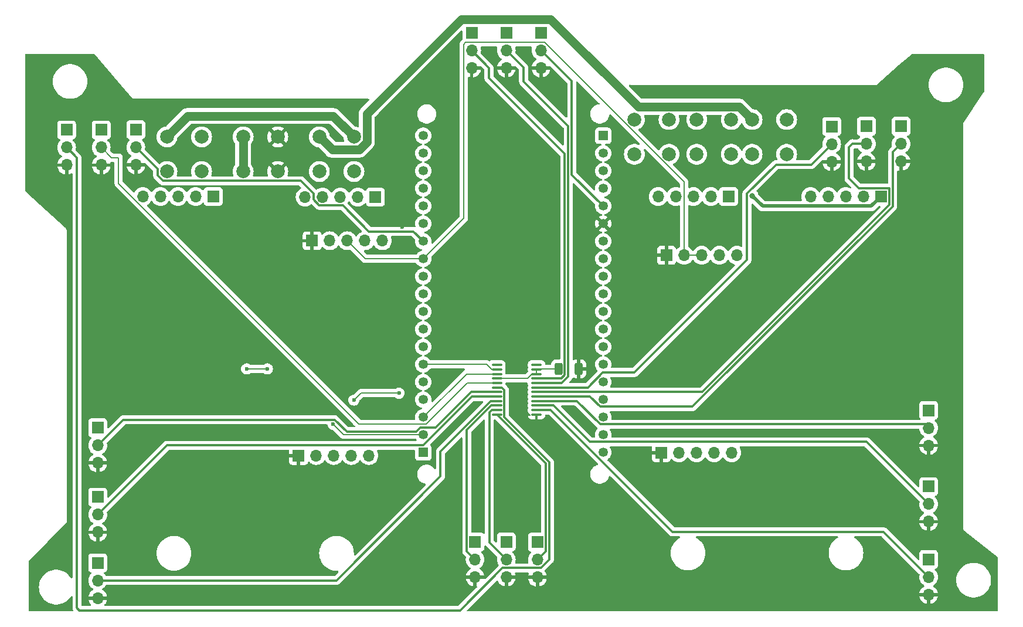
<source format=gbr>
%TF.GenerationSoftware,KiCad,Pcbnew,8.0.6*%
%TF.CreationDate,2024-11-02T11:22:20+01:00*%
%TF.ProjectId,Controller-BMU-Kombi,436f6e74-726f-46c6-9c65-722d424d552d,rev?*%
%TF.SameCoordinates,Original*%
%TF.FileFunction,Copper,L2,Bot*%
%TF.FilePolarity,Positive*%
%FSLAX46Y46*%
G04 Gerber Fmt 4.6, Leading zero omitted, Abs format (unit mm)*
G04 Created by KiCad (PCBNEW 8.0.6) date 2024-11-02 11:22:20*
%MOMM*%
%LPD*%
G01*
G04 APERTURE LIST*
G04 Aperture macros list*
%AMRoundRect*
0 Rectangle with rounded corners*
0 $1 Rounding radius*
0 $2 $3 $4 $5 $6 $7 $8 $9 X,Y pos of 4 corners*
0 Add a 4 corners polygon primitive as box body*
4,1,4,$2,$3,$4,$5,$6,$7,$8,$9,$2,$3,0*
0 Add four circle primitives for the rounded corners*
1,1,$1+$1,$2,$3*
1,1,$1+$1,$4,$5*
1,1,$1+$1,$6,$7*
1,1,$1+$1,$8,$9*
0 Add four rect primitives between the rounded corners*
20,1,$1+$1,$2,$3,$4,$5,0*
20,1,$1+$1,$4,$5,$6,$7,0*
20,1,$1+$1,$6,$7,$8,$9,0*
20,1,$1+$1,$8,$9,$2,$3,0*%
G04 Aperture macros list end*
%TA.AperFunction,ComponentPad*%
%ADD10R,1.700000X1.700000*%
%TD*%
%TA.AperFunction,ComponentPad*%
%ADD11O,1.700000X1.700000*%
%TD*%
%TA.AperFunction,ComponentPad*%
%ADD12C,2.000000*%
%TD*%
%TA.AperFunction,ComponentPad*%
%ADD13R,1.350000X1.350000*%
%TD*%
%TA.AperFunction,ComponentPad*%
%ADD14C,1.350000*%
%TD*%
%TA.AperFunction,SMDPad,CuDef*%
%ADD15RoundRect,0.100000X0.637500X0.100000X-0.637500X0.100000X-0.637500X-0.100000X0.637500X-0.100000X0*%
%TD*%
%TA.AperFunction,SMDPad,CuDef*%
%ADD16RoundRect,0.250000X-0.312500X-0.625000X0.312500X-0.625000X0.312500X0.625000X-0.312500X0.625000X0*%
%TD*%
%TA.AperFunction,ViaPad*%
%ADD17C,0.600000*%
%TD*%
%TA.AperFunction,ViaPad*%
%ADD18C,0.800000*%
%TD*%
%TA.AperFunction,Conductor*%
%ADD19C,0.300000*%
%TD*%
%TA.AperFunction,Conductor*%
%ADD20C,0.500000*%
%TD*%
%TA.AperFunction,Conductor*%
%ADD21C,1.300000*%
%TD*%
%TA.AperFunction,Conductor*%
%ADD22C,0.200000*%
%TD*%
G04 APERTURE END LIST*
D10*
%TO.P,J26,1,Pin_1*%
%TO.N,GND*%
X165150000Y-72600000D03*
D11*
%TO.P,J26,2,Pin_2*%
%TO.N,DATA*%
X167690000Y-72600000D03*
%TO.P,J26,3,Pin_3*%
X170230000Y-72600000D03*
%TO.P,J26,4,Pin_4*%
%TO.N,+5V*%
X172770000Y-72600000D03*
%TO.P,J26,5,Pin_5*%
%TO.N,unconnected-(J26-Pin_5-Pad5)*%
X175310000Y-72600000D03*
%TD*%
D10*
%TO.P,J25,1,Pin_1*%
%TO.N,GND*%
X113960000Y-70500000D03*
D11*
%TO.P,J25,2,Pin_2*%
%TO.N,+5V*%
X116500000Y-70500000D03*
%TO.P,J25,3,Pin_3*%
%TO.N,DATA*%
X119040000Y-70500000D03*
%TO.P,J25,4,Pin_4*%
%TO.N,unconnected-(J25-Pin_4-Pad4)*%
X121580000Y-70500000D03*
%TO.P,J25,5,Pin_5*%
%TO.N,unconnected-(J25-Pin_5-Pad5)*%
X124120000Y-70500000D03*
%TD*%
D10*
%TO.P,J22,1,Pin_1*%
%TO.N,+5V*%
X88500000Y-54475000D03*
D11*
%TO.P,J22,2,Pin_2*%
%TO.N,SERV17*%
X88500000Y-57015000D03*
%TO.P,J22,3,Pin_3*%
%TO.N,GND*%
X88500000Y-59555000D03*
%TD*%
D10*
%TO.P,J21,1,Pin_1*%
%TO.N,+5V*%
X83500000Y-54500000D03*
D11*
%TO.P,J21,2,Pin_2*%
%TO.N,SERV16*%
X83500000Y-57040000D03*
%TO.P,J21,3,Pin_3*%
%TO.N,GND*%
X83500000Y-59580000D03*
%TD*%
D10*
%TO.P,J10,1,Pin_1*%
%TO.N,+5V*%
X194000000Y-53975000D03*
D11*
%TO.P,J10,2,Pin_2*%
%TO.N,SERV4*%
X194000000Y-56515000D03*
%TO.P,J10,3,Pin_3*%
%TO.N,GND*%
X194000000Y-59055000D03*
%TD*%
D10*
%TO.P,J18,1,Pin_1*%
%TO.N,+5V*%
X83000000Y-107500000D03*
D11*
%TO.P,J18,2,Pin_2*%
%TO.N,SERV13*%
X83000000Y-110040000D03*
%TO.P,J18,3,Pin_3*%
%TO.N,GND*%
X83000000Y-112580000D03*
%TD*%
D12*
%TO.P,U7,1,BAT+*%
%TO.N,CELL4+*%
X174500000Y-53000000D03*
X174500000Y-58000000D03*
%TO.P,U7,2,BAT-*%
%TO.N,CELL4-*%
X169500000Y-53000000D03*
X169500000Y-58000000D03*
%TD*%
D10*
%TO.P,J19,1,Pin_1*%
%TO.N,+5V*%
X83000000Y-97500000D03*
D11*
%TO.P,J19,2,Pin_2*%
%TO.N,SERV14*%
X83000000Y-100040000D03*
%TO.P,J19,3,Pin_3*%
%TO.N,GND*%
X83000000Y-102580000D03*
%TD*%
D12*
%TO.P,U3,1,BAT+*%
%TO.N,Net-(J1-Pin_3)*%
X160500000Y-58000000D03*
X160500000Y-53000000D03*
%TO.P,U3,2,BAT-*%
%TO.N,CELL4-*%
X165500000Y-58000000D03*
X165500000Y-53000000D03*
%TD*%
%TO.P,U5,1,BAT+*%
%TO.N,CELL2+*%
X120000000Y-55500000D03*
X120000000Y-60500000D03*
%TO.P,U5,2,BAT-*%
%TO.N,CELL3+*%
X115000000Y-55500000D03*
X115000000Y-60500000D03*
%TD*%
D10*
%TO.P,J9,1,Pin_1*%
%TO.N,+5V*%
X189000000Y-54000000D03*
D11*
%TO.P,J9,2,Pin_2*%
%TO.N,SERV3*%
X189000000Y-56540000D03*
%TO.P,J9,3,Pin_3*%
%TO.N,GND*%
X189000000Y-59080000D03*
%TD*%
D10*
%TO.P,J20,1,Pin_1*%
%TO.N,+5V*%
X78500000Y-54500000D03*
D11*
%TO.P,J20,2,Pin_2*%
%TO.N,SERV15*%
X78500000Y-57040000D03*
%TO.P,J20,3,Pin_3*%
%TO.N,GND*%
X78500000Y-59580000D03*
%TD*%
D10*
%TO.P,J8,1,Pin_1*%
%TO.N,+5V*%
X142000000Y-40475000D03*
D11*
%TO.P,J8,2,Pin_2*%
%TO.N,SERV2*%
X142000000Y-43015000D03*
%TO.P,J8,3,Pin_3*%
%TO.N,GND*%
X142000000Y-45555000D03*
%TD*%
D12*
%TO.P,U8,1,BAT+*%
%TO.N,+5V*%
X104000000Y-60500000D03*
X104000000Y-55500000D03*
%TO.P,U8,2,BAT-*%
%TO.N,GND*%
X109000000Y-60500000D03*
X109000000Y-55500000D03*
%TD*%
%TO.P,U6,1,BAT+*%
%TO.N,CELL3+*%
X177500000Y-58000000D03*
X177500000Y-53000000D03*
%TO.P,U6,2,BAT-*%
%TO.N,CELL4+*%
X182500000Y-58000000D03*
X182500000Y-53000000D03*
%TD*%
D10*
%TO.P,J13,1,Pin_1*%
%TO.N,+5V*%
X203000000Y-105975000D03*
D11*
%TO.P,J13,2,Pin_2*%
%TO.N,SERV7*%
X203000000Y-108515000D03*
%TO.P,J13,3,Pin_3*%
%TO.N,GND*%
X203000000Y-111055000D03*
%TD*%
D10*
%TO.P,J12,1,Pin_1*%
%TO.N,+5V*%
X203000000Y-94975000D03*
D11*
%TO.P,J12,2,Pin_2*%
%TO.N,SERV6*%
X203000000Y-97515000D03*
%TO.P,J12,3,Pin_3*%
%TO.N,GND*%
X203000000Y-100055000D03*
%TD*%
D10*
%TO.P,J23,1,Pin_1*%
%TO.N,+5V*%
X146500000Y-114000000D03*
D11*
%TO.P,J23,2,Pin_2*%
%TO.N,SERV9*%
X146500000Y-116540000D03*
%TO.P,J23,3,Pin_3*%
%TO.N,GND*%
X146500000Y-119080000D03*
%TD*%
D12*
%TO.P,U4,1,BAT+*%
%TO.N,CELL1+*%
X98000000Y-55500000D03*
X98000000Y-60500000D03*
%TO.P,U4,2,BAT-*%
%TO.N,CELL2+*%
X93000000Y-55500000D03*
X93000000Y-60500000D03*
%TD*%
D10*
%TO.P,J17,1,Pin_1*%
%TO.N,+5V*%
X83000000Y-117000000D03*
D11*
%TO.P,J17,2,Pin_2*%
%TO.N,SERV12*%
X83000000Y-119540000D03*
%TO.P,J17,3,Pin_3*%
%TO.N,GND*%
X83000000Y-122080000D03*
%TD*%
D10*
%TO.P,J15,1,Pin_1*%
%TO.N,+5V*%
X142000000Y-113960000D03*
D11*
%TO.P,J15,2,Pin_2*%
%TO.N,SERV10*%
X142000000Y-116500000D03*
%TO.P,J15,3,Pin_3*%
%TO.N,GND*%
X142000000Y-119040000D03*
%TD*%
D10*
%TO.P,J24,1,Pin_1*%
%TO.N,+5V*%
X147000000Y-40475000D03*
D11*
%TO.P,J24,2,Pin_2*%
%TO.N,SERV18*%
X147000000Y-43015000D03*
%TO.P,J24,3,Pin_3*%
%TO.N,GND*%
X147000000Y-45555000D03*
%TD*%
D10*
%TO.P,J11,1,Pin_1*%
%TO.N,+5V*%
X199000000Y-53975000D03*
D11*
%TO.P,J11,2,Pin_2*%
%TO.N,SERV5*%
X199000000Y-56515000D03*
%TO.P,J11,3,Pin_3*%
%TO.N,GND*%
X199000000Y-59055000D03*
%TD*%
D10*
%TO.P,J14,1,Pin_1*%
%TO.N,+5V*%
X203000000Y-116500000D03*
D11*
%TO.P,J14,2,Pin_2*%
%TO.N,SERV8*%
X203000000Y-119040000D03*
%TO.P,J14,3,Pin_3*%
%TO.N,GND*%
X203000000Y-121580000D03*
%TD*%
D10*
%TO.P,J5,1,Pin_1*%
%TO.N,GND*%
X112000000Y-101500000D03*
D11*
%TO.P,J5,2,Pin_2*%
%TO.N,+5V*%
X114540000Y-101500000D03*
%TO.P,J5,3,Pin_3*%
%TO.N,VRX1*%
X117080000Y-101500000D03*
%TO.P,J5,4,Pin_4*%
%TO.N,VRY1*%
X119620000Y-101500000D03*
%TO.P,J5,5,Pin_5*%
%TO.N,SW1*%
X122160000Y-101500000D03*
%TD*%
D10*
%TO.P,J7,1,Pin_1*%
%TO.N,+5V*%
X137000000Y-40500000D03*
D11*
%TO.P,J7,2,Pin_2*%
%TO.N,SERV1*%
X137000000Y-43040000D03*
%TO.P,J7,3,Pin_3*%
%TO.N,GND*%
X137000000Y-45580000D03*
%TD*%
D10*
%TO.P,J16,1,Pin_1*%
%TO.N,+5V*%
X137500000Y-113975000D03*
D11*
%TO.P,J16,2,Pin_2*%
%TO.N,SERV11*%
X137500000Y-116515000D03*
%TO.P,J16,3,Pin_3*%
%TO.N,GND*%
X137500000Y-119055000D03*
%TD*%
D10*
%TO.P,J6,1,Pin_1*%
%TO.N,GND*%
X164400000Y-101100000D03*
D11*
%TO.P,J6,2,Pin_2*%
%TO.N,+5V*%
X166940000Y-101100000D03*
%TO.P,J6,3,Pin_3*%
%TO.N,VRX2*%
X169480000Y-101100000D03*
%TO.P,J6,4,Pin_4*%
%TO.N,VRY2*%
X172020000Y-101100000D03*
%TO.P,J6,5,Pin_5*%
%TO.N,SW2*%
X174560000Y-101100000D03*
%TD*%
D13*
%TO.P,U2,J4_1,GND_J4_1*%
%TO.N,unconnected-(U2-GND_J4_1-PadJ4_1)*%
X130000000Y-101055000D03*
D14*
%TO.P,U2,J4_2,G23*%
%TO.N,BUT2*%
X130000000Y-98515000D03*
%TO.P,U2,J4_3,G22*%
%TO.N,SCL*%
X130000000Y-95975000D03*
%TO.P,U2,J4_4,TXD*%
%TO.N,unconnected-(U2-TXD-PadJ4_4)*%
X130000000Y-93435000D03*
%TO.P,U2,J4_5,RXD*%
%TO.N,unconnected-(U2-RXD-PadJ4_5)*%
X130000000Y-90895000D03*
%TO.P,U2,J4_6,G21*%
%TO.N,SDA*%
X130000000Y-88355000D03*
%TO.P,U2,J4_7,GND_J4_7*%
%TO.N,unconnected-(U2-GND_J4_7-PadJ4_7)*%
X130000000Y-85815000D03*
%TO.P,U2,J4_8,G19*%
%TO.N,BUT3*%
X130000000Y-83275000D03*
%TO.P,U2,J4_9,G18*%
%TO.N,BUT4*%
X130000000Y-80735000D03*
%TO.P,U2,J4_10,G5*%
%TO.N,unconnected-(U2-G5-PadJ4_10)*%
X130000000Y-78195000D03*
%TO.P,U2,J4_11,G17*%
%TO.N,BUT5*%
X130000000Y-75655000D03*
%TO.P,U2,J4_12,G16*%
%TO.N,DATA*%
X130000000Y-73115000D03*
%TO.P,U2,J4_13,G4*%
%TO.N,SERV17*%
X130000000Y-70575000D03*
%TO.P,U2,J4_14,G0*%
%TO.N,unconnected-(U2-G0-PadJ4_14)*%
X130000000Y-68035000D03*
%TO.P,U2,J4_15,G2*%
%TO.N,unconnected-(U2-G2-PadJ4_15)*%
X130000000Y-65495000D03*
%TO.P,U2,J4_16,G15*%
%TO.N,unconnected-(U2-G15-PadJ4_16)*%
X130000000Y-62955000D03*
%TO.P,U2,J4_17,SD1*%
%TO.N,unconnected-(U2-SD1-PadJ4_17)*%
X130000000Y-60415000D03*
%TO.P,U2,J4_18,SD0*%
%TO.N,unconnected-(U2-SD0-PadJ4_18)*%
X130000000Y-57875000D03*
%TO.P,U2,J4_19,CLK*%
%TO.N,unconnected-(U2-CLK-PadJ4_19)*%
X130000000Y-55335000D03*
D13*
%TO.P,U2,J5_1,5V*%
%TO.N,+5V*%
X156000000Y-55335000D03*
D14*
%TO.P,U2,J5_2,CMD*%
%TO.N,unconnected-(U2-CMD-PadJ5_2)*%
X156000000Y-57875000D03*
%TO.P,U2,J5_3,SD3*%
%TO.N,unconnected-(U2-SD3-PadJ5_3)*%
X156000000Y-60415000D03*
%TO.P,U2,J5_4,SD2*%
%TO.N,unconnected-(U2-SD2-PadJ5_4)*%
X156000000Y-62955000D03*
%TO.P,U2,J5_5,G13*%
%TO.N,SERV18*%
X156000000Y-65495000D03*
%TO.P,U2,J5_6,GND_J5_6*%
%TO.N,GND*%
X156000000Y-68035000D03*
%TO.P,U2,J5_7,G12*%
%TO.N,unconnected-(U2-G12-PadJ5_7)*%
X156000000Y-70575000D03*
%TO.P,U2,J5_8,G14*%
%TO.N,unconnected-(U2-G14-PadJ5_8)*%
X156000000Y-73115000D03*
%TO.P,U2,J5_9,G27*%
%TO.N,SW2*%
X156000000Y-75655000D03*
%TO.P,U2,J5_10,G26*%
%TO.N,SW1*%
X156000000Y-78195000D03*
%TO.P,U2,J5_11,G25*%
%TO.N,BUT1*%
X156000000Y-80735000D03*
%TO.P,U2,J5_12,G33*%
%TO.N,VRY1*%
X156000000Y-83275000D03*
%TO.P,U2,J5_13,G32*%
%TO.N,VRX1*%
X156000000Y-85815000D03*
%TO.P,U2,J5_14,G35*%
%TO.N,VRY2*%
X156000000Y-88355000D03*
%TO.P,U2,J5_15,G34*%
%TO.N,VRX2*%
X156000000Y-90895000D03*
%TO.P,U2,J5_16,SN*%
%TO.N,unconnected-(U2-SN-PadJ5_16)*%
X156000000Y-93435000D03*
%TO.P,U2,J5_17,SP*%
%TO.N,unconnected-(U2-SP-PadJ5_17)*%
X156000000Y-95975000D03*
%TO.P,U2,J5_18,EN*%
%TO.N,unconnected-(U2-EN-PadJ5_18)*%
X156000000Y-98515000D03*
%TO.P,U2,J5_19,3V3*%
%TO.N,unconnected-(U2-3V3-PadJ5_19)*%
X156000000Y-101055000D03*
%TD*%
D10*
%TO.P,J3,1,Pin_1*%
%TO.N,Net-(J1-Pin_1)*%
X174100000Y-64120000D03*
D11*
%TO.P,J3,2,Pin_2*%
%TO.N,Net-(J1-Pin_2)*%
X171560000Y-64120000D03*
%TO.P,J3,3,Pin_3*%
%TO.N,unconnected-(J3-Pin_3-Pad3)*%
X169020000Y-64120000D03*
%TO.P,J3,4,Pin_4*%
%TO.N,CELL3+*%
X166480000Y-64120000D03*
%TO.P,J3,5,Pin_5*%
%TO.N,CELL4+*%
X163940000Y-64120000D03*
%TD*%
D10*
%TO.P,J1,1,Pin_1*%
%TO.N,Net-(J1-Pin_1)*%
X99675217Y-64100000D03*
D11*
%TO.P,J1,2,Pin_2*%
%TO.N,Net-(J1-Pin_2)*%
X97135217Y-64100000D03*
%TO.P,J1,3,Pin_3*%
%TO.N,Net-(J1-Pin_3)*%
X94595217Y-64100000D03*
%TO.P,J1,4,Pin_4*%
%TO.N,CELL1+*%
X92055217Y-64100000D03*
%TO.P,J1,5,Pin_5*%
%TO.N,CELL2+*%
X89515217Y-64100000D03*
%TD*%
D15*
%TO.P,U9,1,~{INT}*%
%TO.N,unconnected-(U9-~{INT}-Pad1)*%
X146362500Y-88425000D03*
%TO.P,U9,2,A1*%
%TO.N,Net-(U9-A0)*%
X146362500Y-89075000D03*
%TO.P,U9,3,A2*%
X146362500Y-89725000D03*
%TO.P,U9,4,IO0_0*%
%TO.N,SERV1*%
X146362500Y-90375000D03*
%TO.P,U9,5,IO0_1*%
%TO.N,SERV2*%
X146362500Y-91025000D03*
%TO.P,U9,6,IO0_2*%
%TO.N,SERV3*%
X146362500Y-91675000D03*
%TO.P,U9,7,IO0_3*%
%TO.N,SERV4*%
X146362500Y-92325000D03*
%TO.P,U9,8,IO0_4*%
%TO.N,SERV5*%
X146362500Y-92975000D03*
%TO.P,U9,9,IO0_5*%
%TO.N,SERV6*%
X146362500Y-93625000D03*
%TO.P,U9,10,IO0_6*%
%TO.N,SERV7*%
X146362500Y-94275000D03*
%TO.P,U9,11,IO0_7*%
%TO.N,SERV8*%
X146362500Y-94925000D03*
%TO.P,U9,12,VSS*%
%TO.N,GND*%
X146362500Y-95575000D03*
%TO.P,U9,13,IO1_0*%
%TO.N,SERV9*%
X140637500Y-95575000D03*
%TO.P,U9,14,IO1_1*%
%TO.N,SERV10*%
X140637500Y-94925000D03*
%TO.P,U9,15,IO1_2*%
%TO.N,SERV11*%
X140637500Y-94275000D03*
%TO.P,U9,16,IO1_3*%
%TO.N,SERV12*%
X140637500Y-93625000D03*
%TO.P,U9,17,IO1_4*%
%TO.N,SERV13*%
X140637500Y-92975000D03*
%TO.P,U9,18,IO1_5*%
%TO.N,SERV14*%
X140637500Y-92325000D03*
%TO.P,U9,19,IO1_6*%
%TO.N,SERV15*%
X140637500Y-91675000D03*
%TO.P,U9,20,IO1_7*%
%TO.N,SERV16*%
X140637500Y-91025000D03*
%TO.P,U9,21,A0*%
%TO.N,Net-(U9-A0)*%
X140637500Y-90375000D03*
%TO.P,U9,22,SCL*%
%TO.N,SCL*%
X140637500Y-89725000D03*
%TO.P,U9,23,SDA*%
%TO.N,SDA*%
X140637500Y-89075000D03*
%TO.P,U9,24,VDD*%
%TO.N,unconnected-(U9-VDD-Pad24)*%
X140637500Y-88425000D03*
%TD*%
D10*
%TO.P,J4,1,Pin_1*%
%TO.N,Net-(J1-Pin_1)*%
X196100000Y-64120000D03*
D11*
%TO.P,J4,2,Pin_2*%
%TO.N,Net-(J1-Pin_2)*%
X193560000Y-64120000D03*
%TO.P,J4,3,Pin_3*%
%TO.N,unconnected-(J4-Pin_3-Pad3)*%
X191020000Y-64120000D03*
%TO.P,J4,4,Pin_4*%
%TO.N,CELL4+*%
X188480000Y-64120000D03*
%TO.P,J4,5,Pin_5*%
%TO.N,CELL4-*%
X185940000Y-64120000D03*
%TD*%
D10*
%TO.P,J2,1,Pin_1*%
%TO.N,Net-(J1-Pin_1)*%
X123100000Y-64180000D03*
D11*
%TO.P,J2,2,Pin_2*%
%TO.N,Net-(J1-Pin_2)*%
X120560000Y-64180000D03*
%TO.P,J2,3,Pin_3*%
%TO.N,unconnected-(J2-Pin_3-Pad3)*%
X118020000Y-64180000D03*
%TO.P,J2,4,Pin_4*%
%TO.N,CELL2+*%
X115480000Y-64180000D03*
%TO.P,J2,5,Pin_5*%
%TO.N,CELL3+*%
X112940000Y-64180000D03*
%TD*%
D16*
%TO.P,R2,1*%
%TO.N,Net-(U9-A0)*%
X149537500Y-89000000D03*
%TO.P,R2,2*%
%TO.N,GND*%
X152462500Y-89000000D03*
%TD*%
D17*
%TO.N,GND*%
X143500000Y-93500000D03*
X158500000Y-68500000D03*
X118500000Y-68500000D03*
X127500000Y-90500000D03*
D18*
%TO.N,Net-(J1-Pin_1)*%
X177500000Y-64000000D03*
D17*
%TO.N,GND*%
X112000000Y-57500000D03*
X106500000Y-55500000D03*
X109500000Y-102000000D03*
X152500000Y-96500000D03*
X177500000Y-82500000D03*
X100500000Y-57500000D03*
X136000000Y-85500000D03*
X125500000Y-82500000D03*
X191000000Y-67500000D03*
X141451169Y-71954878D03*
X148000000Y-98500000D03*
X143500000Y-62000000D03*
X127000000Y-72000000D03*
X125500000Y-56000000D03*
X181000000Y-85500000D03*
X127000000Y-62500000D03*
X85000000Y-122500000D03*
X119500000Y-89000000D03*
X139500000Y-43500000D03*
X125000000Y-96000000D03*
X82500000Y-63000000D03*
X143500000Y-48000000D03*
X166500000Y-70500000D03*
X139500000Y-80000000D03*
X168000000Y-55500000D03*
X153000000Y-86000000D03*
X133500000Y-49000000D03*
X143500000Y-107500000D03*
X95000000Y-58000000D03*
X125000000Y-86000000D03*
X160500000Y-91000000D03*
X173000000Y-55500000D03*
X127000000Y-68500000D03*
X160500000Y-62500000D03*
X138000000Y-107500000D03*
X160000000Y-98500000D03*
X86000000Y-53000000D03*
X116500000Y-98500000D03*
X160000000Y-95500000D03*
X152000000Y-106500000D03*
X180500000Y-55500000D03*
X133000000Y-90500000D03*
%TO.N,Net-(R1-Pad1)*%
X104500000Y-89000000D03*
X107500000Y-89000000D03*
%TO.N,BUT1*%
X126500000Y-92500000D03*
X120000000Y-93500000D03*
%TO.N,BUT2*%
X117000000Y-97000000D03*
%TD*%
D19*
%TO.N,SERV3*%
X186040000Y-59500000D02*
X189000000Y-56540000D01*
X176750000Y-73250000D02*
X176750000Y-63689339D01*
X180939339Y-59500000D02*
X186040000Y-59500000D01*
X160500000Y-89500000D02*
X176750000Y-73250000D01*
X155945431Y-89500000D02*
X160500000Y-89500000D01*
X146362500Y-91675000D02*
X153770431Y-91675000D01*
X153770431Y-91675000D02*
X155945431Y-89500000D01*
X176750000Y-63689339D02*
X180939339Y-59500000D01*
%TO.N,SERV17*%
X128575000Y-69150000D02*
X130000000Y-70575000D01*
X122150000Y-69150000D02*
X128575000Y-69150000D01*
X118380000Y-65380000D02*
X122150000Y-69150000D01*
X114140000Y-63682943D02*
X114140000Y-64537057D01*
X114982943Y-65380000D02*
X118380000Y-65380000D01*
X92440811Y-61850000D02*
X112307057Y-61850000D01*
X91650000Y-61059189D02*
X92440811Y-61850000D01*
X91650000Y-60165000D02*
X91650000Y-61059189D01*
X112307057Y-61850000D02*
X114140000Y-63682943D01*
X88500000Y-57015000D02*
X91650000Y-60165000D01*
X114140000Y-64537057D02*
X114982943Y-65380000D01*
D20*
%TO.N,Net-(J1-Pin_1)*%
X179000000Y-65500000D02*
X194720000Y-65500000D01*
X194720000Y-65500000D02*
X196100000Y-64120000D01*
X177500000Y-64000000D02*
X179000000Y-65500000D01*
D21*
%TO.N,+5V*%
X104000000Y-55500000D02*
X104000000Y-60500000D01*
%TO.N,CELL2+*%
X96000000Y-52500000D02*
X93000000Y-55500000D01*
X117000000Y-52500000D02*
X96000000Y-52500000D01*
X120000000Y-55500000D02*
X117000000Y-52500000D01*
%TO.N,CELL3+*%
X121850000Y-52150000D02*
X121850000Y-56266296D01*
X135500000Y-38500000D02*
X121850000Y-52150000D01*
X116850000Y-57350000D02*
X115000000Y-55500000D01*
X177500000Y-53000000D02*
X175650000Y-51150000D01*
X120766296Y-57350000D02*
X116850000Y-57350000D01*
X175650000Y-51150000D02*
X161075000Y-51150000D01*
X161075000Y-51150000D02*
X148425000Y-38500000D01*
X121850000Y-56266296D02*
X120766296Y-57350000D01*
X148425000Y-38500000D02*
X135500000Y-38500000D01*
D22*
%TO.N,Net-(R1-Pad1)*%
X107500000Y-89000000D02*
X104500000Y-89000000D01*
%TO.N,BUT1*%
X126500000Y-92500000D02*
X121000000Y-92500000D01*
X121000000Y-92500000D02*
X120000000Y-93500000D01*
%TO.N,BUT2*%
X129985000Y-98500000D02*
X130000000Y-98515000D01*
X118500000Y-98500000D02*
X129985000Y-98500000D01*
X117000000Y-97000000D02*
X118500000Y-98500000D01*
D19*
%TO.N,SERV1*%
X150450000Y-89880456D02*
X149955456Y-90375000D01*
X149955456Y-90375000D02*
X146362500Y-90375000D01*
X137000000Y-43040000D02*
X139500000Y-45540000D01*
X150450000Y-57950000D02*
X150450000Y-89880456D01*
X139500000Y-47000000D02*
X150450000Y-57950000D01*
X139500000Y-45540000D02*
X139500000Y-47000000D01*
%TO.N,SERV2*%
X144500000Y-47500000D02*
X150950000Y-53950000D01*
X150012562Y-91025000D02*
X146362500Y-91025000D01*
X144500000Y-45500000D02*
X144500000Y-47500000D01*
X142000000Y-43015000D02*
X142015000Y-43015000D01*
X150950000Y-53950000D02*
X150950000Y-90087562D01*
X150950000Y-90087562D02*
X150012562Y-91025000D01*
X142015000Y-43015000D02*
X144500000Y-45500000D01*
%TO.N,SERV4*%
X192015000Y-56515000D02*
X194000000Y-56515000D01*
X197300000Y-62920000D02*
X192920000Y-62920000D01*
X192920000Y-62920000D02*
X191500000Y-61500000D01*
X146362500Y-92325000D02*
X170295000Y-92325000D01*
X170295000Y-92325000D02*
X197300000Y-65320000D01*
X197300000Y-65320000D02*
X197300000Y-62920000D01*
X191500000Y-61500000D02*
X191500000Y-57000000D01*
X192000000Y-56500000D02*
X192015000Y-56515000D01*
X191500000Y-57000000D02*
X192000000Y-56500000D01*
%TO.N,SERV5*%
X146362500Y-92975000D02*
X154090431Y-92975000D01*
X154090431Y-92975000D02*
X155575431Y-94460000D01*
X197800000Y-57715000D02*
X199000000Y-56515000D01*
X155575431Y-94460000D02*
X168867107Y-94460000D01*
X168867107Y-94460000D02*
X197800000Y-65527107D01*
X197800000Y-65527107D02*
X197800000Y-57715000D01*
%TO.N,SERV6*%
X146362500Y-93625000D02*
X152200431Y-93625000D01*
X202485000Y-97000000D02*
X203000000Y-97515000D01*
X152200431Y-93625000D02*
X155575431Y-97000000D01*
X155575431Y-97000000D02*
X202485000Y-97000000D01*
%TO.N,SERV7*%
X194025000Y-99540000D02*
X203000000Y-108515000D01*
X148775000Y-94275000D02*
X154040000Y-99540000D01*
X154040000Y-99540000D02*
X194025000Y-99540000D01*
X146362500Y-94275000D02*
X148775000Y-94275000D01*
%TO.N,SERV8*%
X165995431Y-112500000D02*
X196460000Y-112500000D01*
X148420431Y-94925000D02*
X165995431Y-112500000D01*
X146362500Y-94925000D02*
X148420431Y-94925000D01*
X196460000Y-112500000D02*
X203000000Y-119040000D01*
%TO.N,SERV10*%
X139550000Y-114050000D02*
X139550000Y-95275001D01*
X139900001Y-94925000D02*
X140637500Y-94925000D01*
X139550000Y-95275001D02*
X139900001Y-94925000D01*
X142000000Y-116500000D02*
X139550000Y-114050000D01*
%TO.N,SERV11*%
X139842894Y-94275000D02*
X140637500Y-94275000D01*
X137500000Y-116515000D02*
X136300000Y-115315000D01*
X136300000Y-97817894D02*
X139842894Y-94275000D01*
X136300000Y-115315000D02*
X136300000Y-97817894D01*
%TO.N,SERV12*%
X132500000Y-100910787D02*
X139785787Y-93625000D01*
X139785787Y-93625000D02*
X140637500Y-93625000D01*
X132500000Y-104500000D02*
X132500000Y-100910787D01*
X117460000Y-119540000D02*
X132500000Y-104500000D01*
X83000000Y-119540000D02*
X117460000Y-119540000D01*
%TO.N,SERV13*%
X140637500Y-92975000D02*
X137025000Y-92975000D01*
X137025000Y-92975000D02*
X129970000Y-100030000D01*
X93010000Y-100030000D02*
X83000000Y-110040000D01*
X129970000Y-100030000D02*
X93010000Y-100030000D01*
%TO.N,SERV14*%
X129575431Y-97490000D02*
X129015431Y-98050000D01*
X118969239Y-98050000D02*
X117269239Y-96350000D01*
X86690000Y-96350000D02*
X83000000Y-100040000D01*
X131802894Y-97490000D02*
X129575431Y-97490000D01*
X136967894Y-92325000D02*
X131802894Y-97490000D01*
X117269239Y-96350000D02*
X86690000Y-96350000D01*
X140637500Y-92325000D02*
X136967894Y-92325000D01*
X129015431Y-98050000D02*
X118969239Y-98050000D01*
%TO.N,SERV15*%
X141725000Y-95955394D02*
X148200000Y-102430394D01*
X141462943Y-117740000D02*
X135352943Y-123850000D01*
X148200000Y-102430394D02*
X148200000Y-116537057D01*
X80350000Y-123850000D02*
X80000000Y-123500000D01*
X141374999Y-91675000D02*
X141725000Y-92025001D01*
X146997057Y-117740000D02*
X141462943Y-117740000D01*
X140637500Y-91675000D02*
X141374999Y-91675000D01*
X135352943Y-123850000D02*
X80350000Y-123850000D01*
X80000000Y-123500000D02*
X80000000Y-58540000D01*
X80000000Y-58540000D02*
X78500000Y-57040000D01*
X148200000Y-116537057D02*
X146997057Y-117740000D01*
X141725000Y-92025001D02*
X141725000Y-95955394D01*
D22*
%TO.N,SERV16*%
X140637500Y-91025000D02*
X136328859Y-91025000D01*
X136328859Y-91025000D02*
X130403859Y-96950000D01*
X86000000Y-62211129D02*
X86000000Y-58500000D01*
X130403859Y-96950000D02*
X120738871Y-96950000D01*
X86000000Y-58500000D02*
X84960000Y-58500000D01*
X120738871Y-96950000D02*
X86000000Y-62211129D01*
X84960000Y-58500000D02*
X83500000Y-57040000D01*
D19*
%TO.N,SERV9*%
X147700000Y-115340000D02*
X146500000Y-116540000D01*
X140637500Y-95575000D02*
X147700000Y-102637500D01*
X147700000Y-102637500D02*
X147700000Y-115340000D01*
%TO.N,SERV18*%
X147000000Y-43015000D02*
X151450000Y-47465000D01*
X151450000Y-47465000D02*
X151450000Y-60945000D01*
X151450000Y-60945000D02*
X156000000Y-65495000D01*
D22*
%TO.N,SDA*%
X140637500Y-89075000D02*
X139900001Y-89075000D01*
X139180001Y-88355000D02*
X130000000Y-88355000D01*
X139900001Y-89075000D02*
X139180001Y-88355000D01*
%TO.N,SCL*%
X140637500Y-89725000D02*
X136250000Y-89725000D01*
X136250000Y-89725000D02*
X130000000Y-95975000D01*
%TO.N,Net-(U9-A0)*%
X145056544Y-90375000D02*
X145706544Y-89725000D01*
X149537500Y-89000000D02*
X146437500Y-89000000D01*
X140637500Y-90375000D02*
X145056544Y-90375000D01*
X145706544Y-89725000D02*
X146362500Y-89725000D01*
X146362500Y-89725000D02*
X146362500Y-89075000D01*
X146437500Y-89000000D02*
X146362500Y-89075000D01*
%TO.N,DATA*%
X121655000Y-73115000D02*
X119040000Y-70500000D01*
X130000000Y-73115000D02*
X121655000Y-73115000D01*
X167690000Y-72600000D02*
X170230000Y-72600000D01*
X147526522Y-41865000D02*
X167690000Y-62028478D01*
X130000000Y-73115000D02*
X135850000Y-67265000D01*
X167690000Y-62028478D02*
X167690000Y-72600000D01*
X136135000Y-41865000D02*
X147526522Y-41865000D01*
X135850000Y-67265000D02*
X135850000Y-42150000D01*
X135850000Y-42150000D02*
X136135000Y-41865000D01*
%TD*%
%TA.AperFunction,Conductor*%
%TO.N,GND*%
G36*
X135568834Y-40160731D02*
G01*
X135624767Y-40202603D01*
X135649184Y-40268067D01*
X135649500Y-40276913D01*
X135649500Y-41397870D01*
X135649501Y-41397881D01*
X135653195Y-41432245D01*
X135640787Y-41501004D01*
X135617587Y-41533177D01*
X135481286Y-41669478D01*
X135369481Y-41781282D01*
X135369477Y-41781287D01*
X135320590Y-41865964D01*
X135320590Y-41865965D01*
X135290423Y-41918214D01*
X135290423Y-41918215D01*
X135249499Y-42070943D01*
X135249499Y-42070945D01*
X135249499Y-42239046D01*
X135249500Y-42239059D01*
X135249500Y-66964902D01*
X135229815Y-67031941D01*
X135213181Y-67052583D01*
X131371267Y-70894497D01*
X131309944Y-70927982D01*
X131240252Y-70922998D01*
X131184319Y-70881126D01*
X131159902Y-70815662D01*
X131160115Y-70795375D01*
X131180536Y-70575000D01*
X131180536Y-70574999D01*
X131160435Y-70358081D01*
X131160435Y-70358077D01*
X131100817Y-70148541D01*
X131003712Y-69953528D01*
X130872427Y-69779678D01*
X130711432Y-69632912D01*
X130711428Y-69632909D01*
X130711423Y-69632906D01*
X130526213Y-69518229D01*
X130526207Y-69518226D01*
X130441113Y-69485260D01*
X130323069Y-69439530D01*
X130255440Y-69426888D01*
X130193161Y-69395221D01*
X130157888Y-69334909D01*
X130160822Y-69265100D01*
X130201031Y-69207960D01*
X130255439Y-69183112D01*
X130323069Y-69170470D01*
X130526210Y-69091772D01*
X130711432Y-68977088D01*
X130872427Y-68830322D01*
X131003712Y-68656472D01*
X131100817Y-68461459D01*
X131160435Y-68251923D01*
X131180536Y-68035000D01*
X131160435Y-67818077D01*
X131100817Y-67608541D01*
X131003712Y-67413528D01*
X130872427Y-67239678D01*
X130711432Y-67092912D01*
X130711428Y-67092909D01*
X130711423Y-67092906D01*
X130526213Y-66978229D01*
X130526207Y-66978226D01*
X130441113Y-66945260D01*
X130323069Y-66899530D01*
X130255440Y-66886888D01*
X130193161Y-66855221D01*
X130157888Y-66794909D01*
X130160822Y-66725100D01*
X130201031Y-66667960D01*
X130255439Y-66643112D01*
X130323069Y-66630470D01*
X130526210Y-66551772D01*
X130711432Y-66437088D01*
X130872427Y-66290322D01*
X131003712Y-66116472D01*
X131100817Y-65921459D01*
X131160435Y-65711923D01*
X131180536Y-65495000D01*
X131176890Y-65455659D01*
X131171505Y-65397543D01*
X131160435Y-65278077D01*
X131100817Y-65068541D01*
X131003712Y-64873528D01*
X130872427Y-64699678D01*
X130810982Y-64643664D01*
X130711433Y-64552913D01*
X130711423Y-64552906D01*
X130526213Y-64438229D01*
X130526207Y-64438226D01*
X130441113Y-64405260D01*
X130323069Y-64359530D01*
X130255440Y-64346888D01*
X130193161Y-64315221D01*
X130157888Y-64254909D01*
X130160822Y-64185100D01*
X130201031Y-64127960D01*
X130255439Y-64103112D01*
X130323069Y-64090470D01*
X130526210Y-64011772D01*
X130711432Y-63897088D01*
X130872427Y-63750322D01*
X131003712Y-63576472D01*
X131100817Y-63381459D01*
X131160435Y-63171923D01*
X131180536Y-62955000D01*
X131177845Y-62925965D01*
X131172332Y-62866467D01*
X131160435Y-62738077D01*
X131100817Y-62528541D01*
X131003712Y-62333528D01*
X130872427Y-62159678D01*
X130856874Y-62145500D01*
X130711433Y-62012913D01*
X130711423Y-62012906D01*
X130526213Y-61898229D01*
X130526207Y-61898226D01*
X130441113Y-61865260D01*
X130323069Y-61819530D01*
X130255440Y-61806888D01*
X130193161Y-61775221D01*
X130157888Y-61714909D01*
X130160822Y-61645100D01*
X130201031Y-61587960D01*
X130255439Y-61563112D01*
X130323069Y-61550470D01*
X130526210Y-61471772D01*
X130711432Y-61357088D01*
X130872427Y-61210322D01*
X131003712Y-61036472D01*
X131100817Y-60841459D01*
X131160435Y-60631923D01*
X131180536Y-60415000D01*
X131180131Y-60410634D01*
X131170529Y-60307007D01*
X131160435Y-60198077D01*
X131100817Y-59988541D01*
X131003712Y-59793528D01*
X130872427Y-59619678D01*
X130823655Y-59575217D01*
X130711433Y-59472913D01*
X130711423Y-59472906D01*
X130526213Y-59358229D01*
X130526207Y-59358226D01*
X130439626Y-59324685D01*
X130323069Y-59279530D01*
X130255440Y-59266888D01*
X130193161Y-59235221D01*
X130157888Y-59174909D01*
X130160822Y-59105100D01*
X130201031Y-59047960D01*
X130255439Y-59023112D01*
X130323069Y-59010470D01*
X130526210Y-58931772D01*
X130711432Y-58817088D01*
X130872427Y-58670322D01*
X131003712Y-58496472D01*
X131100817Y-58301459D01*
X131160435Y-58091923D01*
X131180536Y-57875000D01*
X131160435Y-57658077D01*
X131100817Y-57448541D01*
X131003712Y-57253528D01*
X130872427Y-57079678D01*
X130801478Y-57015000D01*
X130711433Y-56932913D01*
X130711423Y-56932906D01*
X130526213Y-56818229D01*
X130526207Y-56818226D01*
X130426464Y-56779586D01*
X130323069Y-56739530D01*
X130255440Y-56726888D01*
X130193161Y-56695221D01*
X130157888Y-56634909D01*
X130160822Y-56565100D01*
X130201031Y-56507960D01*
X130255439Y-56483112D01*
X130323069Y-56470470D01*
X130526210Y-56391772D01*
X130711432Y-56277088D01*
X130872427Y-56130322D01*
X131003712Y-55956472D01*
X131100817Y-55761459D01*
X131160435Y-55551923D01*
X131180536Y-55335000D01*
X131160435Y-55118077D01*
X131100817Y-54908541D01*
X131003712Y-54713528D01*
X130872427Y-54539678D01*
X130840604Y-54510668D01*
X130711433Y-54392913D01*
X130711423Y-54392906D01*
X130526213Y-54278229D01*
X130526207Y-54278226D01*
X130427386Y-54239943D01*
X130323069Y-54199530D01*
X130108926Y-54159500D01*
X129891074Y-54159500D01*
X129676931Y-54199530D01*
X129633896Y-54216202D01*
X129473792Y-54278226D01*
X129473786Y-54278229D01*
X129288576Y-54392906D01*
X129288566Y-54392913D01*
X129127574Y-54539676D01*
X128996288Y-54713527D01*
X128899184Y-54908537D01*
X128899183Y-54908541D01*
X128854004Y-55067331D01*
X128839564Y-55118081D01*
X128819464Y-55334999D01*
X128819464Y-55335000D01*
X128839564Y-55551918D01*
X128839564Y-55551920D01*
X128839565Y-55551923D01*
X128895279Y-55747738D01*
X128899184Y-55761462D01*
X128979886Y-55923533D01*
X128996288Y-55956472D01*
X129127573Y-56130322D01*
X129288568Y-56277088D01*
X129288575Y-56277092D01*
X129288576Y-56277093D01*
X129473786Y-56391770D01*
X129473792Y-56391773D01*
X129496664Y-56400633D01*
X129676931Y-56470470D01*
X129744558Y-56483111D01*
X129806838Y-56514779D01*
X129842111Y-56575092D01*
X129839177Y-56644900D01*
X129798968Y-56702040D01*
X129744558Y-56726888D01*
X129676931Y-56739530D01*
X129628130Y-56758435D01*
X129473792Y-56818226D01*
X129473786Y-56818229D01*
X129288576Y-56932906D01*
X129288566Y-56932913D01*
X129127574Y-57079676D01*
X128996288Y-57253527D01*
X128899184Y-57448537D01*
X128839564Y-57658081D01*
X128819464Y-57874999D01*
X128819464Y-57875000D01*
X128839564Y-58091918D01*
X128839564Y-58091920D01*
X128839565Y-58091923D01*
X128881215Y-58238307D01*
X128899184Y-58301462D01*
X128986058Y-58475928D01*
X128996288Y-58496472D01*
X129127573Y-58670322D01*
X129288568Y-58817088D01*
X129288575Y-58817092D01*
X129288576Y-58817093D01*
X129473786Y-58931770D01*
X129473792Y-58931773D01*
X129496664Y-58940633D01*
X129676931Y-59010470D01*
X129744558Y-59023111D01*
X129806838Y-59054779D01*
X129842111Y-59115092D01*
X129839177Y-59184900D01*
X129798968Y-59242040D01*
X129744558Y-59266888D01*
X129676931Y-59279530D01*
X129628130Y-59298435D01*
X129473792Y-59358226D01*
X129473786Y-59358229D01*
X129288576Y-59472906D01*
X129288566Y-59472913D01*
X129127574Y-59619676D01*
X128996288Y-59793527D01*
X128899184Y-59988537D01*
X128873161Y-60080000D01*
X128852296Y-60153334D01*
X128839564Y-60198081D01*
X128819464Y-60414999D01*
X128819464Y-60415000D01*
X128839564Y-60631918D01*
X128839564Y-60631920D01*
X128839565Y-60631923D01*
X128879909Y-60773718D01*
X128899184Y-60841462D01*
X128933628Y-60910634D01*
X128996288Y-61036472D01*
X129127573Y-61210322D01*
X129288568Y-61357088D01*
X129288575Y-61357092D01*
X129288576Y-61357093D01*
X129473786Y-61471770D01*
X129473792Y-61471773D01*
X129496664Y-61480633D01*
X129676931Y-61550470D01*
X129744558Y-61563111D01*
X129806838Y-61594779D01*
X129842111Y-61655092D01*
X129839177Y-61724900D01*
X129798968Y-61782040D01*
X129744558Y-61806888D01*
X129676931Y-61819530D01*
X129628130Y-61838435D01*
X129473792Y-61898226D01*
X129473786Y-61898229D01*
X129288576Y-62012906D01*
X129288566Y-62012913D01*
X129127574Y-62159676D01*
X128996288Y-62333527D01*
X128899184Y-62528537D01*
X128839564Y-62738081D01*
X128819464Y-62954999D01*
X128819464Y-62955000D01*
X128839564Y-63171918D01*
X128839564Y-63171920D01*
X128839565Y-63171923D01*
X128899113Y-63381212D01*
X128899184Y-63381462D01*
X128964909Y-63513454D01*
X128996288Y-63576472D01*
X129127573Y-63750322D01*
X129288568Y-63897088D01*
X129288575Y-63897092D01*
X129288576Y-63897093D01*
X129473786Y-64011770D01*
X129473792Y-64011773D01*
X129496664Y-64020633D01*
X129676931Y-64090470D01*
X129744558Y-64103111D01*
X129806838Y-64134779D01*
X129842111Y-64195092D01*
X129839177Y-64264900D01*
X129798968Y-64322040D01*
X129744558Y-64346888D01*
X129676931Y-64359530D01*
X129628130Y-64378435D01*
X129473792Y-64438226D01*
X129473786Y-64438229D01*
X129288576Y-64552906D01*
X129288566Y-64552913D01*
X129127574Y-64699676D01*
X128996288Y-64873527D01*
X128899184Y-65068537D01*
X128839564Y-65278081D01*
X128819464Y-65494999D01*
X128819464Y-65495000D01*
X128839564Y-65711918D01*
X128839564Y-65711920D01*
X128839565Y-65711923D01*
X128865515Y-65803127D01*
X128899184Y-65921462D01*
X128979597Y-66082952D01*
X128996288Y-66116472D01*
X129127573Y-66290322D01*
X129288568Y-66437088D01*
X129288575Y-66437092D01*
X129288576Y-66437093D01*
X129473786Y-66551770D01*
X129473792Y-66551773D01*
X129496664Y-66560633D01*
X129676931Y-66630470D01*
X129744558Y-66643111D01*
X129806838Y-66674779D01*
X129842111Y-66735092D01*
X129839177Y-66804900D01*
X129798968Y-66862040D01*
X129744558Y-66886888D01*
X129676931Y-66899530D01*
X129675677Y-66900016D01*
X129473792Y-66978226D01*
X129473786Y-66978229D01*
X129288576Y-67092906D01*
X129288566Y-67092913D01*
X129127574Y-67239676D01*
X128996288Y-67413527D01*
X128899184Y-67608537D01*
X128839564Y-67818081D01*
X128819464Y-68034999D01*
X128819464Y-68035000D01*
X128839564Y-68251920D01*
X128870741Y-68361496D01*
X128870153Y-68431363D01*
X128831886Y-68489821D01*
X128768089Y-68518311D01*
X128727283Y-68517046D01*
X128639073Y-68499500D01*
X128639069Y-68499500D01*
X122470807Y-68499500D01*
X122403768Y-68479815D01*
X122383126Y-68463181D01*
X119096177Y-65176232D01*
X119062692Y-65114909D01*
X119067676Y-65045217D01*
X119082283Y-65017428D01*
X119188426Y-64865840D01*
X119243001Y-64822217D01*
X119312499Y-64815023D01*
X119374854Y-64846546D01*
X119391574Y-64865841D01*
X119521505Y-65051401D01*
X119688599Y-65218495D01*
X119767913Y-65274031D01*
X119882165Y-65354032D01*
X119882167Y-65354033D01*
X119882170Y-65354035D01*
X120096337Y-65453903D01*
X120096343Y-65453904D01*
X120096344Y-65453905D01*
X120136192Y-65464582D01*
X120324592Y-65515063D01*
X120501034Y-65530500D01*
X120559999Y-65535659D01*
X120560000Y-65535659D01*
X120560001Y-65535659D01*
X120618966Y-65530500D01*
X120795408Y-65515063D01*
X121023663Y-65453903D01*
X121237830Y-65354035D01*
X121431401Y-65218495D01*
X121553329Y-65096566D01*
X121614648Y-65063084D01*
X121684340Y-65068068D01*
X121740274Y-65109939D01*
X121757189Y-65140917D01*
X121806202Y-65272328D01*
X121806206Y-65272335D01*
X121892452Y-65387544D01*
X121892455Y-65387547D01*
X122007664Y-65473793D01*
X122007671Y-65473797D01*
X122142517Y-65524091D01*
X122142516Y-65524091D01*
X122149444Y-65524835D01*
X122202127Y-65530500D01*
X123997872Y-65530499D01*
X124057483Y-65524091D01*
X124192331Y-65473796D01*
X124307546Y-65387546D01*
X124393796Y-65272331D01*
X124444091Y-65137483D01*
X124450500Y-65077873D01*
X124450499Y-63282128D01*
X124444091Y-63222517D01*
X124443946Y-63222129D01*
X124393797Y-63087671D01*
X124393793Y-63087664D01*
X124307547Y-62972455D01*
X124307544Y-62972452D01*
X124192335Y-62886206D01*
X124192328Y-62886202D01*
X124057482Y-62835908D01*
X124057483Y-62835908D01*
X123997883Y-62829501D01*
X123997881Y-62829500D01*
X123997873Y-62829500D01*
X123997864Y-62829500D01*
X122202129Y-62829500D01*
X122202123Y-62829501D01*
X122142516Y-62835908D01*
X122007671Y-62886202D01*
X122007664Y-62886206D01*
X121892455Y-62972452D01*
X121892452Y-62972455D01*
X121806206Y-63087664D01*
X121806203Y-63087669D01*
X121757189Y-63219083D01*
X121715317Y-63275016D01*
X121649853Y-63299433D01*
X121581580Y-63284581D01*
X121553326Y-63263430D01*
X121431402Y-63141506D01*
X121431395Y-63141501D01*
X121237834Y-63005967D01*
X121237830Y-63005965D01*
X121178629Y-62978359D01*
X121023663Y-62906097D01*
X121023659Y-62906096D01*
X121023655Y-62906094D01*
X120795413Y-62844938D01*
X120795403Y-62844936D01*
X120560001Y-62824341D01*
X120559999Y-62824341D01*
X120324596Y-62844936D01*
X120324586Y-62844938D01*
X120096344Y-62906094D01*
X120096335Y-62906098D01*
X119882171Y-63005964D01*
X119882169Y-63005965D01*
X119688597Y-63141505D01*
X119521505Y-63308597D01*
X119391575Y-63494158D01*
X119336998Y-63537783D01*
X119267500Y-63544977D01*
X119205145Y-63513454D01*
X119188425Y-63494158D01*
X119058494Y-63308597D01*
X118891402Y-63141506D01*
X118891395Y-63141501D01*
X118697834Y-63005967D01*
X118697830Y-63005965D01*
X118638629Y-62978359D01*
X118483663Y-62906097D01*
X118483659Y-62906096D01*
X118483655Y-62906094D01*
X118255413Y-62844938D01*
X118255403Y-62844936D01*
X118020001Y-62824341D01*
X118019999Y-62824341D01*
X117784596Y-62844936D01*
X117784586Y-62844938D01*
X117556344Y-62906094D01*
X117556335Y-62906098D01*
X117342171Y-63005964D01*
X117342169Y-63005965D01*
X117148597Y-63141505D01*
X116981505Y-63308597D01*
X116851575Y-63494158D01*
X116796998Y-63537783D01*
X116727500Y-63544977D01*
X116665145Y-63513454D01*
X116648425Y-63494158D01*
X116518494Y-63308597D01*
X116351402Y-63141506D01*
X116351395Y-63141501D01*
X116157834Y-63005967D01*
X116157830Y-63005965D01*
X116098629Y-62978359D01*
X115943663Y-62906097D01*
X115943659Y-62906096D01*
X115943655Y-62906094D01*
X115715413Y-62844938D01*
X115715403Y-62844936D01*
X115480001Y-62824341D01*
X115479999Y-62824341D01*
X115244596Y-62844936D01*
X115244586Y-62844938D01*
X115016344Y-62906094D01*
X115016335Y-62906098D01*
X114802171Y-63005964D01*
X114802169Y-63005965D01*
X114640841Y-63118928D01*
X114574635Y-63141255D01*
X114506868Y-63124245D01*
X114482037Y-63105034D01*
X112721731Y-61344727D01*
X112721730Y-61344726D01*
X112721726Y-61344723D01*
X112615184Y-61273535D01*
X112555770Y-61248925D01*
X112496801Y-61224499D01*
X112496795Y-61224497D01*
X112371128Y-61199500D01*
X112371126Y-61199500D01*
X110520926Y-61199500D01*
X110453887Y-61179815D01*
X110408132Y-61127011D01*
X110398188Y-61057853D01*
X110407370Y-61025689D01*
X110423588Y-60988714D01*
X110484612Y-60747738D01*
X110484614Y-60747729D01*
X110505141Y-60500005D01*
X110505141Y-60499994D01*
X113494357Y-60499994D01*
X113494357Y-60500005D01*
X113514890Y-60747812D01*
X113514892Y-60747824D01*
X113575936Y-60988881D01*
X113675826Y-61216606D01*
X113811833Y-61424782D01*
X113811836Y-61424785D01*
X113980256Y-61607738D01*
X114176491Y-61760474D01*
X114395190Y-61878828D01*
X114630386Y-61959571D01*
X114875665Y-62000500D01*
X115124335Y-62000500D01*
X115369614Y-61959571D01*
X115604810Y-61878828D01*
X115823509Y-61760474D01*
X116019744Y-61607738D01*
X116188164Y-61424785D01*
X116324173Y-61216607D01*
X116424063Y-60988881D01*
X116485108Y-60747821D01*
X116485116Y-60747729D01*
X116505643Y-60500005D01*
X116505643Y-60499994D01*
X118494357Y-60499994D01*
X118494357Y-60500005D01*
X118514890Y-60747812D01*
X118514892Y-60747824D01*
X118575936Y-60988881D01*
X118675826Y-61216606D01*
X118811833Y-61424782D01*
X118811836Y-61424785D01*
X118980256Y-61607738D01*
X119176491Y-61760474D01*
X119395190Y-61878828D01*
X119630386Y-61959571D01*
X119875665Y-62000500D01*
X120124335Y-62000500D01*
X120369614Y-61959571D01*
X120604810Y-61878828D01*
X120823509Y-61760474D01*
X121019744Y-61607738D01*
X121188164Y-61424785D01*
X121324173Y-61216607D01*
X121424063Y-60988881D01*
X121485108Y-60747821D01*
X121485116Y-60747729D01*
X121505643Y-60500005D01*
X121505643Y-60499994D01*
X121485109Y-60252187D01*
X121485107Y-60252175D01*
X121424063Y-60011118D01*
X121324173Y-59783393D01*
X121188166Y-59575217D01*
X121150499Y-59534300D01*
X121019744Y-59392262D01*
X120823509Y-59239526D01*
X120823507Y-59239525D01*
X120823506Y-59239524D01*
X120604811Y-59121172D01*
X120604802Y-59121169D01*
X120369616Y-59040429D01*
X120124335Y-58999500D01*
X119875665Y-58999500D01*
X119630383Y-59040429D01*
X119395197Y-59121169D01*
X119395188Y-59121172D01*
X119176493Y-59239524D01*
X118980257Y-59392261D01*
X118811833Y-59575217D01*
X118675826Y-59783393D01*
X118575936Y-60011118D01*
X118514892Y-60252175D01*
X118514890Y-60252187D01*
X118494357Y-60499994D01*
X116505643Y-60499994D01*
X116485109Y-60252187D01*
X116485107Y-60252175D01*
X116424063Y-60011118D01*
X116324173Y-59783393D01*
X116188166Y-59575217D01*
X116150499Y-59534300D01*
X116019744Y-59392262D01*
X115823509Y-59239526D01*
X115823507Y-59239525D01*
X115823506Y-59239524D01*
X115604811Y-59121172D01*
X115604802Y-59121169D01*
X115369616Y-59040429D01*
X115124335Y-58999500D01*
X114875665Y-58999500D01*
X114630383Y-59040429D01*
X114395197Y-59121169D01*
X114395188Y-59121172D01*
X114176493Y-59239524D01*
X113980257Y-59392261D01*
X113811833Y-59575217D01*
X113675826Y-59783393D01*
X113575936Y-60011118D01*
X113514892Y-60252175D01*
X113514890Y-60252187D01*
X113494357Y-60499994D01*
X110505141Y-60499994D01*
X110484614Y-60252270D01*
X110484612Y-60252261D01*
X110423587Y-60011282D01*
X110323731Y-59783630D01*
X110223434Y-59630116D01*
X109482962Y-60370588D01*
X109465925Y-60307007D01*
X109400099Y-60192993D01*
X109307007Y-60099901D01*
X109192993Y-60034075D01*
X109129410Y-60017037D01*
X109870057Y-59276390D01*
X109870056Y-59276389D01*
X109823229Y-59239943D01*
X109604614Y-59121635D01*
X109604603Y-59121630D01*
X109369493Y-59040916D01*
X109124293Y-59000000D01*
X108875707Y-59000000D01*
X108630506Y-59040916D01*
X108395396Y-59121630D01*
X108395390Y-59121632D01*
X108176761Y-59239949D01*
X108129942Y-59276388D01*
X108129942Y-59276390D01*
X108870590Y-60017037D01*
X108807007Y-60034075D01*
X108692993Y-60099901D01*
X108599901Y-60192993D01*
X108534075Y-60307007D01*
X108517037Y-60370590D01*
X107776564Y-59630116D01*
X107676267Y-59783632D01*
X107576412Y-60011282D01*
X107515387Y-60252261D01*
X107515385Y-60252270D01*
X107494859Y-60499994D01*
X107494859Y-60500005D01*
X107515385Y-60747729D01*
X107515387Y-60747738D01*
X107576411Y-60988714D01*
X107592630Y-61025689D01*
X107601533Y-61094989D01*
X107571556Y-61158102D01*
X107512217Y-61194989D01*
X107479074Y-61199500D01*
X105521473Y-61199500D01*
X105454434Y-61179815D01*
X105408679Y-61127011D01*
X105398735Y-61057853D01*
X105407916Y-61025692D01*
X105424063Y-60988881D01*
X105485108Y-60747821D01*
X105485116Y-60747729D01*
X105505643Y-60500005D01*
X105505643Y-60499994D01*
X105485109Y-60252187D01*
X105485107Y-60252175D01*
X105424063Y-60011118D01*
X105324173Y-59783393D01*
X105188164Y-59575214D01*
X105188162Y-59575212D01*
X105183266Y-59569893D01*
X105152347Y-59507237D01*
X105150500Y-59485915D01*
X105150500Y-56514084D01*
X105170185Y-56447045D01*
X105183270Y-56430101D01*
X105188164Y-56424785D01*
X105324173Y-56216607D01*
X105424063Y-55988881D01*
X105485108Y-55747821D01*
X105488445Y-55707547D01*
X105505643Y-55500005D01*
X105505643Y-55499994D01*
X107494859Y-55499994D01*
X107494859Y-55500005D01*
X107515385Y-55747729D01*
X107515387Y-55747738D01*
X107576412Y-55988717D01*
X107676266Y-56216364D01*
X107776564Y-56369882D01*
X108517037Y-55629409D01*
X108534075Y-55692993D01*
X108599901Y-55807007D01*
X108692993Y-55900099D01*
X108807007Y-55965925D01*
X108870590Y-55982962D01*
X108129942Y-56723609D01*
X108176768Y-56760055D01*
X108176770Y-56760056D01*
X108395385Y-56878364D01*
X108395396Y-56878369D01*
X108630506Y-56959083D01*
X108875707Y-57000000D01*
X109124293Y-57000000D01*
X109369493Y-56959083D01*
X109604603Y-56878369D01*
X109604614Y-56878364D01*
X109823228Y-56760057D01*
X109823231Y-56760055D01*
X109870056Y-56723609D01*
X109129409Y-55982962D01*
X109192993Y-55965925D01*
X109307007Y-55900099D01*
X109400099Y-55807007D01*
X109465925Y-55692993D01*
X109482962Y-55629410D01*
X110223434Y-56369882D01*
X110323731Y-56216369D01*
X110423587Y-55988717D01*
X110484612Y-55747738D01*
X110484614Y-55747729D01*
X110505141Y-55500005D01*
X110505141Y-55499994D01*
X110484614Y-55252270D01*
X110484612Y-55252261D01*
X110423587Y-55011282D01*
X110323731Y-54783630D01*
X110223434Y-54630116D01*
X109482962Y-55370589D01*
X109465925Y-55307007D01*
X109400099Y-55192993D01*
X109307007Y-55099901D01*
X109192993Y-55034075D01*
X109129410Y-55017037D01*
X109870057Y-54276390D01*
X109870056Y-54276389D01*
X109823229Y-54239943D01*
X109604614Y-54121635D01*
X109604603Y-54121630D01*
X109369493Y-54040916D01*
X109124293Y-54000000D01*
X108875707Y-54000000D01*
X108630506Y-54040916D01*
X108395396Y-54121630D01*
X108395390Y-54121632D01*
X108176761Y-54239949D01*
X108129942Y-54276388D01*
X108129942Y-54276390D01*
X108870590Y-55017037D01*
X108807007Y-55034075D01*
X108692993Y-55099901D01*
X108599901Y-55192993D01*
X108534075Y-55307007D01*
X108517037Y-55370589D01*
X107776564Y-54630116D01*
X107676267Y-54783632D01*
X107576412Y-55011282D01*
X107515387Y-55252261D01*
X107515385Y-55252270D01*
X107494859Y-55499994D01*
X105505643Y-55499994D01*
X105485109Y-55252187D01*
X105485107Y-55252175D01*
X105424063Y-55011118D01*
X105324173Y-54783393D01*
X105188166Y-54575217D01*
X105064588Y-54440976D01*
X105019744Y-54392262D01*
X104823509Y-54239526D01*
X104823507Y-54239525D01*
X104823506Y-54239524D01*
X104604811Y-54121172D01*
X104604802Y-54121169D01*
X104369616Y-54040429D01*
X104124335Y-53999500D01*
X103875665Y-53999500D01*
X103630383Y-54040429D01*
X103395197Y-54121169D01*
X103395188Y-54121172D01*
X103176493Y-54239524D01*
X102980257Y-54392261D01*
X102811833Y-54575217D01*
X102675826Y-54783393D01*
X102575936Y-55011118D01*
X102514892Y-55252175D01*
X102514890Y-55252187D01*
X102494357Y-55499994D01*
X102494357Y-55500005D01*
X102514890Y-55747812D01*
X102514892Y-55747824D01*
X102575936Y-55988881D01*
X102675826Y-56216606D01*
X102811833Y-56424782D01*
X102816730Y-56430101D01*
X102847652Y-56492756D01*
X102849500Y-56514084D01*
X102849500Y-59485915D01*
X102829815Y-59552954D01*
X102816734Y-59569893D01*
X102811837Y-59575212D01*
X102811835Y-59575214D01*
X102675826Y-59783393D01*
X102575936Y-60011118D01*
X102514892Y-60252175D01*
X102514890Y-60252187D01*
X102494357Y-60499994D01*
X102494357Y-60500005D01*
X102514890Y-60747812D01*
X102514892Y-60747824D01*
X102575936Y-60988878D01*
X102575937Y-60988881D01*
X102592083Y-61025690D01*
X102600986Y-61094989D01*
X102571009Y-61158102D01*
X102511670Y-61194989D01*
X102478527Y-61199500D01*
X99521473Y-61199500D01*
X99454434Y-61179815D01*
X99408679Y-61127011D01*
X99398735Y-61057853D01*
X99407916Y-61025692D01*
X99424063Y-60988881D01*
X99485108Y-60747821D01*
X99485116Y-60747729D01*
X99505643Y-60500005D01*
X99505643Y-60499994D01*
X99485109Y-60252187D01*
X99485107Y-60252175D01*
X99424063Y-60011118D01*
X99324173Y-59783393D01*
X99188166Y-59575217D01*
X99150499Y-59534300D01*
X99019744Y-59392262D01*
X98823509Y-59239526D01*
X98823507Y-59239525D01*
X98823506Y-59239524D01*
X98604811Y-59121172D01*
X98604802Y-59121169D01*
X98369616Y-59040429D01*
X98124335Y-58999500D01*
X97875665Y-58999500D01*
X97630383Y-59040429D01*
X97395197Y-59121169D01*
X97395188Y-59121172D01*
X97176493Y-59239524D01*
X96980257Y-59392261D01*
X96811833Y-59575217D01*
X96675826Y-59783393D01*
X96575936Y-60011118D01*
X96514892Y-60252175D01*
X96514890Y-60252187D01*
X96494357Y-60499994D01*
X96494357Y-60500005D01*
X96514890Y-60747812D01*
X96514892Y-60747824D01*
X96575936Y-60988878D01*
X96575937Y-60988881D01*
X96592083Y-61025690D01*
X96600986Y-61094989D01*
X96571009Y-61158102D01*
X96511670Y-61194989D01*
X96478527Y-61199500D01*
X94521473Y-61199500D01*
X94454434Y-61179815D01*
X94408679Y-61127011D01*
X94398735Y-61057853D01*
X94407916Y-61025692D01*
X94424063Y-60988881D01*
X94485108Y-60747821D01*
X94485116Y-60747729D01*
X94505643Y-60500005D01*
X94505643Y-60499994D01*
X94485109Y-60252187D01*
X94485107Y-60252175D01*
X94424063Y-60011118D01*
X94324173Y-59783393D01*
X94188166Y-59575217D01*
X94150499Y-59534300D01*
X94019744Y-59392262D01*
X93823509Y-59239526D01*
X93823507Y-59239525D01*
X93823506Y-59239524D01*
X93604811Y-59121172D01*
X93604802Y-59121169D01*
X93369616Y-59040429D01*
X93124335Y-58999500D01*
X92875665Y-58999500D01*
X92630383Y-59040429D01*
X92395197Y-59121169D01*
X92395188Y-59121172D01*
X92176493Y-59239524D01*
X91980251Y-59392265D01*
X91980035Y-59392501D01*
X91979921Y-59392569D01*
X91976479Y-59395738D01*
X91975826Y-59395029D01*
X91920143Y-59428484D01*
X91850305Y-59426376D01*
X91801134Y-59396188D01*
X89847709Y-57442763D01*
X89814224Y-57381440D01*
X89815615Y-57322989D01*
X89821687Y-57300328D01*
X89835063Y-57250408D01*
X89855659Y-57015000D01*
X89854351Y-57000055D01*
X89848477Y-56932912D01*
X89835063Y-56779592D01*
X89783010Y-56585325D01*
X89773905Y-56551344D01*
X89773904Y-56551343D01*
X89773903Y-56551337D01*
X89674035Y-56337171D01*
X89631963Y-56277086D01*
X89538496Y-56143600D01*
X89489885Y-56094989D01*
X89416567Y-56021671D01*
X89383084Y-55960351D01*
X89388068Y-55890659D01*
X89429939Y-55834725D01*
X89460915Y-55817810D01*
X89592331Y-55768796D01*
X89707546Y-55682546D01*
X89793796Y-55567331D01*
X89844091Y-55432483D01*
X89850500Y-55372873D01*
X89850499Y-53577128D01*
X89844091Y-53517517D01*
X89837557Y-53499999D01*
X89793797Y-53382671D01*
X89793793Y-53382664D01*
X89707547Y-53267455D01*
X89707544Y-53267452D01*
X89592335Y-53181206D01*
X89592328Y-53181202D01*
X89457482Y-53130908D01*
X89457483Y-53130908D01*
X89397883Y-53124501D01*
X89397881Y-53124500D01*
X89397873Y-53124500D01*
X89397864Y-53124500D01*
X87602129Y-53124500D01*
X87602123Y-53124501D01*
X87542516Y-53130908D01*
X87407671Y-53181202D01*
X87407664Y-53181206D01*
X87292455Y-53267452D01*
X87292452Y-53267455D01*
X87206206Y-53382664D01*
X87206202Y-53382671D01*
X87155908Y-53517517D01*
X87149767Y-53574644D01*
X87149501Y-53577123D01*
X87149500Y-53577135D01*
X87149500Y-55372870D01*
X87149501Y-55372876D01*
X87155908Y-55432483D01*
X87206202Y-55567328D01*
X87206206Y-55567335D01*
X87292452Y-55682544D01*
X87292455Y-55682547D01*
X87407664Y-55768793D01*
X87407671Y-55768797D01*
X87539081Y-55817810D01*
X87595015Y-55859681D01*
X87619432Y-55925145D01*
X87604580Y-55993418D01*
X87583430Y-56021673D01*
X87461503Y-56143600D01*
X87325965Y-56337169D01*
X87325964Y-56337171D01*
X87253414Y-56492756D01*
X87229053Y-56544999D01*
X87226098Y-56551335D01*
X87226094Y-56551344D01*
X87164938Y-56779586D01*
X87164936Y-56779596D01*
X87144341Y-57014999D01*
X87144341Y-57015000D01*
X87164936Y-57250403D01*
X87164938Y-57250413D01*
X87226094Y-57478655D01*
X87226096Y-57478659D01*
X87226097Y-57478663D01*
X87261347Y-57554256D01*
X87325965Y-57692830D01*
X87325967Y-57692834D01*
X87393236Y-57788903D01*
X87456893Y-57879815D01*
X87461501Y-57886395D01*
X87461506Y-57886402D01*
X87628597Y-58053493D01*
X87628603Y-58053498D01*
X87814594Y-58183730D01*
X87858219Y-58238307D01*
X87865413Y-58307805D01*
X87833890Y-58370160D01*
X87814595Y-58386880D01*
X87628922Y-58516890D01*
X87628920Y-58516891D01*
X87461891Y-58683920D01*
X87461886Y-58683926D01*
X87326400Y-58877420D01*
X87326399Y-58877422D01*
X87226570Y-59091507D01*
X87226567Y-59091513D01*
X87169364Y-59304999D01*
X87169364Y-59305000D01*
X88066988Y-59305000D01*
X88034075Y-59362007D01*
X88000000Y-59489174D01*
X88000000Y-59620826D01*
X88034075Y-59747993D01*
X88066988Y-59805000D01*
X87169364Y-59805000D01*
X87226567Y-60018486D01*
X87226570Y-60018492D01*
X87326399Y-60232578D01*
X87461894Y-60426082D01*
X87628917Y-60593105D01*
X87822421Y-60728600D01*
X88036507Y-60828429D01*
X88036516Y-60828433D01*
X88250000Y-60885634D01*
X88250000Y-59988012D01*
X88307007Y-60020925D01*
X88434174Y-60055000D01*
X88565826Y-60055000D01*
X88692993Y-60020925D01*
X88750000Y-59988012D01*
X88750000Y-60885633D01*
X88963483Y-60828433D01*
X88963492Y-60828429D01*
X89177578Y-60728600D01*
X89371082Y-60593105D01*
X89538105Y-60426082D01*
X89673600Y-60232578D01*
X89773429Y-60018492D01*
X89773432Y-60018486D01*
X89830636Y-59805000D01*
X88933012Y-59805000D01*
X88965925Y-59747993D01*
X89000000Y-59620826D01*
X89000000Y-59489174D01*
X88965925Y-59362007D01*
X88933012Y-59305000D01*
X89818692Y-59305000D01*
X89885731Y-59324685D01*
X89906373Y-59341319D01*
X90963181Y-60398127D01*
X90996666Y-60459450D01*
X90999500Y-60485808D01*
X90999500Y-61123259D01*
X91006324Y-61157565D01*
X91010750Y-61179815D01*
X91013149Y-61191872D01*
X91013149Y-61191874D01*
X91024497Y-61248925D01*
X91024499Y-61248933D01*
X91069297Y-61357086D01*
X91073535Y-61367316D01*
X91143330Y-61471773D01*
X91144726Y-61473862D01*
X92026136Y-62355272D01*
X92026143Y-62355278D01*
X92132674Y-62426459D01*
X92132676Y-62426460D01*
X92132685Y-62426466D01*
X92172393Y-62442913D01*
X92172394Y-62442914D01*
X92172395Y-62442914D01*
X92251067Y-62475501D01*
X92251071Y-62475501D01*
X92251072Y-62475502D01*
X92376739Y-62500500D01*
X92376742Y-62500500D01*
X92504880Y-62500500D01*
X94542267Y-62500500D01*
X94597502Y-62516719D01*
X94623735Y-62502931D01*
X94648167Y-62500500D01*
X97082267Y-62500500D01*
X97137502Y-62516719D01*
X97163735Y-62502931D01*
X97188167Y-62500500D01*
X111986249Y-62500500D01*
X112053288Y-62520185D01*
X112073930Y-62536819D01*
X112328522Y-62791411D01*
X112362007Y-62852734D01*
X112357023Y-62922426D01*
X112315151Y-62978359D01*
X112293246Y-62991474D01*
X112262171Y-63005964D01*
X112262169Y-63005965D01*
X112068597Y-63141505D01*
X111901505Y-63308597D01*
X111765965Y-63502169D01*
X111765964Y-63502171D01*
X111666098Y-63716335D01*
X111666094Y-63716344D01*
X111604938Y-63944586D01*
X111604936Y-63944596D01*
X111584341Y-64179999D01*
X111584341Y-64180000D01*
X111604936Y-64415403D01*
X111604938Y-64415413D01*
X111666094Y-64643655D01*
X111666096Y-64643659D01*
X111666097Y-64643663D01*
X111737988Y-64797834D01*
X111765965Y-64857830D01*
X111765967Y-64857834D01*
X111864024Y-64997873D01*
X111901505Y-65051401D01*
X112068599Y-65218495D01*
X112147913Y-65274031D01*
X112262165Y-65354032D01*
X112262167Y-65354033D01*
X112262170Y-65354035D01*
X112476337Y-65453903D01*
X112476343Y-65453904D01*
X112476344Y-65453905D01*
X112516192Y-65464582D01*
X112704592Y-65515063D01*
X112881034Y-65530500D01*
X112939999Y-65535659D01*
X112940000Y-65535659D01*
X112940001Y-65535659D01*
X112998966Y-65530500D01*
X113175408Y-65515063D01*
X113403663Y-65453903D01*
X113617830Y-65354035D01*
X113779161Y-65241069D01*
X113845363Y-65218744D01*
X113913130Y-65235754D01*
X113937962Y-65254965D01*
X114568267Y-65885271D01*
X114568270Y-65885274D01*
X114622429Y-65921462D01*
X114652832Y-65941776D01*
X114652833Y-65941777D01*
X114652832Y-65941777D01*
X114674814Y-65956464D01*
X114674815Y-65956464D01*
X114674816Y-65956465D01*
X114793199Y-66005501D01*
X114793203Y-66005501D01*
X114793204Y-66005502D01*
X114918871Y-66030500D01*
X114918874Y-66030500D01*
X118059192Y-66030500D01*
X118126231Y-66050185D01*
X118146873Y-66066819D01*
X119665054Y-67585000D01*
X121120566Y-69040511D01*
X121154051Y-69101834D01*
X121149067Y-69171526D01*
X121107195Y-69227459D01*
X121085290Y-69240574D01*
X120902171Y-69325964D01*
X120902169Y-69325965D01*
X120708597Y-69461505D01*
X120541505Y-69628597D01*
X120411575Y-69814158D01*
X120356998Y-69857783D01*
X120287500Y-69864977D01*
X120225145Y-69833454D01*
X120208425Y-69814158D01*
X120078494Y-69628597D01*
X119911402Y-69461506D01*
X119911395Y-69461501D01*
X119717834Y-69325967D01*
X119717830Y-69325965D01*
X119646727Y-69292809D01*
X119503663Y-69226097D01*
X119503659Y-69226096D01*
X119503655Y-69226094D01*
X119275413Y-69164938D01*
X119275403Y-69164936D01*
X119040001Y-69144341D01*
X119039999Y-69144341D01*
X118804596Y-69164936D01*
X118804586Y-69164938D01*
X118576344Y-69226094D01*
X118576335Y-69226098D01*
X118362171Y-69325964D01*
X118362169Y-69325965D01*
X118168597Y-69461505D01*
X118001505Y-69628597D01*
X117871575Y-69814158D01*
X117816998Y-69857783D01*
X117747500Y-69864977D01*
X117685145Y-69833454D01*
X117668425Y-69814158D01*
X117538494Y-69628597D01*
X117371402Y-69461506D01*
X117371395Y-69461501D01*
X117177834Y-69325967D01*
X117177830Y-69325965D01*
X117106727Y-69292809D01*
X116963663Y-69226097D01*
X116963659Y-69226096D01*
X116963655Y-69226094D01*
X116735413Y-69164938D01*
X116735403Y-69164936D01*
X116500001Y-69144341D01*
X116499999Y-69144341D01*
X116264596Y-69164936D01*
X116264586Y-69164938D01*
X116036344Y-69226094D01*
X116036335Y-69226098D01*
X115822171Y-69325964D01*
X115822169Y-69325965D01*
X115628600Y-69461503D01*
X115506284Y-69583819D01*
X115444961Y-69617303D01*
X115375269Y-69612319D01*
X115319336Y-69570447D01*
X115302421Y-69539470D01*
X115253354Y-69407913D01*
X115253350Y-69407906D01*
X115167190Y-69292812D01*
X115167187Y-69292809D01*
X115052093Y-69206649D01*
X115052086Y-69206645D01*
X114917379Y-69156403D01*
X114917372Y-69156401D01*
X114857844Y-69150000D01*
X114210000Y-69150000D01*
X114210000Y-70066988D01*
X114152993Y-70034075D01*
X114025826Y-70000000D01*
X113894174Y-70000000D01*
X113767007Y-70034075D01*
X113710000Y-70066988D01*
X113710000Y-69150000D01*
X113062155Y-69150000D01*
X113002627Y-69156401D01*
X113002620Y-69156403D01*
X112867913Y-69206645D01*
X112867906Y-69206649D01*
X112752812Y-69292809D01*
X112752809Y-69292812D01*
X112666649Y-69407906D01*
X112666645Y-69407913D01*
X112616403Y-69542620D01*
X112616401Y-69542627D01*
X112610000Y-69602155D01*
X112610000Y-70250000D01*
X113526988Y-70250000D01*
X113494075Y-70307007D01*
X113460000Y-70434174D01*
X113460000Y-70565826D01*
X113494075Y-70692993D01*
X113526988Y-70750000D01*
X112610000Y-70750000D01*
X112610000Y-71397844D01*
X112616401Y-71457372D01*
X112616403Y-71457379D01*
X112666645Y-71592086D01*
X112666649Y-71592093D01*
X112752809Y-71707187D01*
X112752812Y-71707190D01*
X112867906Y-71793350D01*
X112867913Y-71793354D01*
X113002620Y-71843596D01*
X113002627Y-71843598D01*
X113062155Y-71849999D01*
X113062172Y-71850000D01*
X113710000Y-71850000D01*
X113710000Y-70933012D01*
X113767007Y-70965925D01*
X113894174Y-71000000D01*
X114025826Y-71000000D01*
X114152993Y-70965925D01*
X114210000Y-70933012D01*
X114210000Y-71850000D01*
X114857828Y-71850000D01*
X114857844Y-71849999D01*
X114917372Y-71843598D01*
X114917379Y-71843596D01*
X115052086Y-71793354D01*
X115052093Y-71793350D01*
X115167187Y-71707190D01*
X115167190Y-71707187D01*
X115253350Y-71592093D01*
X115253354Y-71592086D01*
X115302422Y-71460529D01*
X115344293Y-71404595D01*
X115409757Y-71380178D01*
X115478030Y-71395030D01*
X115506285Y-71416181D01*
X115628599Y-71538495D01*
X115705135Y-71592086D01*
X115822165Y-71674032D01*
X115822167Y-71674033D01*
X115822170Y-71674035D01*
X116036337Y-71773903D01*
X116264592Y-71835063D01*
X116435319Y-71850000D01*
X116499999Y-71855659D01*
X116500000Y-71855659D01*
X116500001Y-71855659D01*
X116564681Y-71850000D01*
X116735408Y-71835063D01*
X116963663Y-71773903D01*
X117177830Y-71674035D01*
X117371401Y-71538495D01*
X117538495Y-71371401D01*
X117668425Y-71185842D01*
X117723002Y-71142217D01*
X117792500Y-71135023D01*
X117854855Y-71166546D01*
X117871575Y-71185842D01*
X118001500Y-71371395D01*
X118001505Y-71371401D01*
X118168599Y-71538495D01*
X118245135Y-71592086D01*
X118362165Y-71674032D01*
X118362167Y-71674033D01*
X118362170Y-71674035D01*
X118576337Y-71773903D01*
X118804592Y-71835063D01*
X118975319Y-71850000D01*
X119039999Y-71855659D01*
X119040000Y-71855659D01*
X119040001Y-71855659D01*
X119104681Y-71850000D01*
X119275408Y-71835063D01*
X119403757Y-71800672D01*
X119473606Y-71802335D01*
X119523531Y-71832766D01*
X121170139Y-73479374D01*
X121170149Y-73479385D01*
X121174479Y-73483715D01*
X121174480Y-73483716D01*
X121286284Y-73595520D01*
X121286286Y-73595521D01*
X121286290Y-73595524D01*
X121406053Y-73664668D01*
X121423216Y-73674577D01*
X121535019Y-73704534D01*
X121575942Y-73715500D01*
X121575943Y-73715500D01*
X128918706Y-73715500D01*
X128985745Y-73735185D01*
X129017659Y-73764772D01*
X129127573Y-73910322D01*
X129288568Y-74057088D01*
X129288575Y-74057092D01*
X129288576Y-74057093D01*
X129473786Y-74171770D01*
X129473792Y-74171773D01*
X129496664Y-74180633D01*
X129676931Y-74250470D01*
X129744558Y-74263111D01*
X129806838Y-74294779D01*
X129842111Y-74355092D01*
X129839177Y-74424900D01*
X129798968Y-74482040D01*
X129744558Y-74506888D01*
X129676931Y-74519530D01*
X129628130Y-74538435D01*
X129473792Y-74598226D01*
X129473786Y-74598229D01*
X129288576Y-74712906D01*
X129288566Y-74712913D01*
X129127574Y-74859676D01*
X128996288Y-75033527D01*
X128899184Y-75228537D01*
X128839564Y-75438081D01*
X128819464Y-75654999D01*
X128819464Y-75655000D01*
X128839564Y-75871918D01*
X128839564Y-75871920D01*
X128839565Y-75871923D01*
X128899183Y-76081459D01*
X128996288Y-76276472D01*
X129127573Y-76450322D01*
X129288568Y-76597088D01*
X129288575Y-76597092D01*
X129288576Y-76597093D01*
X129473786Y-76711770D01*
X129473792Y-76711773D01*
X129496664Y-76720633D01*
X129676931Y-76790470D01*
X129744558Y-76803111D01*
X129806838Y-76834779D01*
X129842111Y-76895092D01*
X129839177Y-76964900D01*
X129798968Y-77022040D01*
X129744558Y-77046888D01*
X129676931Y-77059530D01*
X129628130Y-77078435D01*
X129473792Y-77138226D01*
X129473786Y-77138229D01*
X129288576Y-77252906D01*
X129288566Y-77252913D01*
X129127574Y-77399676D01*
X128996288Y-77573527D01*
X128899184Y-77768537D01*
X128839564Y-77978081D01*
X128819464Y-78194999D01*
X128819464Y-78195000D01*
X128839564Y-78411918D01*
X128839564Y-78411920D01*
X128839565Y-78411923D01*
X128899183Y-78621459D01*
X128996288Y-78816472D01*
X129127573Y-78990322D01*
X129288568Y-79137088D01*
X129288575Y-79137092D01*
X129288576Y-79137093D01*
X129473786Y-79251770D01*
X129473792Y-79251773D01*
X129496664Y-79260633D01*
X129676931Y-79330470D01*
X129744558Y-79343111D01*
X129806838Y-79374779D01*
X129842111Y-79435092D01*
X129839177Y-79504900D01*
X129798968Y-79562040D01*
X129744558Y-79586888D01*
X129676931Y-79599530D01*
X129628130Y-79618435D01*
X129473792Y-79678226D01*
X129473786Y-79678229D01*
X129288576Y-79792906D01*
X129288566Y-79792913D01*
X129127574Y-79939676D01*
X128996288Y-80113527D01*
X128899184Y-80308537D01*
X128839564Y-80518081D01*
X128819464Y-80734999D01*
X128819464Y-80735000D01*
X128839564Y-80951918D01*
X128839564Y-80951920D01*
X128839565Y-80951923D01*
X128899183Y-81161459D01*
X128996288Y-81356472D01*
X129127573Y-81530322D01*
X129288568Y-81677088D01*
X129288575Y-81677092D01*
X129288576Y-81677093D01*
X129473786Y-81791770D01*
X129473792Y-81791773D01*
X129496664Y-81800633D01*
X129676931Y-81870470D01*
X129744558Y-81883111D01*
X129806838Y-81914779D01*
X129842111Y-81975092D01*
X129839177Y-82044900D01*
X129798968Y-82102040D01*
X129744558Y-82126888D01*
X129676931Y-82139530D01*
X129628130Y-82158435D01*
X129473792Y-82218226D01*
X129473786Y-82218229D01*
X129288576Y-82332906D01*
X129288566Y-82332913D01*
X129127574Y-82479676D01*
X128996288Y-82653527D01*
X128899184Y-82848537D01*
X128839564Y-83058081D01*
X128819464Y-83274999D01*
X128819464Y-83275000D01*
X128839564Y-83491918D01*
X128839564Y-83491920D01*
X128839565Y-83491923D01*
X128899183Y-83701459D01*
X128996288Y-83896472D01*
X129127573Y-84070322D01*
X129288568Y-84217088D01*
X129288575Y-84217092D01*
X129288576Y-84217093D01*
X129473786Y-84331770D01*
X129473792Y-84331773D01*
X129496664Y-84340633D01*
X129676931Y-84410470D01*
X129744558Y-84423111D01*
X129806838Y-84454779D01*
X129842111Y-84515092D01*
X129839177Y-84584900D01*
X129798968Y-84642040D01*
X129744558Y-84666888D01*
X129676931Y-84679530D01*
X129628130Y-84698435D01*
X129473792Y-84758226D01*
X129473786Y-84758229D01*
X129288576Y-84872906D01*
X129288566Y-84872913D01*
X129127574Y-85019676D01*
X128996288Y-85193527D01*
X128899184Y-85388537D01*
X128839564Y-85598081D01*
X128819464Y-85814999D01*
X128819464Y-85815000D01*
X128839564Y-86031918D01*
X128839564Y-86031920D01*
X128839565Y-86031923D01*
X128899183Y-86241459D01*
X128996288Y-86436472D01*
X129127573Y-86610322D01*
X129288568Y-86757088D01*
X129288575Y-86757092D01*
X129288576Y-86757093D01*
X129473786Y-86871770D01*
X129473792Y-86871773D01*
X129496664Y-86880633D01*
X129676931Y-86950470D01*
X129744558Y-86963111D01*
X129806838Y-86994779D01*
X129842111Y-87055092D01*
X129839177Y-87124900D01*
X129798968Y-87182040D01*
X129744558Y-87206888D01*
X129676931Y-87219530D01*
X129628130Y-87238435D01*
X129473792Y-87298226D01*
X129473786Y-87298229D01*
X129288576Y-87412906D01*
X129288566Y-87412913D01*
X129127574Y-87559676D01*
X128996288Y-87733527D01*
X128899184Y-87928537D01*
X128839564Y-88138081D01*
X128819464Y-88354999D01*
X128819464Y-88355000D01*
X128839564Y-88571918D01*
X128839564Y-88571920D01*
X128839565Y-88571923D01*
X128899183Y-88781459D01*
X128899184Y-88781462D01*
X128975956Y-88935640D01*
X128996288Y-88976472D01*
X129127573Y-89150322D01*
X129288568Y-89297088D01*
X129288575Y-89297092D01*
X129288576Y-89297093D01*
X129473786Y-89411770D01*
X129473792Y-89411773D01*
X129496664Y-89420633D01*
X129676931Y-89490470D01*
X129744558Y-89503111D01*
X129806838Y-89534779D01*
X129842111Y-89595092D01*
X129839177Y-89664900D01*
X129798968Y-89722040D01*
X129744558Y-89746888D01*
X129676931Y-89759530D01*
X129630055Y-89777690D01*
X129473792Y-89838226D01*
X129473786Y-89838229D01*
X129288576Y-89952906D01*
X129288566Y-89952913D01*
X129127574Y-90099676D01*
X128996288Y-90273527D01*
X128899184Y-90468537D01*
X128839564Y-90678081D01*
X128819464Y-90894999D01*
X128819464Y-90895000D01*
X128839564Y-91111918D01*
X128839564Y-91111920D01*
X128839565Y-91111923D01*
X128860163Y-91184317D01*
X128899184Y-91321462D01*
X128985710Y-91495228D01*
X128996288Y-91516472D01*
X129100759Y-91654815D01*
X129127574Y-91690323D01*
X129156699Y-91716874D01*
X129288568Y-91837088D01*
X129288575Y-91837092D01*
X129288576Y-91837093D01*
X129473786Y-91951770D01*
X129473792Y-91951773D01*
X129475798Y-91952550D01*
X129676931Y-92030470D01*
X129744558Y-92043111D01*
X129806838Y-92074779D01*
X129842111Y-92135092D01*
X129839177Y-92204900D01*
X129798968Y-92262040D01*
X129744558Y-92286888D01*
X129676931Y-92299530D01*
X129628130Y-92318435D01*
X129473792Y-92378226D01*
X129473786Y-92378229D01*
X129288576Y-92492906D01*
X129288566Y-92492913D01*
X129127574Y-92639676D01*
X128996288Y-92813527D01*
X128899184Y-93008537D01*
X128839564Y-93218081D01*
X128819464Y-93434999D01*
X128819464Y-93435000D01*
X128839564Y-93651918D01*
X128839564Y-93651920D01*
X128839565Y-93651923D01*
X128895787Y-93849522D01*
X128899184Y-93861462D01*
X128976890Y-94017516D01*
X128996288Y-94056472D01*
X129127573Y-94230322D01*
X129288568Y-94377088D01*
X129288575Y-94377092D01*
X129288576Y-94377093D01*
X129473786Y-94491770D01*
X129473792Y-94491773D01*
X129496664Y-94500633D01*
X129676931Y-94570470D01*
X129744558Y-94583111D01*
X129806838Y-94614779D01*
X129842111Y-94675092D01*
X129839177Y-94744900D01*
X129798968Y-94802040D01*
X129744558Y-94826888D01*
X129676931Y-94839530D01*
X129628130Y-94858435D01*
X129473792Y-94918226D01*
X129473786Y-94918229D01*
X129288576Y-95032906D01*
X129288566Y-95032913D01*
X129127574Y-95179676D01*
X128996288Y-95353527D01*
X128899184Y-95548537D01*
X128839564Y-95758081D01*
X128819464Y-95974999D01*
X128819464Y-95975000D01*
X128839564Y-96191922D01*
X128840618Y-96197555D01*
X128839412Y-96197780D01*
X128838875Y-96261439D01*
X128800605Y-96319896D01*
X128736806Y-96348383D01*
X128720197Y-96349500D01*
X121038969Y-96349500D01*
X120971930Y-96329815D01*
X120951288Y-96313181D01*
X118138103Y-93499996D01*
X119194435Y-93499996D01*
X119194435Y-93500003D01*
X119214630Y-93679249D01*
X119214631Y-93679254D01*
X119274211Y-93849523D01*
X119351181Y-93972019D01*
X119370184Y-94002262D01*
X119497738Y-94129816D01*
X119650478Y-94225789D01*
X119792544Y-94275500D01*
X119820745Y-94285368D01*
X119820750Y-94285369D01*
X119999996Y-94305565D01*
X120000000Y-94305565D01*
X120000004Y-94305565D01*
X120179249Y-94285369D01*
X120179252Y-94285368D01*
X120179255Y-94285368D01*
X120349522Y-94225789D01*
X120502262Y-94129816D01*
X120629816Y-94002262D01*
X120725789Y-93849522D01*
X120785368Y-93679255D01*
X120795161Y-93592329D01*
X120822226Y-93527918D01*
X120830680Y-93518553D01*
X121212418Y-93136816D01*
X121273740Y-93103334D01*
X121300098Y-93100500D01*
X125917588Y-93100500D01*
X125984627Y-93120185D01*
X125994903Y-93127555D01*
X125997736Y-93129814D01*
X125997738Y-93129816D01*
X126150478Y-93225789D01*
X126226957Y-93252550D01*
X126320745Y-93285368D01*
X126320750Y-93285369D01*
X126499996Y-93305565D01*
X126500000Y-93305565D01*
X126500004Y-93305565D01*
X126679249Y-93285369D01*
X126679252Y-93285368D01*
X126679255Y-93285368D01*
X126849522Y-93225789D01*
X127002262Y-93129816D01*
X127129816Y-93002262D01*
X127225789Y-92849522D01*
X127285368Y-92679255D01*
X127285369Y-92679249D01*
X127305565Y-92500003D01*
X127305565Y-92499996D01*
X127285369Y-92320750D01*
X127285368Y-92320745D01*
X127225788Y-92150476D01*
X127129815Y-91997737D01*
X127002262Y-91870184D01*
X126849523Y-91774211D01*
X126679254Y-91714631D01*
X126679249Y-91714630D01*
X126500004Y-91694435D01*
X126499996Y-91694435D01*
X126320750Y-91714630D01*
X126320745Y-91714631D01*
X126150476Y-91774211D01*
X125997736Y-91870185D01*
X125994903Y-91872445D01*
X125992724Y-91873334D01*
X125991842Y-91873889D01*
X125991744Y-91873734D01*
X125930217Y-91898855D01*
X125917588Y-91899500D01*
X121086670Y-91899500D01*
X121086654Y-91899499D01*
X121079058Y-91899499D01*
X120920943Y-91899499D01*
X120844579Y-91919961D01*
X120768214Y-91940423D01*
X120768209Y-91940426D01*
X120631290Y-92019475D01*
X120631282Y-92019481D01*
X119981465Y-92669298D01*
X119920142Y-92702783D01*
X119907668Y-92704837D01*
X119820750Y-92714630D01*
X119650478Y-92774210D01*
X119497737Y-92870184D01*
X119370184Y-92997737D01*
X119274211Y-93150476D01*
X119214631Y-93320745D01*
X119214630Y-93320750D01*
X119194435Y-93499996D01*
X118138103Y-93499996D01*
X90126694Y-65488588D01*
X90093209Y-65427265D01*
X90098193Y-65357573D01*
X90140065Y-65301640D01*
X90161958Y-65288531D01*
X90193047Y-65274035D01*
X90386618Y-65138495D01*
X90553712Y-64971401D01*
X90683642Y-64785842D01*
X90738219Y-64742217D01*
X90807717Y-64735023D01*
X90870072Y-64766546D01*
X90886792Y-64785842D01*
X90948190Y-64873528D01*
X91016722Y-64971401D01*
X91183816Y-65138495D01*
X91263357Y-65194190D01*
X91377382Y-65274032D01*
X91377384Y-65274033D01*
X91377387Y-65274035D01*
X91591554Y-65373903D01*
X91591560Y-65373904D01*
X91591561Y-65373905D01*
X91642471Y-65387546D01*
X91819809Y-65435063D01*
X91996251Y-65450500D01*
X92055216Y-65455659D01*
X92055217Y-65455659D01*
X92055218Y-65455659D01*
X92114183Y-65450500D01*
X92290625Y-65435063D01*
X92518880Y-65373903D01*
X92733047Y-65274035D01*
X92926618Y-65138495D01*
X93093712Y-64971401D01*
X93223642Y-64785842D01*
X93278219Y-64742217D01*
X93347717Y-64735023D01*
X93410072Y-64766546D01*
X93426792Y-64785842D01*
X93488190Y-64873528D01*
X93556722Y-64971401D01*
X93723816Y-65138495D01*
X93803357Y-65194190D01*
X93917382Y-65274032D01*
X93917384Y-65274033D01*
X93917387Y-65274035D01*
X94131554Y-65373903D01*
X94131560Y-65373904D01*
X94131561Y-65373905D01*
X94182471Y-65387546D01*
X94359809Y-65435063D01*
X94536251Y-65450500D01*
X94595216Y-65455659D01*
X94595217Y-65455659D01*
X94595218Y-65455659D01*
X94654183Y-65450500D01*
X94830625Y-65435063D01*
X95058880Y-65373903D01*
X95273047Y-65274035D01*
X95466618Y-65138495D01*
X95633712Y-64971401D01*
X95763642Y-64785842D01*
X95818219Y-64742217D01*
X95887717Y-64735023D01*
X95950072Y-64766546D01*
X95966792Y-64785842D01*
X96028190Y-64873528D01*
X96096722Y-64971401D01*
X96263816Y-65138495D01*
X96343357Y-65194190D01*
X96457382Y-65274032D01*
X96457384Y-65274033D01*
X96457387Y-65274035D01*
X96671554Y-65373903D01*
X96671560Y-65373904D01*
X96671561Y-65373905D01*
X96722471Y-65387546D01*
X96899809Y-65435063D01*
X97076251Y-65450500D01*
X97135216Y-65455659D01*
X97135217Y-65455659D01*
X97135218Y-65455659D01*
X97194183Y-65450500D01*
X97370625Y-65435063D01*
X97598880Y-65373903D01*
X97813047Y-65274035D01*
X98006618Y-65138495D01*
X98128546Y-65016566D01*
X98189865Y-64983084D01*
X98259557Y-64988068D01*
X98315491Y-65029939D01*
X98332406Y-65060917D01*
X98381419Y-65192328D01*
X98381423Y-65192335D01*
X98467669Y-65307544D01*
X98467672Y-65307547D01*
X98582881Y-65393793D01*
X98582888Y-65393797D01*
X98717734Y-65444091D01*
X98717733Y-65444091D01*
X98724661Y-65444835D01*
X98777344Y-65450500D01*
X100573089Y-65450499D01*
X100632700Y-65444091D01*
X100767548Y-65393796D01*
X100882763Y-65307546D01*
X100969013Y-65192331D01*
X101019308Y-65057483D01*
X101025717Y-64997873D01*
X101025716Y-63202128D01*
X101019308Y-63142517D01*
X101018837Y-63141255D01*
X100969014Y-63007671D01*
X100969010Y-63007664D01*
X100882764Y-62892455D01*
X100882761Y-62892452D01*
X100767552Y-62806206D01*
X100767545Y-62806202D01*
X100632699Y-62755908D01*
X100632700Y-62755908D01*
X100573100Y-62749501D01*
X100573098Y-62749500D01*
X100573090Y-62749500D01*
X100573081Y-62749500D01*
X98777346Y-62749500D01*
X98777340Y-62749501D01*
X98717733Y-62755908D01*
X98582888Y-62806202D01*
X98582881Y-62806206D01*
X98467672Y-62892452D01*
X98467669Y-62892455D01*
X98381423Y-63007664D01*
X98381420Y-63007669D01*
X98332406Y-63139083D01*
X98290534Y-63195016D01*
X98225070Y-63219433D01*
X98156797Y-63204581D01*
X98128543Y-63183430D01*
X98006619Y-63061506D01*
X98006612Y-63061501D01*
X97813051Y-62925967D01*
X97813047Y-62925965D01*
X97784075Y-62912455D01*
X97598880Y-62826097D01*
X97598876Y-62826096D01*
X97598872Y-62826094D01*
X97370630Y-62764938D01*
X97370620Y-62764936D01*
X97177359Y-62748028D01*
X97135561Y-62731677D01*
X97117202Y-62743477D01*
X97093075Y-62748028D01*
X96899813Y-62764936D01*
X96899803Y-62764938D01*
X96671561Y-62826094D01*
X96671552Y-62826098D01*
X96457388Y-62925964D01*
X96457386Y-62925965D01*
X96263814Y-63061505D01*
X96096722Y-63228597D01*
X95966792Y-63414158D01*
X95912215Y-63457783D01*
X95842717Y-63464977D01*
X95780362Y-63433454D01*
X95763642Y-63414158D01*
X95633711Y-63228597D01*
X95466619Y-63061506D01*
X95466612Y-63061501D01*
X95273051Y-62925967D01*
X95273047Y-62925965D01*
X95244075Y-62912455D01*
X95058880Y-62826097D01*
X95058876Y-62826096D01*
X95058872Y-62826094D01*
X94830630Y-62764938D01*
X94830620Y-62764936D01*
X94637359Y-62748028D01*
X94595561Y-62731677D01*
X94577202Y-62743477D01*
X94553075Y-62748028D01*
X94359813Y-62764936D01*
X94359803Y-62764938D01*
X94131561Y-62826094D01*
X94131552Y-62826098D01*
X93917388Y-62925964D01*
X93917386Y-62925965D01*
X93723814Y-63061505D01*
X93556722Y-63228597D01*
X93426792Y-63414158D01*
X93372215Y-63457783D01*
X93302717Y-63464977D01*
X93240362Y-63433454D01*
X93223642Y-63414158D01*
X93093711Y-63228597D01*
X92926619Y-63061506D01*
X92926612Y-63061501D01*
X92733051Y-62925967D01*
X92733047Y-62925965D01*
X92704075Y-62912455D01*
X92518880Y-62826097D01*
X92518876Y-62826096D01*
X92518872Y-62826094D01*
X92290630Y-62764938D01*
X92290620Y-62764936D01*
X92055218Y-62744341D01*
X92055216Y-62744341D01*
X91819813Y-62764936D01*
X91819803Y-62764938D01*
X91591561Y-62826094D01*
X91591552Y-62826098D01*
X91377388Y-62925964D01*
X91377386Y-62925965D01*
X91183814Y-63061505D01*
X91016722Y-63228597D01*
X90886792Y-63414158D01*
X90832215Y-63457783D01*
X90762717Y-63464977D01*
X90700362Y-63433454D01*
X90683642Y-63414158D01*
X90553711Y-63228597D01*
X90386619Y-63061506D01*
X90386612Y-63061501D01*
X90193051Y-62925967D01*
X90193047Y-62925965D01*
X90164075Y-62912455D01*
X89978880Y-62826097D01*
X89978876Y-62826096D01*
X89978872Y-62826094D01*
X89750630Y-62764938D01*
X89750620Y-62764936D01*
X89515218Y-62744341D01*
X89515216Y-62744341D01*
X89279813Y-62764936D01*
X89279803Y-62764938D01*
X89051561Y-62826094D01*
X89051552Y-62826098D01*
X88837388Y-62925964D01*
X88837386Y-62925965D01*
X88643814Y-63061505D01*
X88476722Y-63228597D01*
X88341182Y-63422169D01*
X88341180Y-63422172D01*
X88326690Y-63453247D01*
X88280517Y-63505685D01*
X88213323Y-63524836D01*
X88146442Y-63504619D01*
X88126628Y-63488521D01*
X86636819Y-61998712D01*
X86603334Y-61937389D01*
X86600500Y-61911031D01*
X86600500Y-58420945D01*
X86600500Y-58420943D01*
X86559577Y-58268216D01*
X86536102Y-58227555D01*
X86480524Y-58131290D01*
X86480518Y-58131282D01*
X86368717Y-58019481D01*
X86368709Y-58019475D01*
X86231790Y-57940426D01*
X86231786Y-57940424D01*
X86231784Y-57940423D01*
X86079057Y-57899500D01*
X86079056Y-57899500D01*
X85260098Y-57899500D01*
X85193059Y-57879815D01*
X85172417Y-57863181D01*
X84832766Y-57523530D01*
X84799281Y-57462207D01*
X84800671Y-57403757D01*
X84835063Y-57275408D01*
X84855659Y-57040000D01*
X84853541Y-57015797D01*
X84848622Y-56959570D01*
X84835063Y-56804592D01*
X84773903Y-56576337D01*
X84674035Y-56362171D01*
X84670302Y-56356840D01*
X84538496Y-56168600D01*
X84487378Y-56117482D01*
X84416567Y-56046671D01*
X84383084Y-55985351D01*
X84388068Y-55915659D01*
X84429939Y-55859725D01*
X84460915Y-55842810D01*
X84592331Y-55793796D01*
X84707546Y-55707546D01*
X84793796Y-55592331D01*
X84844091Y-55457483D01*
X84850500Y-55397873D01*
X84850499Y-53602128D01*
X84844091Y-53542517D01*
X84841895Y-53536630D01*
X84793797Y-53407671D01*
X84793793Y-53407664D01*
X84707547Y-53292455D01*
X84707544Y-53292452D01*
X84592335Y-53206206D01*
X84592328Y-53206202D01*
X84457482Y-53155908D01*
X84457483Y-53155908D01*
X84397883Y-53149501D01*
X84397881Y-53149500D01*
X84397873Y-53149500D01*
X84397864Y-53149500D01*
X82602129Y-53149500D01*
X82602123Y-53149501D01*
X82542516Y-53155908D01*
X82407671Y-53206202D01*
X82407664Y-53206206D01*
X82292455Y-53292452D01*
X82292452Y-53292455D01*
X82206206Y-53407664D01*
X82206202Y-53407671D01*
X82155908Y-53542517D01*
X82152187Y-53577135D01*
X82149501Y-53602123D01*
X82149500Y-53602135D01*
X82149500Y-55397870D01*
X82149501Y-55397876D01*
X82155908Y-55457483D01*
X82206202Y-55592328D01*
X82206206Y-55592335D01*
X82292452Y-55707544D01*
X82292455Y-55707547D01*
X82407664Y-55793793D01*
X82407671Y-55793797D01*
X82539081Y-55842810D01*
X82595015Y-55884681D01*
X82619432Y-55950145D01*
X82604580Y-56018418D01*
X82583430Y-56046673D01*
X82461503Y-56168600D01*
X82325965Y-56362169D01*
X82325964Y-56362171D01*
X82226098Y-56576335D01*
X82226094Y-56576344D01*
X82164938Y-56804586D01*
X82164936Y-56804596D01*
X82144341Y-57039999D01*
X82144341Y-57040000D01*
X82164936Y-57275403D01*
X82164938Y-57275413D01*
X82226094Y-57503655D01*
X82226096Y-57503659D01*
X82226097Y-57503663D01*
X82298102Y-57658077D01*
X82325965Y-57717830D01*
X82325967Y-57717834D01*
X82388966Y-57807805D01*
X82444334Y-57886879D01*
X82461501Y-57911395D01*
X82461506Y-57911402D01*
X82628597Y-58078493D01*
X82628603Y-58078498D01*
X82695486Y-58125330D01*
X82786466Y-58189035D01*
X82814594Y-58208730D01*
X82858219Y-58263307D01*
X82865413Y-58332805D01*
X82833890Y-58395160D01*
X82814595Y-58411880D01*
X82628922Y-58541890D01*
X82628920Y-58541891D01*
X82461891Y-58708920D01*
X82461886Y-58708926D01*
X82326400Y-58902420D01*
X82326399Y-58902422D01*
X82226570Y-59116507D01*
X82226567Y-59116513D01*
X82169364Y-59329999D01*
X82169364Y-59330000D01*
X83066988Y-59330000D01*
X83034075Y-59387007D01*
X83000000Y-59514174D01*
X83000000Y-59645826D01*
X83034075Y-59772993D01*
X83066988Y-59830000D01*
X82169364Y-59830000D01*
X82226567Y-60043486D01*
X82226570Y-60043492D01*
X82326399Y-60257578D01*
X82461894Y-60451082D01*
X82628917Y-60618105D01*
X82822421Y-60753600D01*
X83036507Y-60853429D01*
X83036516Y-60853433D01*
X83250000Y-60910634D01*
X83250000Y-60013012D01*
X83307007Y-60045925D01*
X83434174Y-60080000D01*
X83565826Y-60080000D01*
X83692993Y-60045925D01*
X83750000Y-60013012D01*
X83750000Y-60910633D01*
X83963483Y-60853433D01*
X83963492Y-60853429D01*
X84177578Y-60753600D01*
X84371082Y-60618105D01*
X84538105Y-60451082D01*
X84673600Y-60257578D01*
X84773429Y-60043492D01*
X84773432Y-60043486D01*
X84830636Y-59830000D01*
X83933012Y-59830000D01*
X83965925Y-59772993D01*
X84000000Y-59645826D01*
X84000000Y-59514174D01*
X83965925Y-59387007D01*
X83933012Y-59330000D01*
X84830636Y-59330000D01*
X84830635Y-59329999D01*
X84810967Y-59256595D01*
X84812630Y-59186745D01*
X84851792Y-59128882D01*
X84916021Y-59101378D01*
X84930742Y-59100501D01*
X85046654Y-59100501D01*
X85046670Y-59100500D01*
X85275500Y-59100500D01*
X85342539Y-59120185D01*
X85388294Y-59172989D01*
X85399500Y-59224500D01*
X85399500Y-62124459D01*
X85399499Y-62124477D01*
X85399499Y-62290183D01*
X85399498Y-62290183D01*
X85440423Y-62442914D01*
X85469358Y-62493029D01*
X85469359Y-62493033D01*
X85469360Y-62493033D01*
X85519479Y-62579843D01*
X85519481Y-62579846D01*
X85638349Y-62698714D01*
X85638355Y-62698719D01*
X120127454Y-97187819D01*
X120160939Y-97249142D01*
X120155955Y-97318834D01*
X120114083Y-97374767D01*
X120048619Y-97399184D01*
X120039773Y-97399500D01*
X119290047Y-97399500D01*
X119223008Y-97379815D01*
X119202366Y-97363181D01*
X117683913Y-95844727D01*
X117683912Y-95844726D01*
X117683908Y-95844723D01*
X117577366Y-95773535D01*
X117574797Y-95772471D01*
X117458983Y-95724499D01*
X117458977Y-95724497D01*
X117333310Y-95699500D01*
X117333308Y-95699500D01*
X86625931Y-95699500D01*
X86625929Y-95699500D01*
X86500261Y-95724497D01*
X86500255Y-95724499D01*
X86381874Y-95773534D01*
X86275326Y-95844726D01*
X86275325Y-95844727D01*
X84562180Y-97557873D01*
X84500857Y-97591358D01*
X84431165Y-97586374D01*
X84375232Y-97544502D01*
X84350815Y-97479038D01*
X84350499Y-97470192D01*
X84350499Y-96602129D01*
X84350498Y-96602123D01*
X84350497Y-96602116D01*
X84344091Y-96542517D01*
X84301698Y-96428856D01*
X84293797Y-96407671D01*
X84293793Y-96407664D01*
X84207547Y-96292455D01*
X84207544Y-96292452D01*
X84092335Y-96206206D01*
X84092328Y-96206202D01*
X83957482Y-96155908D01*
X83957483Y-96155908D01*
X83897883Y-96149501D01*
X83897881Y-96149500D01*
X83897873Y-96149500D01*
X83897864Y-96149500D01*
X82102129Y-96149500D01*
X82102123Y-96149501D01*
X82042516Y-96155908D01*
X81907671Y-96206202D01*
X81907664Y-96206206D01*
X81792455Y-96292452D01*
X81792452Y-96292455D01*
X81706206Y-96407664D01*
X81706202Y-96407671D01*
X81655908Y-96542517D01*
X81649501Y-96602116D01*
X81649501Y-96602123D01*
X81649500Y-96602135D01*
X81649500Y-98397870D01*
X81649501Y-98397876D01*
X81655908Y-98457483D01*
X81706202Y-98592328D01*
X81706206Y-98592335D01*
X81792452Y-98707544D01*
X81792455Y-98707547D01*
X81907664Y-98793793D01*
X81907671Y-98793797D01*
X82039081Y-98842810D01*
X82095015Y-98884681D01*
X82119432Y-98950145D01*
X82104580Y-99018418D01*
X82083430Y-99046673D01*
X81961503Y-99168600D01*
X81825965Y-99362169D01*
X81825964Y-99362171D01*
X81726098Y-99576335D01*
X81726094Y-99576344D01*
X81664938Y-99804586D01*
X81664936Y-99804596D01*
X81644341Y-100039999D01*
X81644341Y-100040000D01*
X81664936Y-100275403D01*
X81664938Y-100275413D01*
X81726094Y-100503655D01*
X81726096Y-100503659D01*
X81726097Y-100503663D01*
X81808558Y-100680500D01*
X81825965Y-100717830D01*
X81825967Y-100717834D01*
X81923346Y-100856905D01*
X81961505Y-100911401D01*
X82128599Y-101078495D01*
X82253320Y-101165826D01*
X82314594Y-101208730D01*
X82358219Y-101263307D01*
X82365413Y-101332805D01*
X82333890Y-101395160D01*
X82314595Y-101411880D01*
X82128922Y-101541890D01*
X82128920Y-101541891D01*
X81961891Y-101708920D01*
X81961886Y-101708926D01*
X81826400Y-101902420D01*
X81826399Y-101902422D01*
X81726570Y-102116507D01*
X81726567Y-102116513D01*
X81669364Y-102329999D01*
X81669364Y-102330000D01*
X82566988Y-102330000D01*
X82534075Y-102387007D01*
X82500000Y-102514174D01*
X82500000Y-102645826D01*
X82534075Y-102772993D01*
X82566988Y-102830000D01*
X81669364Y-102830000D01*
X81726567Y-103043486D01*
X81726570Y-103043492D01*
X81826399Y-103257578D01*
X81961894Y-103451082D01*
X82128917Y-103618105D01*
X82322421Y-103753600D01*
X82536507Y-103853429D01*
X82536516Y-103853433D01*
X82750000Y-103910634D01*
X82750000Y-103013012D01*
X82807007Y-103045925D01*
X82934174Y-103080000D01*
X83065826Y-103080000D01*
X83192993Y-103045925D01*
X83250000Y-103013012D01*
X83250000Y-103910633D01*
X83463483Y-103853433D01*
X83463492Y-103853429D01*
X83677578Y-103753600D01*
X83871082Y-103618105D01*
X84038105Y-103451082D01*
X84173600Y-103257578D01*
X84273429Y-103043492D01*
X84273432Y-103043486D01*
X84330636Y-102830000D01*
X83433012Y-102830000D01*
X83465925Y-102772993D01*
X83500000Y-102645826D01*
X83500000Y-102514174D01*
X83465925Y-102387007D01*
X83433012Y-102330000D01*
X84330636Y-102330000D01*
X84330635Y-102329999D01*
X84273432Y-102116513D01*
X84273429Y-102116507D01*
X84173600Y-101902422D01*
X84173599Y-101902420D01*
X84038113Y-101708926D01*
X84038108Y-101708920D01*
X83871078Y-101541890D01*
X83685405Y-101411879D01*
X83641780Y-101357302D01*
X83634588Y-101287804D01*
X83666110Y-101225449D01*
X83685406Y-101208730D01*
X83726104Y-101180233D01*
X83871401Y-101078495D01*
X84038495Y-100911401D01*
X84174035Y-100717830D01*
X84273903Y-100503663D01*
X84335063Y-100275408D01*
X84355659Y-100040000D01*
X84335063Y-99804592D01*
X84315614Y-99732007D01*
X84317277Y-99662162D01*
X84347706Y-99612238D01*
X86923127Y-97036819D01*
X86984450Y-97003334D01*
X87010808Y-97000500D01*
X116083678Y-97000500D01*
X116150717Y-97020185D01*
X116196472Y-97072989D01*
X116206898Y-97110617D01*
X116214630Y-97179249D01*
X116274210Y-97349521D01*
X116305614Y-97399500D01*
X116370184Y-97502262D01*
X116497738Y-97629816D01*
X116650478Y-97725789D01*
X116820745Y-97785368D01*
X116907669Y-97795161D01*
X116972080Y-97822226D01*
X116981465Y-97830700D01*
X118015139Y-98864374D01*
X118015149Y-98864385D01*
X118019479Y-98868715D01*
X118019480Y-98868716D01*
X118131284Y-98980520D01*
X118131286Y-98980521D01*
X118131290Y-98980524D01*
X118225167Y-99034723D01*
X118268216Y-99059577D01*
X118380019Y-99089534D01*
X118420942Y-99100500D01*
X118420943Y-99100500D01*
X128907378Y-99100500D01*
X128974417Y-99120185D01*
X129006332Y-99149774D01*
X129029742Y-99180774D01*
X129054434Y-99246135D01*
X129039869Y-99314470D01*
X128990671Y-99364082D01*
X128930788Y-99379500D01*
X92945929Y-99379500D01*
X92820261Y-99404497D01*
X92820255Y-99404499D01*
X92761171Y-99428973D01*
X92761170Y-99428973D01*
X92701876Y-99453532D01*
X92595326Y-99524726D01*
X92595325Y-99524727D01*
X84562180Y-107557873D01*
X84500857Y-107591358D01*
X84431165Y-107586374D01*
X84375232Y-107544502D01*
X84350815Y-107479038D01*
X84350499Y-107470192D01*
X84350499Y-106602129D01*
X84350498Y-106602123D01*
X84350497Y-106602116D01*
X84344091Y-106542517D01*
X84293796Y-106407669D01*
X84293795Y-106407668D01*
X84293793Y-106407664D01*
X84207547Y-106292455D01*
X84207544Y-106292452D01*
X84092335Y-106206206D01*
X84092328Y-106206202D01*
X83957482Y-106155908D01*
X83957483Y-106155908D01*
X83897883Y-106149501D01*
X83897881Y-106149500D01*
X83897873Y-106149500D01*
X83897864Y-106149500D01*
X82102129Y-106149500D01*
X82102123Y-106149501D01*
X82042516Y-106155908D01*
X81907671Y-106206202D01*
X81907664Y-106206206D01*
X81792455Y-106292452D01*
X81792452Y-106292455D01*
X81706206Y-106407664D01*
X81706202Y-106407671D01*
X81655908Y-106542517D01*
X81649501Y-106602116D01*
X81649501Y-106602123D01*
X81649500Y-106602135D01*
X81649500Y-108397870D01*
X81649501Y-108397876D01*
X81655908Y-108457483D01*
X81706202Y-108592328D01*
X81706206Y-108592335D01*
X81792452Y-108707544D01*
X81792455Y-108707547D01*
X81907664Y-108793793D01*
X81907671Y-108793797D01*
X82039081Y-108842810D01*
X82095015Y-108884681D01*
X82119432Y-108950145D01*
X82104580Y-109018418D01*
X82083430Y-109046673D01*
X81961503Y-109168600D01*
X81825965Y-109362169D01*
X81825964Y-109362171D01*
X81726098Y-109576335D01*
X81726094Y-109576344D01*
X81664938Y-109804586D01*
X81664936Y-109804596D01*
X81644341Y-110039999D01*
X81644341Y-110040000D01*
X81664936Y-110275403D01*
X81664938Y-110275413D01*
X81726094Y-110503655D01*
X81726096Y-110503659D01*
X81726097Y-110503663D01*
X81796621Y-110654901D01*
X81825965Y-110717830D01*
X81825967Y-110717834D01*
X81961501Y-110911395D01*
X81961506Y-110911402D01*
X82128597Y-111078493D01*
X82128603Y-111078498D01*
X82314594Y-111208730D01*
X82358219Y-111263307D01*
X82365413Y-111332805D01*
X82333890Y-111395160D01*
X82314595Y-111411880D01*
X82128922Y-111541890D01*
X82128920Y-111541891D01*
X81961891Y-111708920D01*
X81961886Y-111708926D01*
X81826400Y-111902420D01*
X81826399Y-111902422D01*
X81726570Y-112116507D01*
X81726567Y-112116513D01*
X81669364Y-112329999D01*
X81669364Y-112330000D01*
X82566988Y-112330000D01*
X82534075Y-112387007D01*
X82500000Y-112514174D01*
X82500000Y-112645826D01*
X82534075Y-112772993D01*
X82566988Y-112830000D01*
X81669364Y-112830000D01*
X81726567Y-113043486D01*
X81726570Y-113043492D01*
X81826399Y-113257578D01*
X81961894Y-113451082D01*
X82128917Y-113618105D01*
X82322421Y-113753600D01*
X82536507Y-113853429D01*
X82536516Y-113853433D01*
X82750000Y-113910634D01*
X82750000Y-113013012D01*
X82807007Y-113045925D01*
X82934174Y-113080000D01*
X83065826Y-113080000D01*
X83192993Y-113045925D01*
X83250000Y-113013012D01*
X83250000Y-113910633D01*
X83463483Y-113853433D01*
X83463492Y-113853429D01*
X83677578Y-113753600D01*
X83871082Y-113618105D01*
X84038105Y-113451082D01*
X84173600Y-113257578D01*
X84273429Y-113043492D01*
X84273432Y-113043486D01*
X84330636Y-112830000D01*
X83433012Y-112830000D01*
X83465925Y-112772993D01*
X83500000Y-112645826D01*
X83500000Y-112514174D01*
X83465925Y-112387007D01*
X83433012Y-112330000D01*
X84330636Y-112330000D01*
X84330635Y-112329999D01*
X84273432Y-112116513D01*
X84273429Y-112116507D01*
X84173600Y-111902422D01*
X84173599Y-111902420D01*
X84038113Y-111708926D01*
X84038108Y-111708920D01*
X83871078Y-111541890D01*
X83685405Y-111411879D01*
X83641780Y-111357302D01*
X83634588Y-111287804D01*
X83666110Y-111225449D01*
X83685406Y-111208730D01*
X83810946Y-111120826D01*
X83871401Y-111078495D01*
X84038495Y-110911401D01*
X84174035Y-110717830D01*
X84273903Y-110503663D01*
X84335063Y-110275408D01*
X84355659Y-110040000D01*
X84335063Y-109804592D01*
X84315614Y-109732007D01*
X84317277Y-109662162D01*
X84347706Y-109612238D01*
X93243127Y-100716819D01*
X93304450Y-100683334D01*
X93330808Y-100680500D01*
X110526000Y-100680500D01*
X110593039Y-100700185D01*
X110638794Y-100752989D01*
X110650000Y-100804500D01*
X110650000Y-101250000D01*
X111566988Y-101250000D01*
X111534075Y-101307007D01*
X111500000Y-101434174D01*
X111500000Y-101565826D01*
X111534075Y-101692993D01*
X111566988Y-101750000D01*
X110650000Y-101750000D01*
X110650000Y-102397844D01*
X110656401Y-102457372D01*
X110656403Y-102457379D01*
X110706645Y-102592086D01*
X110706649Y-102592093D01*
X110792809Y-102707187D01*
X110792812Y-102707190D01*
X110907906Y-102793350D01*
X110907913Y-102793354D01*
X111042620Y-102843596D01*
X111042627Y-102843598D01*
X111102155Y-102849999D01*
X111102172Y-102850000D01*
X111750000Y-102850000D01*
X111750000Y-101933012D01*
X111807007Y-101965925D01*
X111934174Y-102000000D01*
X112065826Y-102000000D01*
X112192993Y-101965925D01*
X112250000Y-101933012D01*
X112250000Y-102850000D01*
X112897828Y-102850000D01*
X112897844Y-102849999D01*
X112957372Y-102843598D01*
X112957379Y-102843596D01*
X113092086Y-102793354D01*
X113092093Y-102793350D01*
X113207187Y-102707190D01*
X113207190Y-102707187D01*
X113293350Y-102592093D01*
X113293354Y-102592086D01*
X113342422Y-102460529D01*
X113384293Y-102404595D01*
X113449757Y-102380178D01*
X113518030Y-102395030D01*
X113546285Y-102416181D01*
X113668599Y-102538495D01*
X113745135Y-102592086D01*
X113862165Y-102674032D01*
X113862167Y-102674033D01*
X113862170Y-102674035D01*
X114076337Y-102773903D01*
X114304592Y-102835063D01*
X114475319Y-102850000D01*
X114539999Y-102855659D01*
X114540000Y-102855659D01*
X114540001Y-102855659D01*
X114604681Y-102850000D01*
X114775408Y-102835063D01*
X115003663Y-102773903D01*
X115217830Y-102674035D01*
X115411401Y-102538495D01*
X115578495Y-102371401D01*
X115708425Y-102185842D01*
X115763002Y-102142217D01*
X115832500Y-102135023D01*
X115894855Y-102166546D01*
X115911575Y-102185842D01*
X116041500Y-102371395D01*
X116041505Y-102371401D01*
X116208599Y-102538495D01*
X116285135Y-102592086D01*
X116402165Y-102674032D01*
X116402167Y-102674033D01*
X116402170Y-102674035D01*
X116616337Y-102773903D01*
X116844592Y-102835063D01*
X117015319Y-102850000D01*
X117079999Y-102855659D01*
X117080000Y-102855659D01*
X117080001Y-102855659D01*
X117144681Y-102850000D01*
X117315408Y-102835063D01*
X117543663Y-102773903D01*
X117757830Y-102674035D01*
X117951401Y-102538495D01*
X118118495Y-102371401D01*
X118248425Y-102185842D01*
X118303002Y-102142217D01*
X118372500Y-102135023D01*
X118434855Y-102166546D01*
X118451575Y-102185842D01*
X118581500Y-102371395D01*
X118581505Y-102371401D01*
X118748599Y-102538495D01*
X118825135Y-102592086D01*
X118942165Y-102674032D01*
X118942167Y-102674033D01*
X118942170Y-102674035D01*
X119156337Y-102773903D01*
X119384592Y-102835063D01*
X119555319Y-102850000D01*
X119619999Y-102855659D01*
X119620000Y-102855659D01*
X119620001Y-102855659D01*
X119684681Y-102850000D01*
X119855408Y-102835063D01*
X120083663Y-102773903D01*
X120297830Y-102674035D01*
X120491401Y-102538495D01*
X120658495Y-102371401D01*
X120788425Y-102185842D01*
X120843002Y-102142217D01*
X120912500Y-102135023D01*
X120974855Y-102166546D01*
X120991575Y-102185842D01*
X121121500Y-102371395D01*
X121121505Y-102371401D01*
X121288599Y-102538495D01*
X121365135Y-102592086D01*
X121482165Y-102674032D01*
X121482167Y-102674033D01*
X121482170Y-102674035D01*
X121696337Y-102773903D01*
X121924592Y-102835063D01*
X122095319Y-102850000D01*
X122159999Y-102855659D01*
X122160000Y-102855659D01*
X122160001Y-102855659D01*
X122224681Y-102850000D01*
X122395408Y-102835063D01*
X122623663Y-102773903D01*
X122837830Y-102674035D01*
X123031401Y-102538495D01*
X123198495Y-102371401D01*
X123334035Y-102177830D01*
X123433903Y-101963663D01*
X123495063Y-101735408D01*
X123515659Y-101500000D01*
X123495063Y-101264592D01*
X123433903Y-101036337D01*
X123350232Y-100856905D01*
X123339740Y-100787827D01*
X123368260Y-100724043D01*
X123426736Y-100685804D01*
X123462614Y-100680500D01*
X128700500Y-100680500D01*
X128767539Y-100700185D01*
X128813294Y-100752989D01*
X128824500Y-100804500D01*
X128824500Y-101777870D01*
X128824501Y-101777876D01*
X128830908Y-101837483D01*
X128881202Y-101972328D01*
X128881206Y-101972335D01*
X128967452Y-102087544D01*
X128967455Y-102087547D01*
X129082664Y-102173793D01*
X129082671Y-102173797D01*
X129217517Y-102224091D01*
X129217516Y-102224091D01*
X129224444Y-102224835D01*
X129277127Y-102230500D01*
X130722872Y-102230499D01*
X130782483Y-102224091D01*
X130917331Y-102173796D01*
X131032546Y-102087546D01*
X131118796Y-101972331D01*
X131169091Y-101837483D01*
X131175500Y-101777873D01*
X131175499Y-100332128D01*
X131169091Y-100272517D01*
X131165537Y-100262989D01*
X131118797Y-100137671D01*
X131118795Y-100137668D01*
X131106187Y-100120826D01*
X131039117Y-100031232D01*
X131014700Y-99965769D01*
X131029551Y-99897496D01*
X131050699Y-99869245D01*
X137258127Y-93661819D01*
X137319450Y-93628334D01*
X137345808Y-93625500D01*
X138565979Y-93625500D01*
X138633018Y-93645185D01*
X138678773Y-93697989D01*
X138688717Y-93767147D01*
X138659692Y-93830703D01*
X138653660Y-93837181D01*
X131994727Y-100496112D01*
X131994724Y-100496115D01*
X131966772Y-100537948D01*
X131966773Y-100537949D01*
X131923534Y-100602661D01*
X131874499Y-100721042D01*
X131874497Y-100721048D01*
X131849500Y-100846715D01*
X131849500Y-103330654D01*
X131829815Y-103397693D01*
X131777011Y-103443448D01*
X131707853Y-103453392D01*
X131644297Y-103424367D01*
X131625182Y-103403540D01*
X131601149Y-103370462D01*
X131549172Y-103298922D01*
X131396078Y-103145828D01*
X131220919Y-103018567D01*
X131145422Y-102980099D01*
X131028009Y-102920273D01*
X131028006Y-102920272D01*
X130822098Y-102853370D01*
X130706513Y-102835063D01*
X130608254Y-102819500D01*
X130391746Y-102819500D01*
X130325453Y-102830000D01*
X130177901Y-102853370D01*
X129971993Y-102920272D01*
X129971990Y-102920273D01*
X129779080Y-103018567D01*
X129694526Y-103080000D01*
X129603922Y-103145828D01*
X129603920Y-103145830D01*
X129603919Y-103145830D01*
X129450830Y-103298919D01*
X129450830Y-103298920D01*
X129450828Y-103298922D01*
X129396174Y-103374145D01*
X129323567Y-103474080D01*
X129225273Y-103666990D01*
X129225272Y-103666993D01*
X129158370Y-103872901D01*
X129124500Y-104086746D01*
X129124500Y-104303253D01*
X129158370Y-104517098D01*
X129225272Y-104723006D01*
X129225273Y-104723009D01*
X129306625Y-104882669D01*
X129323567Y-104915919D01*
X129450828Y-105091078D01*
X129603922Y-105244172D01*
X129779081Y-105371433D01*
X129873697Y-105419642D01*
X129971990Y-105469726D01*
X129971993Y-105469727D01*
X130074947Y-105503178D01*
X130177903Y-105536630D01*
X130245045Y-105547264D01*
X130253079Y-105548537D01*
X130316214Y-105578466D01*
X130353145Y-105637778D01*
X130352147Y-105707640D01*
X130321362Y-105758691D01*
X120191628Y-115888424D01*
X120130305Y-115921909D01*
X120060613Y-115916925D01*
X120004680Y-115875053D01*
X119980263Y-115809589D01*
X119980192Y-115792957D01*
X119990444Y-115630005D01*
X119990444Y-115629994D01*
X119970689Y-115315995D01*
X119970688Y-115315988D01*
X119970688Y-115315985D01*
X119911731Y-115006921D01*
X119814503Y-114707685D01*
X119810453Y-114699079D01*
X119729376Y-114526782D01*
X119680537Y-114422993D01*
X119511947Y-114157337D01*
X119511945Y-114157334D01*
X119311393Y-113914909D01*
X119311391Y-113914907D01*
X119082031Y-113699523D01*
X119082021Y-113699515D01*
X118827495Y-113514591D01*
X118827488Y-113514586D01*
X118827484Y-113514584D01*
X118551766Y-113363006D01*
X118551763Y-113363004D01*
X118551758Y-113363002D01*
X118551757Y-113363001D01*
X118259228Y-113247181D01*
X118259225Y-113247180D01*
X117954476Y-113168934D01*
X117954463Y-113168932D01*
X117642329Y-113129500D01*
X117642318Y-113129500D01*
X117327682Y-113129500D01*
X117327670Y-113129500D01*
X117015536Y-113168932D01*
X117015523Y-113168934D01*
X116710774Y-113247180D01*
X116710771Y-113247181D01*
X116418242Y-113363001D01*
X116418241Y-113363002D01*
X116142516Y-113514584D01*
X116142504Y-113514591D01*
X115887978Y-113699515D01*
X115887968Y-113699523D01*
X115658608Y-113914907D01*
X115658606Y-113914909D01*
X115458054Y-114157334D01*
X115458051Y-114157338D01*
X115289464Y-114422990D01*
X115289461Y-114422996D01*
X115155499Y-114707678D01*
X115155497Y-114707683D01*
X115058270Y-115006916D01*
X114999311Y-115315988D01*
X114999310Y-115315995D01*
X114979556Y-115629994D01*
X114979556Y-115630005D01*
X114999310Y-115944004D01*
X114999311Y-115944011D01*
X114999312Y-115944015D01*
X115055879Y-116240552D01*
X115058270Y-116253083D01*
X115155497Y-116552316D01*
X115155499Y-116552321D01*
X115289461Y-116837003D01*
X115289464Y-116837009D01*
X115458051Y-117102661D01*
X115458054Y-117102665D01*
X115658606Y-117345090D01*
X115658608Y-117345092D01*
X115658610Y-117345094D01*
X115877425Y-117550575D01*
X115887968Y-117560476D01*
X115887978Y-117560484D01*
X116142504Y-117745408D01*
X116142509Y-117745410D01*
X116142516Y-117745416D01*
X116418234Y-117896994D01*
X116418239Y-117896996D01*
X116418241Y-117896997D01*
X116418242Y-117896998D01*
X116710771Y-118012818D01*
X116710774Y-118012819D01*
X117015523Y-118091065D01*
X117015527Y-118091066D01*
X117081010Y-118099338D01*
X117327670Y-118130499D01*
X117327679Y-118130499D01*
X117327682Y-118130500D01*
X117327684Y-118130500D01*
X117642320Y-118130500D01*
X117642670Y-118130478D01*
X117642767Y-118130500D01*
X117646215Y-118130500D01*
X117646215Y-118131280D01*
X117710814Y-118145913D01*
X117759795Y-118195739D01*
X117774062Y-118264137D01*
X117749086Y-118329390D01*
X117738139Y-118341914D01*
X117226873Y-118853181D01*
X117165550Y-118886666D01*
X117139192Y-118889500D01*
X84257721Y-118889500D01*
X84190682Y-118869815D01*
X84156146Y-118836623D01*
X84133716Y-118804590D01*
X84038495Y-118668599D01*
X83916567Y-118546671D01*
X83883084Y-118485351D01*
X83888068Y-118415659D01*
X83929939Y-118359725D01*
X83960915Y-118342810D01*
X84092331Y-118293796D01*
X84207546Y-118207546D01*
X84293796Y-118092331D01*
X84344091Y-117957483D01*
X84350500Y-117897873D01*
X84350499Y-116102128D01*
X84344091Y-116042517D01*
X84342366Y-116037893D01*
X84293797Y-115907671D01*
X84293793Y-115907664D01*
X84207547Y-115792455D01*
X84207544Y-115792452D01*
X84092335Y-115706206D01*
X84092328Y-115706202D01*
X83957482Y-115655908D01*
X83957483Y-115655908D01*
X83897883Y-115649501D01*
X83897881Y-115649500D01*
X83897873Y-115649500D01*
X83897864Y-115649500D01*
X82102129Y-115649500D01*
X82102123Y-115649501D01*
X82042516Y-115655908D01*
X81907671Y-115706202D01*
X81907664Y-115706206D01*
X81792455Y-115792452D01*
X81792452Y-115792455D01*
X81706206Y-115907664D01*
X81706202Y-115907671D01*
X81655908Y-116042517D01*
X81652272Y-116076344D01*
X81649501Y-116102123D01*
X81649500Y-116102135D01*
X81649500Y-117897870D01*
X81649501Y-117897876D01*
X81655908Y-117957483D01*
X81706202Y-118092328D01*
X81706206Y-118092335D01*
X81792452Y-118207544D01*
X81792455Y-118207547D01*
X81907664Y-118293793D01*
X81907671Y-118293797D01*
X82039081Y-118342810D01*
X82095015Y-118384681D01*
X82119432Y-118450145D01*
X82104580Y-118518418D01*
X82083430Y-118546673D01*
X81961503Y-118668600D01*
X81825965Y-118862169D01*
X81825964Y-118862171D01*
X81726098Y-119076335D01*
X81726094Y-119076344D01*
X81664938Y-119304586D01*
X81664936Y-119304596D01*
X81644341Y-119539999D01*
X81644341Y-119540000D01*
X81664936Y-119775403D01*
X81664938Y-119775413D01*
X81726094Y-120003655D01*
X81726096Y-120003659D01*
X81726097Y-120003663D01*
X81781782Y-120123079D01*
X81825965Y-120217830D01*
X81825967Y-120217834D01*
X81920915Y-120353433D01*
X81961505Y-120411401D01*
X82128599Y-120578495D01*
X82312127Y-120707003D01*
X82314594Y-120708730D01*
X82358219Y-120763307D01*
X82365413Y-120832805D01*
X82333890Y-120895160D01*
X82314595Y-120911880D01*
X82128922Y-121041890D01*
X82128920Y-121041891D01*
X81961891Y-121208920D01*
X81961886Y-121208926D01*
X81826400Y-121402420D01*
X81826399Y-121402422D01*
X81726570Y-121616507D01*
X81726567Y-121616513D01*
X81669364Y-121829999D01*
X81669364Y-121830000D01*
X82566988Y-121830000D01*
X82534075Y-121887007D01*
X82500000Y-122014174D01*
X82500000Y-122145826D01*
X82534075Y-122272993D01*
X82566988Y-122330000D01*
X81669364Y-122330000D01*
X81726567Y-122543486D01*
X81726570Y-122543492D01*
X81826399Y-122757578D01*
X81961894Y-122951082D01*
X81998631Y-122987819D01*
X82032116Y-123049142D01*
X82027132Y-123118834D01*
X81985260Y-123174767D01*
X81919796Y-123199184D01*
X81910950Y-123199500D01*
X80774500Y-123199500D01*
X80707461Y-123179815D01*
X80661706Y-123127011D01*
X80650500Y-123075500D01*
X80650500Y-115620085D01*
X91494556Y-115620085D01*
X91494556Y-115620096D01*
X91514310Y-115934095D01*
X91514311Y-115934102D01*
X91533815Y-116036344D01*
X91565667Y-116203321D01*
X91573270Y-116243174D01*
X91670497Y-116542407D01*
X91670499Y-116542412D01*
X91804461Y-116827094D01*
X91804464Y-116827100D01*
X91973051Y-117092752D01*
X91973054Y-117092756D01*
X92173606Y-117335181D01*
X92173608Y-117335183D01*
X92173610Y-117335185D01*
X92240377Y-117397883D01*
X92402968Y-117550567D01*
X92402978Y-117550575D01*
X92657504Y-117735499D01*
X92657509Y-117735501D01*
X92657516Y-117735507D01*
X92933234Y-117887085D01*
X92933239Y-117887087D01*
X92933241Y-117887088D01*
X92933242Y-117887089D01*
X93225771Y-118002909D01*
X93225774Y-118002910D01*
X93522679Y-118079142D01*
X93530527Y-118081157D01*
X93596010Y-118089429D01*
X93842670Y-118120590D01*
X93842679Y-118120590D01*
X93842682Y-118120591D01*
X93842684Y-118120591D01*
X94157316Y-118120591D01*
X94157318Y-118120591D01*
X94157321Y-118120590D01*
X94157329Y-118120590D01*
X94380989Y-118092335D01*
X94469473Y-118081157D01*
X94774225Y-118002910D01*
X94782838Y-117999500D01*
X95066757Y-117887089D01*
X95066758Y-117887088D01*
X95066756Y-117887088D01*
X95066766Y-117887085D01*
X95342484Y-117735507D01*
X95597030Y-117550569D01*
X95826390Y-117335185D01*
X96026947Y-117092754D01*
X96195537Y-116827098D01*
X96329503Y-116542406D01*
X96426731Y-116243170D01*
X96485688Y-115934106D01*
X96485689Y-115934095D01*
X96505444Y-115620096D01*
X96505444Y-115620085D01*
X96485689Y-115306086D01*
X96485688Y-115306079D01*
X96485688Y-115306076D01*
X96426731Y-114997012D01*
X96329503Y-114697776D01*
X96195537Y-114413084D01*
X96090067Y-114246889D01*
X96026948Y-114147429D01*
X96026945Y-114147425D01*
X95826393Y-113905000D01*
X95826391Y-113904998D01*
X95607575Y-113699515D01*
X95597030Y-113689613D01*
X95597027Y-113689611D01*
X95597021Y-113689606D01*
X95342495Y-113504682D01*
X95342488Y-113504677D01*
X95342484Y-113504675D01*
X95066766Y-113353097D01*
X95066763Y-113353095D01*
X95066758Y-113353093D01*
X95066757Y-113353092D01*
X94774228Y-113237272D01*
X94774225Y-113237271D01*
X94469476Y-113159025D01*
X94469463Y-113159023D01*
X94157329Y-113119591D01*
X94157318Y-113119591D01*
X93842682Y-113119591D01*
X93842670Y-113119591D01*
X93530536Y-113159023D01*
X93530523Y-113159025D01*
X93225774Y-113237271D01*
X93225771Y-113237272D01*
X92933242Y-113353092D01*
X92933241Y-113353093D01*
X92657516Y-113504675D01*
X92657504Y-113504682D01*
X92402978Y-113689606D01*
X92402968Y-113689614D01*
X92173608Y-113904998D01*
X92173606Y-113905000D01*
X91973054Y-114147425D01*
X91973051Y-114147429D01*
X91804464Y-114413081D01*
X91804461Y-114413087D01*
X91670499Y-114697769D01*
X91670497Y-114697774D01*
X91573270Y-114997007D01*
X91514311Y-115306079D01*
X91514310Y-115306086D01*
X91494556Y-115620085D01*
X80650500Y-115620085D01*
X80650500Y-88999996D01*
X103694435Y-88999996D01*
X103694435Y-89000003D01*
X103714630Y-89179249D01*
X103714631Y-89179254D01*
X103774211Y-89349523D01*
X103792096Y-89377986D01*
X103870184Y-89502262D01*
X103997738Y-89629816D01*
X104053574Y-89664900D01*
X104148426Y-89724500D01*
X104150478Y-89725789D01*
X104281587Y-89771666D01*
X104320745Y-89785368D01*
X104320750Y-89785369D01*
X104499996Y-89805565D01*
X104500000Y-89805565D01*
X104500004Y-89805565D01*
X104679249Y-89785369D01*
X104679252Y-89785368D01*
X104679255Y-89785368D01*
X104849522Y-89725789D01*
X105002262Y-89629816D01*
X105002267Y-89629810D01*
X105005097Y-89627555D01*
X105007275Y-89626665D01*
X105008158Y-89626111D01*
X105008255Y-89626265D01*
X105069783Y-89601145D01*
X105082412Y-89600500D01*
X106917588Y-89600500D01*
X106984627Y-89620185D01*
X106994903Y-89627555D01*
X106997736Y-89629814D01*
X106997738Y-89629816D01*
X107053574Y-89664900D01*
X107148426Y-89724500D01*
X107150478Y-89725789D01*
X107281587Y-89771666D01*
X107320745Y-89785368D01*
X107320750Y-89785369D01*
X107499996Y-89805565D01*
X107500000Y-89805565D01*
X107500004Y-89805565D01*
X107679249Y-89785369D01*
X107679252Y-89785368D01*
X107679255Y-89785368D01*
X107849522Y-89725789D01*
X108002262Y-89629816D01*
X108129816Y-89502262D01*
X108225789Y-89349522D01*
X108285368Y-89179255D01*
X108285369Y-89179249D01*
X108305565Y-89000003D01*
X108305565Y-88999996D01*
X108285369Y-88820750D01*
X108285368Y-88820745D01*
X108236736Y-88681762D01*
X108225789Y-88650478D01*
X108129816Y-88497738D01*
X108002262Y-88370184D01*
X107930338Y-88324991D01*
X107849523Y-88274211D01*
X107679254Y-88214631D01*
X107679249Y-88214630D01*
X107500004Y-88194435D01*
X107499996Y-88194435D01*
X107320750Y-88214630D01*
X107320745Y-88214631D01*
X107150476Y-88274211D01*
X106997736Y-88370185D01*
X106994903Y-88372445D01*
X106992724Y-88373334D01*
X106991842Y-88373889D01*
X106991744Y-88373734D01*
X106930217Y-88398855D01*
X106917588Y-88399500D01*
X105082412Y-88399500D01*
X105015373Y-88379815D01*
X105005097Y-88372445D01*
X105002263Y-88370185D01*
X105002262Y-88370184D01*
X104874114Y-88289663D01*
X104849523Y-88274211D01*
X104679254Y-88214631D01*
X104679249Y-88214630D01*
X104500004Y-88194435D01*
X104499996Y-88194435D01*
X104320750Y-88214630D01*
X104320745Y-88214631D01*
X104150476Y-88274211D01*
X103997737Y-88370184D01*
X103870184Y-88497737D01*
X103774211Y-88650476D01*
X103714631Y-88820745D01*
X103714630Y-88820750D01*
X103694435Y-88999996D01*
X80650500Y-88999996D01*
X80650500Y-58475928D01*
X80625502Y-58350261D01*
X80625501Y-58350260D01*
X80625501Y-58350256D01*
X80576465Y-58231873D01*
X80547842Y-58189035D01*
X80547842Y-58189034D01*
X80505279Y-58125334D01*
X80505273Y-58125326D01*
X79847709Y-57467762D01*
X79814224Y-57406439D01*
X79815614Y-57347989D01*
X79835063Y-57275408D01*
X79855659Y-57040000D01*
X79853541Y-57015797D01*
X79848622Y-56959570D01*
X79835063Y-56804592D01*
X79773903Y-56576337D01*
X79674035Y-56362171D01*
X79670302Y-56356840D01*
X79538496Y-56168600D01*
X79487378Y-56117482D01*
X79416567Y-56046671D01*
X79383084Y-55985351D01*
X79388068Y-55915659D01*
X79429939Y-55859725D01*
X79460915Y-55842810D01*
X79592331Y-55793796D01*
X79707546Y-55707546D01*
X79793796Y-55592331D01*
X79844091Y-55457483D01*
X79850500Y-55397873D01*
X79850499Y-53602128D01*
X79844091Y-53542517D01*
X79841895Y-53536630D01*
X79793797Y-53407671D01*
X79793793Y-53407664D01*
X79707547Y-53292455D01*
X79707544Y-53292452D01*
X79592335Y-53206206D01*
X79592328Y-53206202D01*
X79457482Y-53155908D01*
X79457483Y-53155908D01*
X79397883Y-53149501D01*
X79397881Y-53149500D01*
X79397873Y-53149500D01*
X79397864Y-53149500D01*
X77602129Y-53149500D01*
X77602123Y-53149501D01*
X77542516Y-53155908D01*
X77407671Y-53206202D01*
X77407664Y-53206206D01*
X77292455Y-53292452D01*
X77292452Y-53292455D01*
X77206206Y-53407664D01*
X77206202Y-53407671D01*
X77155908Y-53542517D01*
X77152187Y-53577135D01*
X77149501Y-53602123D01*
X77149500Y-53602135D01*
X77149500Y-55397870D01*
X77149501Y-55397876D01*
X77155908Y-55457483D01*
X77206202Y-55592328D01*
X77206206Y-55592335D01*
X77292452Y-55707544D01*
X77292455Y-55707547D01*
X77407664Y-55793793D01*
X77407671Y-55793797D01*
X77539081Y-55842810D01*
X77595015Y-55884681D01*
X77619432Y-55950145D01*
X77604580Y-56018418D01*
X77583430Y-56046673D01*
X77461503Y-56168600D01*
X77325965Y-56362169D01*
X77325964Y-56362171D01*
X77226098Y-56576335D01*
X77226094Y-56576344D01*
X77164938Y-56804586D01*
X77164936Y-56804596D01*
X77144341Y-57039999D01*
X77144341Y-57040000D01*
X77164936Y-57275403D01*
X77164938Y-57275413D01*
X77226094Y-57503655D01*
X77226096Y-57503659D01*
X77226097Y-57503663D01*
X77298102Y-57658077D01*
X77325965Y-57717830D01*
X77325967Y-57717834D01*
X77388966Y-57807805D01*
X77444334Y-57886879D01*
X77461501Y-57911395D01*
X77461506Y-57911402D01*
X77628597Y-58078493D01*
X77628603Y-58078498D01*
X77695486Y-58125330D01*
X77786466Y-58189035D01*
X77814594Y-58208730D01*
X77858219Y-58263307D01*
X77865413Y-58332805D01*
X77833890Y-58395160D01*
X77814595Y-58411880D01*
X77628922Y-58541890D01*
X77628920Y-58541891D01*
X77461891Y-58708920D01*
X77461886Y-58708926D01*
X77326400Y-58902420D01*
X77326399Y-58902422D01*
X77226570Y-59116507D01*
X77226567Y-59116513D01*
X77169364Y-59329999D01*
X77169364Y-59330000D01*
X78066988Y-59330000D01*
X78034075Y-59387007D01*
X78000000Y-59514174D01*
X78000000Y-59645826D01*
X78034075Y-59772993D01*
X78066988Y-59830000D01*
X77169364Y-59830000D01*
X77226567Y-60043486D01*
X77226570Y-60043492D01*
X77326399Y-60257578D01*
X77461894Y-60451082D01*
X77628917Y-60618105D01*
X77822421Y-60753600D01*
X78036507Y-60853429D01*
X78036516Y-60853433D01*
X78250000Y-60910634D01*
X78250000Y-60013012D01*
X78307007Y-60045925D01*
X78434174Y-60080000D01*
X78565826Y-60080000D01*
X78692993Y-60045925D01*
X78750000Y-60013012D01*
X78750000Y-60910633D01*
X78963483Y-60853433D01*
X78963492Y-60853430D01*
X79173095Y-60755690D01*
X79242172Y-60745198D01*
X79305956Y-60773718D01*
X79344196Y-60832194D01*
X79349500Y-60868072D01*
X79349500Y-119108788D01*
X79329815Y-119175827D01*
X79277011Y-119221582D01*
X79207853Y-119231526D01*
X79144297Y-119202501D01*
X79120803Y-119175230D01*
X79026948Y-119027338D01*
X79026945Y-119027334D01*
X78826393Y-118784909D01*
X78826391Y-118784907D01*
X78770060Y-118732008D01*
X78597030Y-118569522D01*
X78597027Y-118569520D01*
X78597021Y-118569515D01*
X78342495Y-118384591D01*
X78342488Y-118384586D01*
X78342484Y-118384584D01*
X78066766Y-118233006D01*
X78066763Y-118233004D01*
X78066758Y-118233002D01*
X78066757Y-118233001D01*
X77774228Y-118117181D01*
X77774225Y-118117180D01*
X77469476Y-118038934D01*
X77469463Y-118038932D01*
X77157329Y-117999500D01*
X77157318Y-117999500D01*
X76842682Y-117999500D01*
X76842670Y-117999500D01*
X76530536Y-118038932D01*
X76530523Y-118038934D01*
X76225774Y-118117180D01*
X76225771Y-118117181D01*
X75933242Y-118233001D01*
X75933241Y-118233002D01*
X75657516Y-118384584D01*
X75657504Y-118384591D01*
X75402978Y-118569515D01*
X75402968Y-118569523D01*
X75173608Y-118784907D01*
X75173606Y-118784909D01*
X74973054Y-119027334D01*
X74973051Y-119027338D01*
X74804464Y-119292990D01*
X74804461Y-119292996D01*
X74670499Y-119577678D01*
X74670497Y-119577683D01*
X74573270Y-119876916D01*
X74514311Y-120185988D01*
X74514310Y-120185995D01*
X74494556Y-120499994D01*
X74494556Y-120500005D01*
X74514310Y-120814004D01*
X74514311Y-120814011D01*
X74532981Y-120911880D01*
X74572016Y-121116513D01*
X74573270Y-121123083D01*
X74670497Y-121422316D01*
X74670499Y-121422321D01*
X74804461Y-121707003D01*
X74804464Y-121707009D01*
X74973051Y-121972661D01*
X74973054Y-121972665D01*
X75173606Y-122215090D01*
X75173608Y-122215092D01*
X75402968Y-122430476D01*
X75402978Y-122430484D01*
X75657504Y-122615408D01*
X75657509Y-122615410D01*
X75657516Y-122615416D01*
X75933234Y-122766994D01*
X75933239Y-122766996D01*
X75933241Y-122766997D01*
X75933242Y-122766998D01*
X76225771Y-122882818D01*
X76225774Y-122882819D01*
X76334103Y-122910633D01*
X76530527Y-122961066D01*
X76596010Y-122969338D01*
X76842670Y-123000499D01*
X76842679Y-123000499D01*
X76842682Y-123000500D01*
X76842684Y-123000500D01*
X77157316Y-123000500D01*
X77157318Y-123000500D01*
X77157321Y-123000499D01*
X77157329Y-123000499D01*
X77343593Y-122976968D01*
X77469473Y-122961066D01*
X77774225Y-122882819D01*
X77848456Y-122853429D01*
X78066757Y-122766998D01*
X78066758Y-122766997D01*
X78066756Y-122766997D01*
X78066766Y-122766994D01*
X78342484Y-122615416D01*
X78597030Y-122430478D01*
X78826390Y-122215094D01*
X79026947Y-121972663D01*
X79120803Y-121824768D01*
X79173345Y-121778713D01*
X79242445Y-121768374D01*
X79306166Y-121797035D01*
X79344275Y-121855597D01*
X79349500Y-121891211D01*
X79349500Y-123564071D01*
X79368633Y-123660254D01*
X79368633Y-123660255D01*
X79374497Y-123689737D01*
X79374500Y-123689746D01*
X79423535Y-123808129D01*
X79426405Y-123813497D01*
X79424924Y-123814288D01*
X79443399Y-123873279D01*
X79424918Y-123940661D01*
X79372942Y-123987354D01*
X79319419Y-123999500D01*
X73124500Y-123999500D01*
X73057461Y-123979815D01*
X73011706Y-123927011D01*
X73000500Y-123875500D01*
X73000500Y-116758676D01*
X73020185Y-116691637D01*
X73036819Y-116670995D01*
X75710583Y-113997231D01*
X78400500Y-111307314D01*
X78466392Y-111193186D01*
X78500500Y-111065892D01*
X78500500Y-110934107D01*
X78500500Y-69068452D01*
X78502281Y-69052193D01*
X78502180Y-69052185D01*
X78502888Y-69044098D01*
X78502890Y-69044090D01*
X78500617Y-68991814D01*
X78500500Y-68986428D01*
X78500500Y-68934107D01*
X78499439Y-68926049D01*
X78499541Y-68926035D01*
X78498677Y-68920418D01*
X78498575Y-68920436D01*
X78497165Y-68912433D01*
X78497165Y-68912429D01*
X78481441Y-68862527D01*
X78479934Y-68857354D01*
X78466393Y-68806816D01*
X78463282Y-68799307D01*
X78463378Y-68799266D01*
X78461090Y-68794064D01*
X78460996Y-68794109D01*
X78457563Y-68786743D01*
X78457560Y-68786738D01*
X78429441Y-68742584D01*
X78426665Y-68738006D01*
X78400502Y-68692689D01*
X78395554Y-68686241D01*
X78395635Y-68686178D01*
X78392075Y-68681741D01*
X78391997Y-68681807D01*
X78386774Y-68675580D01*
X78348193Y-68640214D01*
X78344302Y-68636488D01*
X78307313Y-68599499D01*
X78300868Y-68594554D01*
X78300930Y-68594472D01*
X78287742Y-68584801D01*
X78215207Y-68518311D01*
X74678873Y-65276671D01*
X72540710Y-63316688D01*
X72504593Y-63256877D01*
X72500500Y-63225281D01*
X72500500Y-47499994D01*
X76494556Y-47499994D01*
X76494556Y-47500005D01*
X76514310Y-47814004D01*
X76514311Y-47814011D01*
X76533514Y-47914674D01*
X76560674Y-48057056D01*
X76573270Y-48123083D01*
X76670497Y-48422316D01*
X76670499Y-48422321D01*
X76804461Y-48707003D01*
X76804464Y-48707009D01*
X76973051Y-48972661D01*
X76973054Y-48972665D01*
X77173606Y-49215090D01*
X77173608Y-49215092D01*
X77173610Y-49215094D01*
X77341978Y-49373202D01*
X77402968Y-49430476D01*
X77402978Y-49430484D01*
X77657504Y-49615408D01*
X77657509Y-49615410D01*
X77657516Y-49615416D01*
X77933234Y-49766994D01*
X77933239Y-49766996D01*
X77933241Y-49766997D01*
X77933242Y-49766998D01*
X78225771Y-49882818D01*
X78225774Y-49882819D01*
X78510251Y-49955860D01*
X78530527Y-49961066D01*
X78572687Y-49966392D01*
X78842670Y-50000499D01*
X78842679Y-50000499D01*
X78842682Y-50000500D01*
X78842684Y-50000500D01*
X79157316Y-50000500D01*
X79157318Y-50000500D01*
X79157321Y-50000499D01*
X79157329Y-50000499D01*
X79343593Y-49976968D01*
X79469473Y-49961066D01*
X79774225Y-49882819D01*
X79774228Y-49882818D01*
X80066757Y-49766998D01*
X80066758Y-49766997D01*
X80066756Y-49766997D01*
X80066766Y-49766994D01*
X80342484Y-49615416D01*
X80597030Y-49430478D01*
X80826390Y-49215094D01*
X81026947Y-48972663D01*
X81195537Y-48707007D01*
X81329503Y-48422315D01*
X81426731Y-48123079D01*
X81485688Y-47814015D01*
X81485689Y-47814004D01*
X81505444Y-47500005D01*
X81505444Y-47499994D01*
X81485689Y-47185995D01*
X81485688Y-47185985D01*
X81465277Y-47078988D01*
X81426731Y-46876921D01*
X81329503Y-46577685D01*
X81305811Y-46527338D01*
X81195538Y-46292996D01*
X81195537Y-46292993D01*
X81053719Y-46069523D01*
X81026948Y-46027338D01*
X81026945Y-46027334D01*
X80826393Y-45784909D01*
X80826391Y-45784907D01*
X80647782Y-45617181D01*
X80597030Y-45569522D01*
X80597027Y-45569520D01*
X80597021Y-45569515D01*
X80342495Y-45384591D01*
X80342488Y-45384586D01*
X80342484Y-45384584D01*
X80066766Y-45233006D01*
X80066763Y-45233004D01*
X80066758Y-45233002D01*
X80066757Y-45233001D01*
X79774228Y-45117181D01*
X79774225Y-45117180D01*
X79469476Y-45038934D01*
X79469463Y-45038932D01*
X79157329Y-44999500D01*
X79157318Y-44999500D01*
X78842682Y-44999500D01*
X78842670Y-44999500D01*
X78530536Y-45038932D01*
X78530523Y-45038934D01*
X78225774Y-45117180D01*
X78225771Y-45117181D01*
X77933242Y-45233001D01*
X77933241Y-45233002D01*
X77657516Y-45384584D01*
X77657504Y-45384591D01*
X77402978Y-45569515D01*
X77402968Y-45569523D01*
X77173608Y-45784907D01*
X77173606Y-45784909D01*
X76973054Y-46027334D01*
X76973051Y-46027338D01*
X76804464Y-46292990D01*
X76804461Y-46292996D01*
X76670499Y-46577678D01*
X76670497Y-46577683D01*
X76573270Y-46876916D01*
X76514312Y-47185985D01*
X76514310Y-47185995D01*
X76494556Y-47499994D01*
X72500500Y-47499994D01*
X72500500Y-43624500D01*
X72520185Y-43557461D01*
X72572989Y-43511706D01*
X72624500Y-43500500D01*
X82442912Y-43500500D01*
X82509951Y-43520185D01*
X82537571Y-43544402D01*
X86414941Y-48126748D01*
X88000000Y-50000000D01*
X88422184Y-50000000D01*
X88429813Y-50000500D01*
X88434108Y-50000500D01*
X88474022Y-50000500D01*
X88484320Y-50000928D01*
X88524100Y-50004243D01*
X88533897Y-50002473D01*
X88555933Y-50000500D01*
X122073085Y-50000500D01*
X122140124Y-50020185D01*
X122185879Y-50072989D01*
X122195823Y-50142147D01*
X122166798Y-50205703D01*
X122160768Y-50212178D01*
X121100502Y-51272444D01*
X121100499Y-51272447D01*
X121036473Y-51336473D01*
X120972447Y-51400498D01*
X120954876Y-51424684D01*
X120948261Y-51433789D01*
X120920605Y-51471854D01*
X120866004Y-51547005D01*
X120783788Y-51708360D01*
X120783787Y-51708363D01*
X120727829Y-51880589D01*
X120699499Y-52059455D01*
X120699499Y-52245656D01*
X120699500Y-52245681D01*
X120699500Y-53980006D01*
X120679815Y-54047045D01*
X120627011Y-54092800D01*
X120557853Y-54102744D01*
X120535237Y-54097287D01*
X120369616Y-54040429D01*
X120166178Y-54006482D01*
X120103292Y-53976032D01*
X120098906Y-53971854D01*
X117881893Y-51754840D01*
X117881884Y-51754830D01*
X117818969Y-51691915D01*
X117749501Y-51622447D01*
X117749497Y-51622444D01*
X117749493Y-51622440D01*
X117602997Y-51516006D01*
X117602996Y-51516005D01*
X117602994Y-51516004D01*
X117551300Y-51489664D01*
X117441639Y-51433788D01*
X117441633Y-51433786D01*
X117269410Y-51377829D01*
X117269353Y-51377819D01*
X117113404Y-51353119D01*
X117090546Y-51349499D01*
X116909454Y-51349499D01*
X116904343Y-51349499D01*
X116904319Y-51349500D01*
X96095682Y-51349500D01*
X96095658Y-51349499D01*
X96090547Y-51349499D01*
X95909454Y-51349499D01*
X95909449Y-51349499D01*
X95730590Y-51377827D01*
X95558356Y-51433790D01*
X95397002Y-51516006D01*
X95250505Y-51622441D01*
X95250500Y-51622445D01*
X92901092Y-53971854D01*
X92839769Y-54005339D01*
X92833821Y-54006482D01*
X92630382Y-54040429D01*
X92395197Y-54121169D01*
X92395188Y-54121172D01*
X92176493Y-54239524D01*
X91980257Y-54392261D01*
X91811833Y-54575217D01*
X91675826Y-54783393D01*
X91575936Y-55011118D01*
X91514892Y-55252175D01*
X91514890Y-55252187D01*
X91494357Y-55499994D01*
X91494357Y-55500005D01*
X91514890Y-55747812D01*
X91514892Y-55747824D01*
X91575936Y-55988881D01*
X91675826Y-56216606D01*
X91811833Y-56424782D01*
X91811836Y-56424785D01*
X91980256Y-56607738D01*
X92176491Y-56760474D01*
X92211807Y-56779586D01*
X92394332Y-56878364D01*
X92395190Y-56878828D01*
X92561525Y-56935931D01*
X92628964Y-56959083D01*
X92630386Y-56959571D01*
X92875665Y-57000500D01*
X93124335Y-57000500D01*
X93369614Y-56959571D01*
X93604810Y-56878828D01*
X93823509Y-56760474D01*
X94019744Y-56607738D01*
X94188164Y-56424785D01*
X94324173Y-56216607D01*
X94424063Y-55988881D01*
X94485108Y-55747821D01*
X94490919Y-55677674D01*
X94516072Y-55612492D01*
X94526807Y-55600243D01*
X94627056Y-55499994D01*
X96494357Y-55499994D01*
X96494357Y-55500005D01*
X96514890Y-55747812D01*
X96514892Y-55747824D01*
X96575936Y-55988881D01*
X96675826Y-56216606D01*
X96811833Y-56424782D01*
X96811836Y-56424785D01*
X96980256Y-56607738D01*
X97176491Y-56760474D01*
X97211807Y-56779586D01*
X97394332Y-56878364D01*
X97395190Y-56878828D01*
X97561525Y-56935931D01*
X97628964Y-56959083D01*
X97630386Y-56959571D01*
X97875665Y-57000500D01*
X98124335Y-57000500D01*
X98369614Y-56959571D01*
X98604810Y-56878828D01*
X98823509Y-56760474D01*
X99019744Y-56607738D01*
X99188164Y-56424785D01*
X99324173Y-56216607D01*
X99424063Y-55988881D01*
X99485108Y-55747821D01*
X99488445Y-55707547D01*
X99505643Y-55500005D01*
X99505643Y-55499994D01*
X99485109Y-55252187D01*
X99485107Y-55252175D01*
X99424063Y-55011118D01*
X99324173Y-54783393D01*
X99188166Y-54575217D01*
X99064588Y-54440976D01*
X99019744Y-54392262D01*
X98823509Y-54239526D01*
X98823507Y-54239525D01*
X98823506Y-54239524D01*
X98604811Y-54121172D01*
X98604802Y-54121169D01*
X98369616Y-54040429D01*
X98124335Y-53999500D01*
X97875665Y-53999500D01*
X97630383Y-54040429D01*
X97395197Y-54121169D01*
X97395188Y-54121172D01*
X97176493Y-54239524D01*
X96980257Y-54392261D01*
X96811833Y-54575217D01*
X96675826Y-54783393D01*
X96575936Y-55011118D01*
X96514892Y-55252175D01*
X96514890Y-55252187D01*
X96494357Y-55499994D01*
X94627056Y-55499994D01*
X96440233Y-53686819D01*
X96501556Y-53653334D01*
X96527914Y-53650500D01*
X116472085Y-53650500D01*
X116539124Y-53670185D01*
X116559766Y-53686819D01*
X118473184Y-55600236D01*
X118506669Y-55661559D01*
X118509079Y-55677677D01*
X118514890Y-55747812D01*
X118514892Y-55747824D01*
X118572803Y-55976505D01*
X118575937Y-55988881D01*
X118592083Y-56025690D01*
X118600986Y-56094989D01*
X118571009Y-56158102D01*
X118511670Y-56194989D01*
X118478527Y-56199500D01*
X117377915Y-56199500D01*
X117310876Y-56179815D01*
X117290234Y-56163181D01*
X116526815Y-55399762D01*
X116493330Y-55338439D01*
X116490920Y-55322329D01*
X116485108Y-55252179D01*
X116429876Y-55034075D01*
X116424063Y-55011118D01*
X116324173Y-54783393D01*
X116188166Y-54575217D01*
X116064588Y-54440976D01*
X116019744Y-54392262D01*
X115823509Y-54239526D01*
X115823507Y-54239525D01*
X115823506Y-54239524D01*
X115604811Y-54121172D01*
X115604802Y-54121169D01*
X115369616Y-54040429D01*
X115124335Y-53999500D01*
X114875665Y-53999500D01*
X114630383Y-54040429D01*
X114395197Y-54121169D01*
X114395188Y-54121172D01*
X114176493Y-54239524D01*
X113980257Y-54392261D01*
X113811833Y-54575217D01*
X113675826Y-54783393D01*
X113575936Y-55011118D01*
X113514892Y-55252175D01*
X113514890Y-55252187D01*
X113494357Y-55499994D01*
X113494357Y-55500005D01*
X113514890Y-55747812D01*
X113514892Y-55747824D01*
X113575936Y-55988881D01*
X113675826Y-56216606D01*
X113811833Y-56424782D01*
X113811836Y-56424785D01*
X113980256Y-56607738D01*
X114176491Y-56760474D01*
X114211807Y-56779586D01*
X114394332Y-56878364D01*
X114395190Y-56878828D01*
X114434322Y-56892262D01*
X114630384Y-56959571D01*
X114704601Y-56971955D01*
X114833819Y-56993516D01*
X114896704Y-57023966D01*
X114901091Y-57028144D01*
X115969321Y-58096374D01*
X115969335Y-58096389D01*
X115972446Y-58099500D01*
X115972447Y-58099501D01*
X116100499Y-58227553D01*
X116219350Y-58313903D01*
X116247006Y-58333996D01*
X116318961Y-58370659D01*
X116408360Y-58416211D01*
X116408363Y-58416212D01*
X116494476Y-58444191D01*
X116580591Y-58472171D01*
X116759453Y-58500501D01*
X116759454Y-58500501D01*
X116945657Y-58500501D01*
X116945681Y-58500500D01*
X120670615Y-58500500D01*
X120670639Y-58500501D01*
X120675750Y-58500501D01*
X120856841Y-58500501D01*
X120856842Y-58500501D01*
X121035705Y-58472171D01*
X121207935Y-58416211D01*
X121369290Y-58333996D01*
X121396946Y-58313903D01*
X121515797Y-58227553D01*
X121643849Y-58099501D01*
X121643850Y-58099499D01*
X121650910Y-58092439D01*
X121650916Y-58092432D01*
X122592432Y-57150916D01*
X122592439Y-57150910D01*
X122599499Y-57143850D01*
X122599501Y-57143849D01*
X122727553Y-57015797D01*
X122833996Y-56869290D01*
X122916211Y-56707935D01*
X122972171Y-56535705D01*
X122980927Y-56480423D01*
X122982504Y-56470470D01*
X122987451Y-56439229D01*
X123000501Y-56356842D01*
X123000501Y-56175749D01*
X123000501Y-56171348D01*
X123000500Y-56171333D01*
X123000500Y-52677914D01*
X123020185Y-52610875D01*
X123036814Y-52590238D01*
X123540306Y-52086746D01*
X129124500Y-52086746D01*
X129124500Y-52303253D01*
X129158370Y-52517098D01*
X129225272Y-52723006D01*
X129225273Y-52723009D01*
X129306625Y-52882669D01*
X129323567Y-52915919D01*
X129450828Y-53091078D01*
X129603922Y-53244172D01*
X129779081Y-53371433D01*
X129801137Y-53382671D01*
X129971990Y-53469726D01*
X129971993Y-53469727D01*
X130065163Y-53499999D01*
X130177903Y-53536630D01*
X130391746Y-53570500D01*
X130391747Y-53570500D01*
X130608253Y-53570500D01*
X130608254Y-53570500D01*
X130822097Y-53536630D01*
X131028009Y-53469726D01*
X131220919Y-53371433D01*
X131396078Y-53244172D01*
X131549172Y-53091078D01*
X131676433Y-52915919D01*
X131774726Y-52723009D01*
X131841630Y-52517097D01*
X131875500Y-52303254D01*
X131875500Y-52086746D01*
X131841630Y-51872903D01*
X131798293Y-51739523D01*
X131774727Y-51666993D01*
X131774726Y-51666990D01*
X131689611Y-51499944D01*
X131676433Y-51474081D01*
X131549172Y-51298922D01*
X131396078Y-51145828D01*
X131220919Y-51018567D01*
X131028009Y-50920273D01*
X131028006Y-50920272D01*
X130822098Y-50853370D01*
X130715175Y-50836435D01*
X130608254Y-50819500D01*
X130391746Y-50819500D01*
X130320465Y-50830790D01*
X130177901Y-50853370D01*
X129971993Y-50920272D01*
X129971990Y-50920273D01*
X129779080Y-51018567D01*
X129679145Y-51091174D01*
X129603922Y-51145828D01*
X129603920Y-51145830D01*
X129603919Y-51145830D01*
X129450830Y-51298919D01*
X129450830Y-51298920D01*
X129450828Y-51298922D01*
X129414082Y-51349499D01*
X129323567Y-51474080D01*
X129225273Y-51666990D01*
X129225272Y-51666993D01*
X129158370Y-51872901D01*
X129124500Y-52086746D01*
X123540306Y-52086746D01*
X135437821Y-40189230D01*
X135499142Y-40155747D01*
X135568834Y-40160731D01*
G37*
%TD.AperFunction*%
%TA.AperFunction,Conductor*%
G36*
X210942539Y-43520185D02*
G01*
X210988294Y-43572989D01*
X210999500Y-43624500D01*
X210999500Y-48963205D01*
X210979815Y-49030244D01*
X210978674Y-49031988D01*
X208000000Y-53499999D01*
X208000000Y-53922185D01*
X207999500Y-53929815D01*
X207999500Y-53979880D01*
X207999243Y-53987860D01*
X207996297Y-54033541D01*
X207997092Y-54037516D01*
X207999500Y-54061836D01*
X207999500Y-111952719D01*
X207998086Y-111971389D01*
X207995285Y-111989776D01*
X207995285Y-111989784D01*
X207998742Y-112020896D01*
X207999500Y-112034588D01*
X207999500Y-112065891D01*
X207999501Y-112065899D01*
X208004316Y-112083871D01*
X208007782Y-112102265D01*
X208009837Y-112120760D01*
X208021227Y-112149912D01*
X208025503Y-112162940D01*
X208033607Y-112193183D01*
X208033609Y-112193188D01*
X208042912Y-112209302D01*
X208051020Y-112226172D01*
X208057793Y-112243507D01*
X208057795Y-112243510D01*
X208076348Y-112268731D01*
X208083849Y-112280207D01*
X208099497Y-112307310D01*
X208099502Y-112307316D01*
X208112655Y-112320469D01*
X208124856Y-112334668D01*
X208135887Y-112349662D01*
X208160331Y-112369217D01*
X208170542Y-112378356D01*
X208192686Y-112400500D01*
X208208806Y-112409806D01*
X208224261Y-112420360D01*
X212952962Y-116203322D01*
X212993014Y-116260572D01*
X212999500Y-116300149D01*
X212999500Y-123875500D01*
X212979815Y-123942539D01*
X212927011Y-123988294D01*
X212875500Y-123999500D01*
X136422751Y-123999500D01*
X136355712Y-123979815D01*
X136309957Y-123927011D01*
X136300013Y-123857853D01*
X136329038Y-123794297D01*
X136335070Y-123787819D01*
X137369289Y-122753600D01*
X140567269Y-119555619D01*
X140628588Y-119522137D01*
X140698280Y-119527121D01*
X140754213Y-119568993D01*
X140767328Y-119590898D01*
X140826399Y-119717578D01*
X140961894Y-119911082D01*
X141128917Y-120078105D01*
X141322421Y-120213600D01*
X141536507Y-120313429D01*
X141536516Y-120313433D01*
X141750000Y-120370634D01*
X141750000Y-119473012D01*
X141807007Y-119505925D01*
X141934174Y-119540000D01*
X142065826Y-119540000D01*
X142192993Y-119505925D01*
X142250000Y-119473012D01*
X142250000Y-120370633D01*
X142463483Y-120313433D01*
X142463492Y-120313429D01*
X142677578Y-120213600D01*
X142871082Y-120078105D01*
X143038105Y-119911082D01*
X143173600Y-119717578D01*
X143273429Y-119503492D01*
X143273432Y-119503486D01*
X143330636Y-119290000D01*
X142433012Y-119290000D01*
X142465925Y-119232993D01*
X142500000Y-119105826D01*
X142500000Y-118974174D01*
X142465925Y-118847007D01*
X142433012Y-118790000D01*
X143330636Y-118790000D01*
X143330635Y-118789999D01*
X143273432Y-118576513D01*
X143273430Y-118576507D01*
X143268953Y-118566907D01*
X143258460Y-118497830D01*
X143286978Y-118434045D01*
X143345454Y-118395805D01*
X143381334Y-118390500D01*
X145137318Y-118390500D01*
X145204357Y-118410185D01*
X145250112Y-118462989D01*
X145260056Y-118532147D01*
X145249700Y-118566905D01*
X145226570Y-118616507D01*
X145226567Y-118616513D01*
X145169364Y-118829999D01*
X145169364Y-118830000D01*
X146066988Y-118830000D01*
X146034075Y-118887007D01*
X146000000Y-119014174D01*
X146000000Y-119145826D01*
X146034075Y-119272993D01*
X146066988Y-119330000D01*
X145169364Y-119330000D01*
X145226567Y-119543486D01*
X145226570Y-119543492D01*
X145326399Y-119757578D01*
X145461894Y-119951082D01*
X145628917Y-120118105D01*
X145822421Y-120253600D01*
X146036507Y-120353429D01*
X146036516Y-120353433D01*
X146250000Y-120410634D01*
X146250000Y-119513012D01*
X146307007Y-119545925D01*
X146434174Y-119580000D01*
X146565826Y-119580000D01*
X146692993Y-119545925D01*
X146750000Y-119513012D01*
X146750000Y-120410633D01*
X146963483Y-120353433D01*
X146963492Y-120353429D01*
X147177578Y-120253600D01*
X147371082Y-120118105D01*
X147538105Y-119951082D01*
X147673600Y-119757578D01*
X147773429Y-119543492D01*
X147773432Y-119543486D01*
X147830636Y-119330000D01*
X146933012Y-119330000D01*
X146965925Y-119272993D01*
X147000000Y-119145826D01*
X147000000Y-119014174D01*
X146965925Y-118887007D01*
X146933012Y-118830000D01*
X147830636Y-118830000D01*
X147830635Y-118829999D01*
X147773432Y-118616513D01*
X147773429Y-118616507D01*
X147673601Y-118402424D01*
X147560711Y-118241201D01*
X147538384Y-118174995D01*
X147555394Y-118107227D01*
X147574598Y-118082404D01*
X148705276Y-116951727D01*
X148776465Y-116845184D01*
X148825501Y-116726801D01*
X148829889Y-116704743D01*
X148850500Y-116601126D01*
X148850500Y-102366325D01*
X148850500Y-102366322D01*
X148825502Y-102240655D01*
X148825501Y-102240654D01*
X148825501Y-102240650D01*
X148776465Y-102122267D01*
X148705277Y-102015725D01*
X148705275Y-102015723D01*
X148705273Y-102015720D01*
X142411819Y-95722266D01*
X142378334Y-95660943D01*
X142375500Y-95634585D01*
X142375500Y-91960929D01*
X142350502Y-91835262D01*
X142350501Y-91835261D01*
X142350501Y-91835257D01*
X142301465Y-91716874D01*
X142301464Y-91716873D01*
X142301461Y-91716867D01*
X142230277Y-91610333D01*
X142221955Y-91602011D01*
X142139669Y-91519725D01*
X141908130Y-91288186D01*
X141874645Y-91226863D01*
X141872872Y-91184320D01*
X141875500Y-91164361D01*
X141875500Y-91099500D01*
X141895185Y-91032461D01*
X141947989Y-90986706D01*
X141999500Y-90975500D01*
X144969875Y-90975500D01*
X144969891Y-90975501D01*
X144977487Y-90975501D01*
X145000501Y-90975501D01*
X145067540Y-90995186D01*
X145113295Y-91047990D01*
X145124501Y-91099501D01*
X145124501Y-91164363D01*
X145139953Y-91281753D01*
X145139957Y-91281765D01*
X145148566Y-91302550D01*
X145156033Y-91372019D01*
X145148566Y-91397450D01*
X145139957Y-91418234D01*
X145139955Y-91418239D01*
X145124500Y-91535638D01*
X145124500Y-91814363D01*
X145139953Y-91931753D01*
X145139957Y-91931765D01*
X145148566Y-91952550D01*
X145156033Y-92022019D01*
X145148566Y-92047450D01*
X145139957Y-92068234D01*
X145139955Y-92068239D01*
X145124500Y-92185638D01*
X145124500Y-92464363D01*
X145139953Y-92581753D01*
X145139957Y-92581765D01*
X145148566Y-92602550D01*
X145156033Y-92672019D01*
X145148566Y-92697450D01*
X145139957Y-92718234D01*
X145139955Y-92718239D01*
X145124500Y-92835638D01*
X145124500Y-93114363D01*
X145139953Y-93231753D01*
X145139957Y-93231765D01*
X145148566Y-93252550D01*
X145156033Y-93322019D01*
X145148566Y-93347450D01*
X145139957Y-93368234D01*
X145139955Y-93368239D01*
X145124500Y-93485638D01*
X145124500Y-93764363D01*
X145139953Y-93881753D01*
X145139957Y-93881765D01*
X145148566Y-93902550D01*
X145156033Y-93972019D01*
X145148566Y-93997450D01*
X145139957Y-94018234D01*
X145139955Y-94018239D01*
X145124500Y-94135638D01*
X145124500Y-94414363D01*
X145139953Y-94531753D01*
X145139957Y-94531765D01*
X145148566Y-94552550D01*
X145156033Y-94622019D01*
X145148566Y-94647450D01*
X145139957Y-94668234D01*
X145139955Y-94668239D01*
X145124500Y-94785638D01*
X145124500Y-95064363D01*
X145139953Y-95181753D01*
X145139956Y-95181762D01*
X145148837Y-95203203D01*
X145156304Y-95272673D01*
X145148838Y-95298103D01*
X145140443Y-95318370D01*
X145132987Y-95375000D01*
X145175500Y-95375000D01*
X145242539Y-95394685D01*
X145273875Y-95423513D01*
X145296715Y-95453279D01*
X145296716Y-95453280D01*
X145296718Y-95453282D01*
X145422159Y-95549536D01*
X145422160Y-95549536D01*
X145426184Y-95552624D01*
X145467386Y-95609052D01*
X145471541Y-95678798D01*
X145437329Y-95739719D01*
X145375611Y-95772471D01*
X145350697Y-95775000D01*
X145132990Y-95775000D01*
X145132988Y-95775001D01*
X145140442Y-95831627D01*
X145140444Y-95831633D01*
X145200899Y-95977585D01*
X145297075Y-96102924D01*
X145422413Y-96199100D01*
X145568365Y-96259554D01*
X145568369Y-96259555D01*
X145685676Y-96274999D01*
X146162499Y-96274999D01*
X146162500Y-96274998D01*
X146162500Y-95749499D01*
X146182185Y-95682460D01*
X146234989Y-95636705D01*
X146286497Y-95625499D01*
X146438501Y-95625499D01*
X146505539Y-95645184D01*
X146551294Y-95697988D01*
X146562500Y-95749499D01*
X146562500Y-96274999D01*
X147039324Y-96274999D01*
X147156628Y-96259557D01*
X147156633Y-96259555D01*
X147302585Y-96199100D01*
X147427924Y-96102924D01*
X147524100Y-95977586D01*
X147584554Y-95831634D01*
X147584555Y-95831630D01*
X147599999Y-95714330D01*
X147600000Y-95714316D01*
X147600000Y-95699500D01*
X147619685Y-95632461D01*
X147672489Y-95586706D01*
X147724000Y-95575500D01*
X148099623Y-95575500D01*
X148166662Y-95595185D01*
X148187304Y-95611819D01*
X155224229Y-102648744D01*
X155257714Y-102710067D01*
X155252730Y-102779759D01*
X155210858Y-102835692D01*
X155174866Y-102854356D01*
X154971993Y-102920272D01*
X154971990Y-102920273D01*
X154779080Y-103018567D01*
X154694526Y-103080000D01*
X154603922Y-103145828D01*
X154603920Y-103145830D01*
X154603919Y-103145830D01*
X154450830Y-103298919D01*
X154450830Y-103298920D01*
X154450828Y-103298922D01*
X154396174Y-103374145D01*
X154323567Y-103474080D01*
X154225273Y-103666990D01*
X154225272Y-103666993D01*
X154158370Y-103872901D01*
X154124500Y-104086746D01*
X154124500Y-104303253D01*
X154158370Y-104517098D01*
X154225272Y-104723006D01*
X154225273Y-104723009D01*
X154306625Y-104882669D01*
X154323567Y-104915919D01*
X154450828Y-105091078D01*
X154603922Y-105244172D01*
X154779081Y-105371433D01*
X154873697Y-105419642D01*
X154971990Y-105469726D01*
X154971993Y-105469727D01*
X155074947Y-105503178D01*
X155177903Y-105536630D01*
X155391746Y-105570500D01*
X155391747Y-105570500D01*
X155608253Y-105570500D01*
X155608254Y-105570500D01*
X155822097Y-105536630D01*
X156028009Y-105469726D01*
X156220919Y-105371433D01*
X156396078Y-105244172D01*
X156549172Y-105091078D01*
X156676433Y-104915919D01*
X156774726Y-104723009D01*
X156840643Y-104520133D01*
X156880080Y-104462458D01*
X156944438Y-104435259D01*
X157013285Y-104447173D01*
X157046255Y-104470770D01*
X165580755Y-113005271D01*
X165580758Y-113005274D01*
X165665846Y-113062128D01*
X165665847Y-113062128D01*
X165673032Y-113066929D01*
X165687303Y-113076465D01*
X165736339Y-113096776D01*
X165805687Y-113125501D01*
X165805691Y-113125501D01*
X165805692Y-113125502D01*
X165931359Y-113150500D01*
X165931362Y-113150500D01*
X166972694Y-113150500D01*
X167039733Y-113170185D01*
X167085488Y-113222989D01*
X167095432Y-113292147D01*
X167066407Y-113355703D01*
X167032433Y-113383161D01*
X166908886Y-113451082D01*
X166902516Y-113454584D01*
X166902504Y-113454591D01*
X166647978Y-113639515D01*
X166647968Y-113639523D01*
X166418608Y-113854907D01*
X166418606Y-113854909D01*
X166218054Y-114097334D01*
X166218051Y-114097338D01*
X166049464Y-114362990D01*
X166049461Y-114362996D01*
X165915499Y-114647678D01*
X165915497Y-114647683D01*
X165818270Y-114946916D01*
X165759311Y-115255988D01*
X165759310Y-115255995D01*
X165739556Y-115569994D01*
X165739556Y-115570005D01*
X165759310Y-115884004D01*
X165759311Y-115884011D01*
X165776150Y-115972282D01*
X165809776Y-116148559D01*
X165818270Y-116193083D01*
X165915497Y-116492316D01*
X165915499Y-116492321D01*
X166049461Y-116777003D01*
X166049464Y-116777009D01*
X166218051Y-117042661D01*
X166218054Y-117042665D01*
X166418606Y-117285090D01*
X166418608Y-117285092D01*
X166418610Y-117285094D01*
X166531164Y-117390789D01*
X166647968Y-117500476D01*
X166647978Y-117500484D01*
X166902504Y-117685408D01*
X166902509Y-117685410D01*
X166902516Y-117685416D01*
X167178234Y-117836994D01*
X167178239Y-117836996D01*
X167178241Y-117836997D01*
X167178242Y-117836998D01*
X167470771Y-117952818D01*
X167470774Y-117952819D01*
X167761007Y-118027338D01*
X167775527Y-118031066D01*
X167837793Y-118038932D01*
X168087670Y-118070499D01*
X168087679Y-118070499D01*
X168087682Y-118070500D01*
X168087684Y-118070500D01*
X168402316Y-118070500D01*
X168402318Y-118070500D01*
X168402321Y-118070499D01*
X168402329Y-118070499D01*
X168593217Y-118046384D01*
X168714473Y-118031066D01*
X169019225Y-117952819D01*
X169157978Y-117897883D01*
X169311757Y-117836998D01*
X169311758Y-117836997D01*
X169311756Y-117836997D01*
X169311766Y-117836994D01*
X169587484Y-117685416D01*
X169842030Y-117500478D01*
X170071390Y-117285094D01*
X170271947Y-117042663D01*
X170440537Y-116777007D01*
X170574503Y-116492315D01*
X170671731Y-116193079D01*
X170730688Y-115884015D01*
X170730689Y-115884004D01*
X170750444Y-115570005D01*
X170750444Y-115569994D01*
X170730689Y-115255995D01*
X170730688Y-115255988D01*
X170730688Y-115255985D01*
X170671731Y-114946921D01*
X170574503Y-114647685D01*
X170440537Y-114362993D01*
X170310022Y-114157334D01*
X170271948Y-114097338D01*
X170271945Y-114097334D01*
X170071393Y-113854909D01*
X170071391Y-113854907D01*
X169842031Y-113639523D01*
X169842021Y-113639515D01*
X169587495Y-113454591D01*
X169587488Y-113454586D01*
X169587484Y-113454584D01*
X169457567Y-113383161D01*
X169408304Y-113333616D01*
X169393648Y-113265301D01*
X169418252Y-113199906D01*
X169474305Y-113158195D01*
X169517306Y-113150500D01*
X189792694Y-113150500D01*
X189859733Y-113170185D01*
X189905488Y-113222989D01*
X189915432Y-113292147D01*
X189886407Y-113355703D01*
X189852433Y-113383161D01*
X189728886Y-113451082D01*
X189722516Y-113454584D01*
X189722504Y-113454591D01*
X189467978Y-113639515D01*
X189467968Y-113639523D01*
X189238608Y-113854907D01*
X189238606Y-113854909D01*
X189038054Y-114097334D01*
X189038051Y-114097338D01*
X188869464Y-114362990D01*
X188869461Y-114362996D01*
X188735499Y-114647678D01*
X188735497Y-114647683D01*
X188638270Y-114946916D01*
X188579311Y-115255988D01*
X188579310Y-115255995D01*
X188559556Y-115569994D01*
X188559556Y-115570005D01*
X188579310Y-115884004D01*
X188579311Y-115884011D01*
X188596150Y-115972282D01*
X188629776Y-116148559D01*
X188638270Y-116193083D01*
X188735497Y-116492316D01*
X188735499Y-116492321D01*
X188869461Y-116777003D01*
X188869464Y-116777009D01*
X189038051Y-117042661D01*
X189038054Y-117042665D01*
X189238606Y-117285090D01*
X189238608Y-117285092D01*
X189238610Y-117285094D01*
X189351164Y-117390789D01*
X189467968Y-117500476D01*
X189467978Y-117500484D01*
X189722504Y-117685408D01*
X189722509Y-117685410D01*
X189722516Y-117685416D01*
X189998234Y-117836994D01*
X189998239Y-117836996D01*
X189998241Y-117836997D01*
X189998242Y-117836998D01*
X190290771Y-117952818D01*
X190290774Y-117952819D01*
X190581007Y-118027338D01*
X190595527Y-118031066D01*
X190657793Y-118038932D01*
X190907670Y-118070499D01*
X190907679Y-118070499D01*
X190907682Y-118070500D01*
X190907684Y-118070500D01*
X191222316Y-118070500D01*
X191222318Y-118070500D01*
X191222321Y-118070499D01*
X191222329Y-118070499D01*
X191413217Y-118046384D01*
X191534473Y-118031066D01*
X191839225Y-117952819D01*
X191977978Y-117897883D01*
X192131757Y-117836998D01*
X192131758Y-117836997D01*
X192131756Y-117836997D01*
X192131766Y-117836994D01*
X192407484Y-117685416D01*
X192662030Y-117500478D01*
X192891390Y-117285094D01*
X193091947Y-117042663D01*
X193260537Y-116777007D01*
X193394503Y-116492315D01*
X193491731Y-116193079D01*
X193550688Y-115884015D01*
X193550689Y-115884004D01*
X193570444Y-115570005D01*
X193570444Y-115569994D01*
X193550689Y-115255995D01*
X193550688Y-115255988D01*
X193550688Y-115255985D01*
X193491731Y-114946921D01*
X193394503Y-114647685D01*
X193260537Y-114362993D01*
X193130022Y-114157334D01*
X193091948Y-114097338D01*
X193091945Y-114097334D01*
X192891393Y-113854909D01*
X192891391Y-113854907D01*
X192662031Y-113639523D01*
X192662021Y-113639515D01*
X192407495Y-113454591D01*
X192407488Y-113454586D01*
X192407484Y-113454584D01*
X192277567Y-113383161D01*
X192228304Y-113333616D01*
X192213648Y-113265301D01*
X192238252Y-113199906D01*
X192294305Y-113158195D01*
X192337306Y-113150500D01*
X196139192Y-113150500D01*
X196206231Y-113170185D01*
X196226873Y-113186819D01*
X201652290Y-118612236D01*
X201685775Y-118673559D01*
X201684384Y-118732008D01*
X201664937Y-118804589D01*
X201664937Y-118804590D01*
X201644341Y-119039999D01*
X201644341Y-119040000D01*
X201664936Y-119275403D01*
X201664938Y-119275413D01*
X201726094Y-119503655D01*
X201726096Y-119503659D01*
X201726097Y-119503663D01*
X201789313Y-119639229D01*
X201825965Y-119717830D01*
X201825967Y-119717834D01*
X201934281Y-119872521D01*
X201961505Y-119911401D01*
X202128599Y-120078495D01*
X202282110Y-120185985D01*
X202314594Y-120208730D01*
X202358219Y-120263307D01*
X202365413Y-120332805D01*
X202333890Y-120395160D01*
X202314595Y-120411880D01*
X202128922Y-120541890D01*
X202128920Y-120541891D01*
X201961891Y-120708920D01*
X201961886Y-120708926D01*
X201826400Y-120902420D01*
X201826399Y-120902422D01*
X201726570Y-121116507D01*
X201726567Y-121116513D01*
X201669364Y-121329999D01*
X201669364Y-121330000D01*
X202566988Y-121330000D01*
X202534075Y-121387007D01*
X202500000Y-121514174D01*
X202500000Y-121645826D01*
X202534075Y-121772993D01*
X202566988Y-121830000D01*
X201669364Y-121830000D01*
X201726567Y-122043486D01*
X201726570Y-122043492D01*
X201826399Y-122257578D01*
X201961894Y-122451082D01*
X202128917Y-122618105D01*
X202322421Y-122753600D01*
X202536507Y-122853429D01*
X202536516Y-122853433D01*
X202750000Y-122910634D01*
X202750000Y-122013012D01*
X202807007Y-122045925D01*
X202934174Y-122080000D01*
X203065826Y-122080000D01*
X203192993Y-122045925D01*
X203250000Y-122013012D01*
X203250000Y-122910633D01*
X203463483Y-122853433D01*
X203463492Y-122853429D01*
X203677578Y-122753600D01*
X203871082Y-122618105D01*
X204038105Y-122451082D01*
X204173600Y-122257578D01*
X204273429Y-122043492D01*
X204273432Y-122043486D01*
X204330636Y-121830000D01*
X203433012Y-121830000D01*
X203465925Y-121772993D01*
X203500000Y-121645826D01*
X203500000Y-121514174D01*
X203465925Y-121387007D01*
X203433012Y-121330000D01*
X204330636Y-121330000D01*
X204330635Y-121329999D01*
X204273432Y-121116513D01*
X204273429Y-121116507D01*
X204173600Y-120902422D01*
X204173599Y-120902420D01*
X204038113Y-120708926D01*
X204038108Y-120708920D01*
X203871078Y-120541890D01*
X203685405Y-120411879D01*
X203641780Y-120357302D01*
X203634588Y-120287804D01*
X203666110Y-120225449D01*
X203685406Y-120208730D01*
X203717885Y-120185988D01*
X203871401Y-120078495D01*
X204038495Y-119911401D01*
X204174035Y-119717830D01*
X204273903Y-119503663D01*
X204274886Y-119499994D01*
X206994556Y-119499994D01*
X206994556Y-119500005D01*
X207014310Y-119814004D01*
X207014311Y-119814011D01*
X207035690Y-119926082D01*
X207072007Y-120116465D01*
X207073270Y-120123083D01*
X207170497Y-120422316D01*
X207170499Y-120422321D01*
X207304461Y-120707003D01*
X207304464Y-120707009D01*
X207473051Y-120972661D01*
X207473054Y-120972665D01*
X207673606Y-121215090D01*
X207673608Y-121215092D01*
X207673610Y-121215094D01*
X207894279Y-121422316D01*
X207902968Y-121430476D01*
X207902978Y-121430484D01*
X208157504Y-121615408D01*
X208157509Y-121615410D01*
X208157516Y-121615416D01*
X208433234Y-121766994D01*
X208433239Y-121766996D01*
X208433241Y-121766997D01*
X208433242Y-121766998D01*
X208725771Y-121882818D01*
X208725774Y-121882819D01*
X209001511Y-121953616D01*
X209030527Y-121961066D01*
X209096010Y-121969338D01*
X209342670Y-122000499D01*
X209342679Y-122000499D01*
X209342682Y-122000500D01*
X209342684Y-122000500D01*
X209657316Y-122000500D01*
X209657318Y-122000500D01*
X209657321Y-122000499D01*
X209657329Y-122000499D01*
X209843593Y-121976968D01*
X209969473Y-121961066D01*
X210274225Y-121882819D01*
X210298515Y-121873202D01*
X210566757Y-121766998D01*
X210566758Y-121766997D01*
X210566756Y-121766997D01*
X210566766Y-121766994D01*
X210842484Y-121615416D01*
X211097030Y-121430478D01*
X211326390Y-121215094D01*
X211526947Y-120972663D01*
X211695537Y-120707007D01*
X211829503Y-120422315D01*
X211926731Y-120123079D01*
X211985688Y-119814015D01*
X211988117Y-119775408D01*
X212005444Y-119500005D01*
X212005444Y-119499994D01*
X211985689Y-119185995D01*
X211985688Y-119185988D01*
X211985688Y-119185985D01*
X211926731Y-118876921D01*
X211829503Y-118577685D01*
X211828951Y-118576513D01*
X211729875Y-118365965D01*
X211695537Y-118292993D01*
X211657465Y-118233001D01*
X211526948Y-118027338D01*
X211526945Y-118027334D01*
X211326393Y-117784909D01*
X211326391Y-117784907D01*
X211284338Y-117745416D01*
X211097030Y-117569522D01*
X211097027Y-117569520D01*
X211097021Y-117569515D01*
X210842495Y-117384591D01*
X210842488Y-117384586D01*
X210842484Y-117384584D01*
X210566766Y-117233006D01*
X210566763Y-117233004D01*
X210566758Y-117233002D01*
X210566757Y-117233001D01*
X210274228Y-117117181D01*
X210274225Y-117117180D01*
X209969476Y-117038934D01*
X209969463Y-117038932D01*
X209657329Y-116999500D01*
X209657318Y-116999500D01*
X209342682Y-116999500D01*
X209342670Y-116999500D01*
X209030536Y-117038932D01*
X209030523Y-117038934D01*
X208725774Y-117117180D01*
X208725771Y-117117181D01*
X208433242Y-117233001D01*
X208433241Y-117233002D01*
X208157516Y-117384584D01*
X208157504Y-117384591D01*
X207902978Y-117569515D01*
X207902968Y-117569523D01*
X207673608Y-117784907D01*
X207673606Y-117784909D01*
X207473054Y-118027334D01*
X207473051Y-118027338D01*
X207304464Y-118292990D01*
X207304461Y-118292996D01*
X207170499Y-118577678D01*
X207170497Y-118577683D01*
X207073270Y-118876916D01*
X207014311Y-119185988D01*
X207014310Y-119185995D01*
X206994556Y-119499994D01*
X204274886Y-119499994D01*
X204335063Y-119275408D01*
X204355659Y-119040000D01*
X204353399Y-119014174D01*
X204344635Y-118914000D01*
X204335063Y-118804592D01*
X204277316Y-118589075D01*
X204273905Y-118576344D01*
X204273904Y-118576343D01*
X204273903Y-118576337D01*
X204174035Y-118362171D01*
X204172322Y-118359725D01*
X204038496Y-118168600D01*
X203987076Y-118117180D01*
X203916567Y-118046671D01*
X203883084Y-117985351D01*
X203888068Y-117915659D01*
X203929939Y-117859725D01*
X203960915Y-117842810D01*
X204092331Y-117793796D01*
X204207546Y-117707546D01*
X204293796Y-117592331D01*
X204344091Y-117457483D01*
X204350500Y-117397873D01*
X204350499Y-115602128D01*
X204344091Y-115542517D01*
X204330722Y-115506674D01*
X204293797Y-115407671D01*
X204293793Y-115407664D01*
X204207547Y-115292455D01*
X204207544Y-115292452D01*
X204092335Y-115206206D01*
X204092328Y-115206202D01*
X203957482Y-115155908D01*
X203957483Y-115155908D01*
X203897883Y-115149501D01*
X203897881Y-115149500D01*
X203897873Y-115149500D01*
X203897864Y-115149500D01*
X202102129Y-115149500D01*
X202102123Y-115149501D01*
X202042516Y-115155908D01*
X201907671Y-115206202D01*
X201907664Y-115206206D01*
X201792455Y-115292452D01*
X201792452Y-115292455D01*
X201706206Y-115407664D01*
X201706202Y-115407671D01*
X201655908Y-115542517D01*
X201651287Y-115585502D01*
X201649501Y-115602123D01*
X201649500Y-115602135D01*
X201649500Y-116470191D01*
X201629815Y-116537230D01*
X201577011Y-116582985D01*
X201507853Y-116592929D01*
X201444297Y-116563904D01*
X201437819Y-116557872D01*
X196874673Y-111994726D01*
X196867265Y-111989776D01*
X196768127Y-111923535D01*
X196649744Y-111874499D01*
X196649738Y-111874497D01*
X196524071Y-111849500D01*
X196524069Y-111849500D01*
X166316239Y-111849500D01*
X166249200Y-111829815D01*
X166228558Y-111813181D01*
X156637485Y-102222108D01*
X156604000Y-102160785D01*
X156608984Y-102091093D01*
X156650856Y-102035160D01*
X156659855Y-102029022D01*
X156711432Y-101997088D01*
X156872427Y-101850322D01*
X157003712Y-101676472D01*
X157100817Y-101481459D01*
X157160435Y-101271923D01*
X157180536Y-101055000D01*
X157160435Y-100838077D01*
X157100817Y-100628541D01*
X157003712Y-100433528D01*
X156970257Y-100389226D01*
X156945566Y-100323865D01*
X156960132Y-100255530D01*
X157009329Y-100205918D01*
X157069212Y-100190500D01*
X162926000Y-100190500D01*
X162993039Y-100210185D01*
X163038794Y-100262989D01*
X163050000Y-100314500D01*
X163050000Y-100850000D01*
X163966988Y-100850000D01*
X163934075Y-100907007D01*
X163900000Y-101034174D01*
X163900000Y-101165826D01*
X163934075Y-101292993D01*
X163966988Y-101350000D01*
X163050000Y-101350000D01*
X163050000Y-101997844D01*
X163056401Y-102057372D01*
X163056403Y-102057379D01*
X163106645Y-102192086D01*
X163106649Y-102192093D01*
X163192809Y-102307187D01*
X163192812Y-102307190D01*
X163307906Y-102393350D01*
X163307913Y-102393354D01*
X163442620Y-102443596D01*
X163442627Y-102443598D01*
X163502155Y-102449999D01*
X163502172Y-102450000D01*
X164150000Y-102450000D01*
X164150000Y-101533012D01*
X164207007Y-101565925D01*
X164334174Y-101600000D01*
X164465826Y-101600000D01*
X164592993Y-101565925D01*
X164650000Y-101533012D01*
X164650000Y-102450000D01*
X165297828Y-102450000D01*
X165297844Y-102449999D01*
X165357372Y-102443598D01*
X165357379Y-102443596D01*
X165492086Y-102393354D01*
X165492093Y-102393350D01*
X165607187Y-102307190D01*
X165607190Y-102307187D01*
X165693350Y-102192093D01*
X165693354Y-102192086D01*
X165742422Y-102060529D01*
X165784293Y-102004595D01*
X165849757Y-101980178D01*
X165918030Y-101995030D01*
X165946285Y-102016181D01*
X166068599Y-102138495D01*
X166145135Y-102192086D01*
X166262165Y-102274032D01*
X166262167Y-102274033D01*
X166262170Y-102274035D01*
X166476337Y-102373903D01*
X166704592Y-102435063D01*
X166875319Y-102450000D01*
X166939999Y-102455659D01*
X166940000Y-102455659D01*
X166940001Y-102455659D01*
X167004681Y-102450000D01*
X167175408Y-102435063D01*
X167403663Y-102373903D01*
X167617830Y-102274035D01*
X167811401Y-102138495D01*
X167978495Y-101971401D01*
X168108425Y-101785842D01*
X168163002Y-101742217D01*
X168232500Y-101735023D01*
X168294855Y-101766546D01*
X168311575Y-101785842D01*
X168441500Y-101971395D01*
X168441505Y-101971401D01*
X168608599Y-102138495D01*
X168685135Y-102192086D01*
X168802165Y-102274032D01*
X168802167Y-102274033D01*
X168802170Y-102274035D01*
X169016337Y-102373903D01*
X169244592Y-102435063D01*
X169415319Y-102450000D01*
X169479999Y-102455659D01*
X169480000Y-102455659D01*
X169480001Y-102455659D01*
X169544681Y-102450000D01*
X169715408Y-102435063D01*
X169943663Y-102373903D01*
X170157830Y-102274035D01*
X170351401Y-102138495D01*
X170518495Y-101971401D01*
X170648425Y-101785842D01*
X170703002Y-101742217D01*
X170772500Y-101735023D01*
X170834855Y-101766546D01*
X170851575Y-101785842D01*
X170981500Y-101971395D01*
X170981505Y-101971401D01*
X171148599Y-102138495D01*
X171225135Y-102192086D01*
X171342165Y-102274032D01*
X171342167Y-102274033D01*
X171342170Y-102274035D01*
X171556337Y-102373903D01*
X171784592Y-102435063D01*
X171955319Y-102450000D01*
X172019999Y-102455659D01*
X172020000Y-102455659D01*
X172020001Y-102455659D01*
X172084681Y-102450000D01*
X172255408Y-102435063D01*
X172483663Y-102373903D01*
X172697830Y-102274035D01*
X172891401Y-102138495D01*
X173058495Y-101971401D01*
X173188425Y-101785842D01*
X173243002Y-101742217D01*
X173312500Y-101735023D01*
X173374855Y-101766546D01*
X173391575Y-101785842D01*
X173521500Y-101971395D01*
X173521505Y-101971401D01*
X173688599Y-102138495D01*
X173765135Y-102192086D01*
X173882165Y-102274032D01*
X173882167Y-102274033D01*
X173882170Y-102274035D01*
X174096337Y-102373903D01*
X174324592Y-102435063D01*
X174495319Y-102450000D01*
X174559999Y-102455659D01*
X174560000Y-102455659D01*
X174560001Y-102455659D01*
X174624681Y-102450000D01*
X174795408Y-102435063D01*
X175023663Y-102373903D01*
X175237830Y-102274035D01*
X175431401Y-102138495D01*
X175598495Y-101971401D01*
X175734035Y-101777830D01*
X175833903Y-101563663D01*
X175895063Y-101335408D01*
X175915659Y-101100000D01*
X175895063Y-100864592D01*
X175833903Y-100636337D01*
X175734035Y-100422171D01*
X175708443Y-100385622D01*
X175686117Y-100319418D01*
X175703127Y-100251650D01*
X175754075Y-100203837D01*
X175810019Y-100190500D01*
X193704192Y-100190500D01*
X193771231Y-100210185D01*
X193791873Y-100226819D01*
X201652290Y-108087236D01*
X201685775Y-108148559D01*
X201684384Y-108207008D01*
X201664937Y-108279589D01*
X201664937Y-108279590D01*
X201644341Y-108514999D01*
X201644341Y-108515000D01*
X201664936Y-108750403D01*
X201664938Y-108750413D01*
X201726094Y-108978655D01*
X201726096Y-108978659D01*
X201726097Y-108978663D01*
X201757811Y-109046673D01*
X201825965Y-109192830D01*
X201825967Y-109192834D01*
X201934281Y-109347521D01*
X201961505Y-109386401D01*
X202128599Y-109553495D01*
X202283791Y-109662162D01*
X202314594Y-109683730D01*
X202358219Y-109738307D01*
X202365413Y-109807805D01*
X202333890Y-109870160D01*
X202314595Y-109886880D01*
X202128922Y-110016890D01*
X202128920Y-110016891D01*
X201961891Y-110183920D01*
X201961886Y-110183926D01*
X201826400Y-110377420D01*
X201826399Y-110377422D01*
X201726570Y-110591507D01*
X201726567Y-110591513D01*
X201669364Y-110804999D01*
X201669364Y-110805000D01*
X202566988Y-110805000D01*
X202534075Y-110862007D01*
X202500000Y-110989174D01*
X202500000Y-111120826D01*
X202534075Y-111247993D01*
X202566988Y-111305000D01*
X201669364Y-111305000D01*
X201726567Y-111518486D01*
X201726570Y-111518492D01*
X201826399Y-111732578D01*
X201961894Y-111926082D01*
X202128917Y-112093105D01*
X202322421Y-112228600D01*
X202536507Y-112328429D01*
X202536516Y-112328433D01*
X202750000Y-112385634D01*
X202750000Y-111488012D01*
X202807007Y-111520925D01*
X202934174Y-111555000D01*
X203065826Y-111555000D01*
X203192993Y-111520925D01*
X203250000Y-111488012D01*
X203250000Y-112385633D01*
X203463483Y-112328433D01*
X203463492Y-112328429D01*
X203677578Y-112228600D01*
X203871082Y-112093105D01*
X204038105Y-111926082D01*
X204173600Y-111732578D01*
X204273429Y-111518492D01*
X204273432Y-111518486D01*
X204330636Y-111305000D01*
X203433012Y-111305000D01*
X203465925Y-111247993D01*
X203500000Y-111120826D01*
X203500000Y-110989174D01*
X203465925Y-110862007D01*
X203433012Y-110805000D01*
X204330636Y-110805000D01*
X204330635Y-110804999D01*
X204273432Y-110591513D01*
X204273429Y-110591507D01*
X204173600Y-110377422D01*
X204173599Y-110377420D01*
X204038113Y-110183926D01*
X204038108Y-110183920D01*
X203871078Y-110016890D01*
X203685405Y-109886879D01*
X203641780Y-109832302D01*
X203634588Y-109762804D01*
X203666110Y-109700449D01*
X203685406Y-109683730D01*
X203715213Y-109662859D01*
X203871401Y-109553495D01*
X204038495Y-109386401D01*
X204174035Y-109192830D01*
X204273903Y-108978663D01*
X204335063Y-108750408D01*
X204355659Y-108515000D01*
X204335063Y-108279592D01*
X204273903Y-108051337D01*
X204174035Y-107837171D01*
X204126689Y-107769554D01*
X204038496Y-107643600D01*
X203981270Y-107586374D01*
X203916567Y-107521671D01*
X203883084Y-107460351D01*
X203888068Y-107390659D01*
X203929939Y-107334725D01*
X203960915Y-107317810D01*
X204092331Y-107268796D01*
X204207546Y-107182546D01*
X204293796Y-107067331D01*
X204344091Y-106932483D01*
X204350500Y-106872873D01*
X204350499Y-105077128D01*
X204344091Y-105017517D01*
X204306197Y-104915919D01*
X204293797Y-104882671D01*
X204293793Y-104882664D01*
X204207547Y-104767455D01*
X204207544Y-104767452D01*
X204092335Y-104681206D01*
X204092328Y-104681202D01*
X203957482Y-104630908D01*
X203957483Y-104630908D01*
X203897883Y-104624501D01*
X203897881Y-104624500D01*
X203897873Y-104624500D01*
X203897864Y-104624500D01*
X202102129Y-104624500D01*
X202102123Y-104624501D01*
X202042516Y-104630908D01*
X201907671Y-104681202D01*
X201907664Y-104681206D01*
X201792455Y-104767452D01*
X201792452Y-104767455D01*
X201706206Y-104882664D01*
X201706202Y-104882671D01*
X201655908Y-105017517D01*
X201649501Y-105077116D01*
X201649501Y-105077123D01*
X201649500Y-105077135D01*
X201649500Y-105945191D01*
X201629815Y-106012230D01*
X201577011Y-106057985D01*
X201507853Y-106067929D01*
X201444297Y-106038904D01*
X201437819Y-106032872D01*
X194439673Y-99034726D01*
X194412981Y-99016891D01*
X194333127Y-98963535D01*
X194214744Y-98914499D01*
X194214738Y-98914497D01*
X194089071Y-98889500D01*
X194089069Y-98889500D01*
X157279803Y-98889500D01*
X157212764Y-98869815D01*
X157167009Y-98817011D01*
X157157065Y-98747853D01*
X157160254Y-98732887D01*
X157160435Y-98731922D01*
X157163352Y-98700449D01*
X157180536Y-98515000D01*
X157160435Y-98298077D01*
X157100817Y-98088541D01*
X157003712Y-97893528D01*
X156970257Y-97849226D01*
X156945566Y-97783865D01*
X156960132Y-97715530D01*
X157009329Y-97665918D01*
X157069212Y-97650500D01*
X201543272Y-97650500D01*
X201610311Y-97670185D01*
X201656066Y-97722989D01*
X201663010Y-97745319D01*
X201663536Y-97745179D01*
X201726094Y-97978655D01*
X201726096Y-97978659D01*
X201726097Y-97978663D01*
X201769464Y-98071663D01*
X201825965Y-98192830D01*
X201825967Y-98192834D01*
X201961501Y-98386395D01*
X201961506Y-98386402D01*
X202128597Y-98553493D01*
X202128603Y-98553498D01*
X202314594Y-98683730D01*
X202358219Y-98738307D01*
X202365413Y-98807805D01*
X202333890Y-98870160D01*
X202314595Y-98886880D01*
X202128922Y-99016890D01*
X202128920Y-99016891D01*
X201961891Y-99183920D01*
X201961886Y-99183926D01*
X201826400Y-99377420D01*
X201826399Y-99377422D01*
X201726570Y-99591507D01*
X201726567Y-99591513D01*
X201669364Y-99804999D01*
X201669364Y-99805000D01*
X202566988Y-99805000D01*
X202534075Y-99862007D01*
X202500000Y-99989174D01*
X202500000Y-100120826D01*
X202534075Y-100247993D01*
X202566988Y-100305000D01*
X201669364Y-100305000D01*
X201726567Y-100518486D01*
X201726570Y-100518492D01*
X201826399Y-100732578D01*
X201961894Y-100926082D01*
X202128917Y-101093105D01*
X202322421Y-101228600D01*
X202536507Y-101328429D01*
X202536516Y-101328433D01*
X202750000Y-101385634D01*
X202750000Y-100488012D01*
X202807007Y-100520925D01*
X202934174Y-100555000D01*
X203065826Y-100555000D01*
X203192993Y-100520925D01*
X203250000Y-100488012D01*
X203250000Y-101385633D01*
X203463483Y-101328433D01*
X203463492Y-101328429D01*
X203677578Y-101228600D01*
X203871082Y-101093105D01*
X204038105Y-100926082D01*
X204173600Y-100732578D01*
X204273429Y-100518492D01*
X204273432Y-100518486D01*
X204330636Y-100305000D01*
X203433012Y-100305000D01*
X203465925Y-100247993D01*
X203500000Y-100120826D01*
X203500000Y-99989174D01*
X203465925Y-99862007D01*
X203433012Y-99805000D01*
X204330636Y-99805000D01*
X204330635Y-99804999D01*
X204273432Y-99591513D01*
X204273429Y-99591507D01*
X204173600Y-99377422D01*
X204173599Y-99377420D01*
X204038113Y-99183926D01*
X204038108Y-99183920D01*
X203871078Y-99016890D01*
X203685405Y-98886879D01*
X203641780Y-98832302D01*
X203634588Y-98762804D01*
X203666110Y-98700449D01*
X203685406Y-98683730D01*
X203688972Y-98681233D01*
X203871401Y-98553495D01*
X204038495Y-98386401D01*
X204174035Y-98192830D01*
X204273903Y-97978663D01*
X204335063Y-97750408D01*
X204355659Y-97515000D01*
X204335063Y-97279592D01*
X204273903Y-97051337D01*
X204174035Y-96837171D01*
X204038495Y-96643599D01*
X203916567Y-96521671D01*
X203883084Y-96460351D01*
X203888068Y-96390659D01*
X203929939Y-96334725D01*
X203960915Y-96317810D01*
X204092331Y-96268796D01*
X204207546Y-96182546D01*
X204293796Y-96067331D01*
X204344091Y-95932483D01*
X204350500Y-95872873D01*
X204350499Y-94077128D01*
X204344091Y-94017517D01*
X204338401Y-94002262D01*
X204293797Y-93882671D01*
X204293793Y-93882664D01*
X204207547Y-93767455D01*
X204207544Y-93767452D01*
X204092335Y-93681206D01*
X204092328Y-93681202D01*
X203957482Y-93630908D01*
X203957483Y-93630908D01*
X203897883Y-93624501D01*
X203897881Y-93624500D01*
X203897873Y-93624500D01*
X203897864Y-93624500D01*
X202102129Y-93624500D01*
X202102123Y-93624501D01*
X202042516Y-93630908D01*
X201907671Y-93681202D01*
X201907664Y-93681206D01*
X201792455Y-93767452D01*
X201792452Y-93767455D01*
X201706206Y-93882664D01*
X201706202Y-93882671D01*
X201655908Y-94017517D01*
X201649501Y-94077116D01*
X201649501Y-94077123D01*
X201649500Y-94077135D01*
X201649500Y-95872870D01*
X201649501Y-95872876D01*
X201655908Y-95932483D01*
X201706202Y-96067328D01*
X201706204Y-96067331D01*
X201768980Y-96151189D01*
X201793398Y-96216652D01*
X201778547Y-96284926D01*
X201729142Y-96334331D01*
X201669714Y-96349500D01*
X157279803Y-96349500D01*
X157212764Y-96329815D01*
X157167009Y-96277011D01*
X157157065Y-96207853D01*
X157160254Y-96192887D01*
X157160435Y-96191922D01*
X157180536Y-95975000D01*
X157180536Y-95974999D01*
X157161867Y-95773534D01*
X157160435Y-95758077D01*
X157100817Y-95548541D01*
X157003712Y-95353528D01*
X156970257Y-95309226D01*
X156945566Y-95243865D01*
X156960132Y-95175530D01*
X157009329Y-95125918D01*
X157069212Y-95110500D01*
X168931178Y-95110500D01*
X169038039Y-95089243D01*
X169056851Y-95085501D01*
X169175234Y-95036465D01*
X169281776Y-94965277D01*
X198305277Y-65941776D01*
X198376465Y-65835234D01*
X198389764Y-65803127D01*
X198425501Y-65716851D01*
X198450500Y-65591176D01*
X198450500Y-60466984D01*
X198470185Y-60399945D01*
X198522989Y-60354190D01*
X198592147Y-60344246D01*
X198606593Y-60347209D01*
X198750000Y-60385634D01*
X198750000Y-59488012D01*
X198807007Y-59520925D01*
X198934174Y-59555000D01*
X199065826Y-59555000D01*
X199192993Y-59520925D01*
X199250000Y-59488012D01*
X199250000Y-60385633D01*
X199463483Y-60328433D01*
X199463492Y-60328429D01*
X199677578Y-60228600D01*
X199871082Y-60093105D01*
X200038105Y-59926082D01*
X200173600Y-59732578D01*
X200273429Y-59518492D01*
X200273432Y-59518486D01*
X200330636Y-59305000D01*
X199433012Y-59305000D01*
X199465925Y-59247993D01*
X199500000Y-59120826D01*
X199500000Y-58989174D01*
X199465925Y-58862007D01*
X199433012Y-58805000D01*
X200330636Y-58805000D01*
X200330635Y-58804999D01*
X200273432Y-58591513D01*
X200273429Y-58591507D01*
X200173600Y-58377422D01*
X200173599Y-58377420D01*
X200038113Y-58183926D01*
X200038108Y-58183920D01*
X199871078Y-58016890D01*
X199685405Y-57886879D01*
X199641780Y-57832302D01*
X199634588Y-57762804D01*
X199666110Y-57700449D01*
X199685406Y-57683730D01*
X199871401Y-57553495D01*
X200038495Y-57386401D01*
X200174035Y-57192830D01*
X200273903Y-56978663D01*
X200335063Y-56750408D01*
X200355659Y-56515000D01*
X200335063Y-56279592D01*
X200275654Y-56057872D01*
X200273905Y-56051344D01*
X200273904Y-56051343D01*
X200273903Y-56051337D01*
X200174035Y-55837171D01*
X200172322Y-55834725D01*
X200038496Y-55643600D01*
X199987224Y-55592328D01*
X199916567Y-55521671D01*
X199883084Y-55460351D01*
X199888068Y-55390659D01*
X199929939Y-55334725D01*
X199960915Y-55317810D01*
X200092331Y-55268796D01*
X200207546Y-55182546D01*
X200293796Y-55067331D01*
X200344091Y-54932483D01*
X200350500Y-54872873D01*
X200350499Y-53077128D01*
X200344091Y-53017517D01*
X200337559Y-53000005D01*
X200293797Y-52882671D01*
X200293793Y-52882664D01*
X200207547Y-52767455D01*
X200207544Y-52767452D01*
X200092335Y-52681206D01*
X200092328Y-52681202D01*
X199957482Y-52630908D01*
X199957483Y-52630908D01*
X199897883Y-52624501D01*
X199897881Y-52624500D01*
X199897873Y-52624500D01*
X199897864Y-52624500D01*
X198102129Y-52624500D01*
X198102123Y-52624501D01*
X198042516Y-52630908D01*
X197907671Y-52681202D01*
X197907664Y-52681206D01*
X197792455Y-52767452D01*
X197792452Y-52767455D01*
X197706206Y-52882664D01*
X197706202Y-52882671D01*
X197655908Y-53017517D01*
X197649501Y-53077116D01*
X197649501Y-53077123D01*
X197649500Y-53077135D01*
X197649500Y-54872870D01*
X197649501Y-54872876D01*
X197655908Y-54932483D01*
X197706202Y-55067328D01*
X197706206Y-55067335D01*
X197792452Y-55182544D01*
X197792455Y-55182547D01*
X197907664Y-55268793D01*
X197907671Y-55268797D01*
X198039081Y-55317810D01*
X198095015Y-55359681D01*
X198119432Y-55425145D01*
X198104580Y-55493418D01*
X198083430Y-55521673D01*
X197961503Y-55643600D01*
X197825965Y-55837169D01*
X197825964Y-55837171D01*
X197726098Y-56051335D01*
X197726094Y-56051344D01*
X197664938Y-56279586D01*
X197664936Y-56279596D01*
X197644341Y-56514999D01*
X197644341Y-56515000D01*
X197664936Y-56750403D01*
X197664939Y-56750416D01*
X197684384Y-56822989D01*
X197682721Y-56892839D01*
X197652290Y-56942762D01*
X197294725Y-57300328D01*
X197294724Y-57300329D01*
X197294723Y-57300331D01*
X197237218Y-57386396D01*
X197237215Y-57386400D01*
X197237213Y-57386403D01*
X197223536Y-57406870D01*
X197223533Y-57406875D01*
X197174499Y-57525255D01*
X197174497Y-57525261D01*
X197149500Y-57650928D01*
X197149500Y-62145500D01*
X197129815Y-62212539D01*
X197077011Y-62258294D01*
X197025500Y-62269500D01*
X193240808Y-62269500D01*
X193173769Y-62249815D01*
X193153127Y-62233181D01*
X192186819Y-61266873D01*
X192153334Y-61205550D01*
X192150500Y-61179192D01*
X192150500Y-57320808D01*
X192170185Y-57253769D01*
X192186819Y-57233127D01*
X192218127Y-57201819D01*
X192279450Y-57168334D01*
X192305808Y-57165500D01*
X192742278Y-57165500D01*
X192809317Y-57185185D01*
X192843853Y-57218377D01*
X192961501Y-57386396D01*
X192961504Y-57386400D01*
X193128597Y-57553493D01*
X193128603Y-57553498D01*
X193164307Y-57578498D01*
X193277957Y-57658077D01*
X193314594Y-57683730D01*
X193358219Y-57738307D01*
X193365413Y-57807805D01*
X193333890Y-57870160D01*
X193314595Y-57886880D01*
X193128922Y-58016890D01*
X193128920Y-58016891D01*
X192961891Y-58183920D01*
X192961886Y-58183926D01*
X192826400Y-58377420D01*
X192826399Y-58377422D01*
X192726570Y-58591507D01*
X192726567Y-58591513D01*
X192669364Y-58804999D01*
X192669364Y-58805000D01*
X193566988Y-58805000D01*
X193534075Y-58862007D01*
X193500000Y-58989174D01*
X193500000Y-59120826D01*
X193534075Y-59247993D01*
X193566988Y-59305000D01*
X192669364Y-59305000D01*
X192726567Y-59518486D01*
X192726570Y-59518492D01*
X192826399Y-59732578D01*
X192961894Y-59926082D01*
X193128917Y-60093105D01*
X193322421Y-60228600D01*
X193536507Y-60328429D01*
X193536516Y-60328433D01*
X193750000Y-60385634D01*
X193750000Y-59488012D01*
X193807007Y-59520925D01*
X193934174Y-59555000D01*
X194065826Y-59555000D01*
X194192993Y-59520925D01*
X194250000Y-59488012D01*
X194250000Y-60385633D01*
X194463483Y-60328433D01*
X194463492Y-60328429D01*
X194677578Y-60228600D01*
X194871082Y-60093105D01*
X195038105Y-59926082D01*
X195173600Y-59732578D01*
X195273429Y-59518492D01*
X195273432Y-59518486D01*
X195330636Y-59305000D01*
X194433012Y-59305000D01*
X194465925Y-59247993D01*
X194500000Y-59120826D01*
X194500000Y-58989174D01*
X194465925Y-58862007D01*
X194433012Y-58805000D01*
X195330636Y-58805000D01*
X195330635Y-58804999D01*
X195273432Y-58591513D01*
X195273429Y-58591507D01*
X195173600Y-58377422D01*
X195173599Y-58377420D01*
X195038113Y-58183926D01*
X195038108Y-58183920D01*
X194871078Y-58016890D01*
X194685405Y-57886879D01*
X194641780Y-57832302D01*
X194634588Y-57762804D01*
X194666110Y-57700449D01*
X194685406Y-57683730D01*
X194871401Y-57553495D01*
X195038495Y-57386401D01*
X195174035Y-57192830D01*
X195273903Y-56978663D01*
X195335063Y-56750408D01*
X195355659Y-56515000D01*
X195335063Y-56279592D01*
X195275654Y-56057872D01*
X195273905Y-56051344D01*
X195273904Y-56051343D01*
X195273903Y-56051337D01*
X195174035Y-55837171D01*
X195172322Y-55834725D01*
X195038496Y-55643600D01*
X194987224Y-55592328D01*
X194916567Y-55521671D01*
X194883084Y-55460351D01*
X194888068Y-55390659D01*
X194929939Y-55334725D01*
X194960915Y-55317810D01*
X195092331Y-55268796D01*
X195207546Y-55182546D01*
X195293796Y-55067331D01*
X195344091Y-54932483D01*
X195350500Y-54872873D01*
X195350499Y-53077128D01*
X195344091Y-53017517D01*
X195337559Y-53000005D01*
X195293797Y-52882671D01*
X195293793Y-52882664D01*
X195207547Y-52767455D01*
X195207544Y-52767452D01*
X195092335Y-52681206D01*
X195092328Y-52681202D01*
X194957482Y-52630908D01*
X194957483Y-52630908D01*
X194897883Y-52624501D01*
X194897881Y-52624500D01*
X194897873Y-52624500D01*
X194897864Y-52624500D01*
X193102129Y-52624500D01*
X193102123Y-52624501D01*
X193042516Y-52630908D01*
X192907671Y-52681202D01*
X192907664Y-52681206D01*
X192792455Y-52767452D01*
X192792452Y-52767455D01*
X192706206Y-52882664D01*
X192706202Y-52882671D01*
X192655908Y-53017517D01*
X192649501Y-53077116D01*
X192649501Y-53077123D01*
X192649500Y-53077135D01*
X192649500Y-54872870D01*
X192649501Y-54872876D01*
X192655908Y-54932483D01*
X192706202Y-55067328D01*
X192706206Y-55067335D01*
X192792452Y-55182544D01*
X192792455Y-55182547D01*
X192907664Y-55268793D01*
X192907671Y-55268797D01*
X193039081Y-55317810D01*
X193095015Y-55359681D01*
X193119432Y-55425145D01*
X193104580Y-55493418D01*
X193083430Y-55521673D01*
X192961503Y-55643600D01*
X192843854Y-55811623D01*
X192789277Y-55855248D01*
X192742279Y-55864500D01*
X192151690Y-55864500D01*
X192127498Y-55862117D01*
X192064071Y-55849500D01*
X192064069Y-55849500D01*
X191935931Y-55849500D01*
X191935929Y-55849500D01*
X191831108Y-55870350D01*
X191831107Y-55870351D01*
X191810256Y-55874499D01*
X191810251Y-55874500D01*
X191743337Y-55902218D01*
X191691877Y-55923533D01*
X191691869Y-55923537D01*
X191585326Y-55994726D01*
X190994727Y-56585325D01*
X190994721Y-56585332D01*
X190937291Y-56671282D01*
X190937292Y-56671283D01*
X190923535Y-56691872D01*
X190874499Y-56810255D01*
X190874497Y-56810261D01*
X190849500Y-56935928D01*
X190849500Y-61564071D01*
X190868633Y-61660254D01*
X190868633Y-61660255D01*
X190874497Y-61689737D01*
X190874498Y-61689741D01*
X190874499Y-61689744D01*
X190923535Y-61808127D01*
X190994723Y-61914669D01*
X190994726Y-61914673D01*
X191815505Y-62735452D01*
X191848990Y-62796775D01*
X191844006Y-62866467D01*
X191802134Y-62922400D01*
X191736670Y-62946817D01*
X191675420Y-62935515D01*
X191483663Y-62846097D01*
X191483659Y-62846096D01*
X191483655Y-62846094D01*
X191255413Y-62784938D01*
X191255403Y-62784936D01*
X191020001Y-62764341D01*
X191019999Y-62764341D01*
X190784596Y-62784936D01*
X190784586Y-62784938D01*
X190556344Y-62846094D01*
X190556335Y-62846098D01*
X190342171Y-62945964D01*
X190342169Y-62945965D01*
X190148597Y-63081505D01*
X189981505Y-63248597D01*
X189851575Y-63434158D01*
X189796998Y-63477783D01*
X189727500Y-63484977D01*
X189665145Y-63453454D01*
X189648425Y-63434158D01*
X189518494Y-63248597D01*
X189351402Y-63081506D01*
X189351395Y-63081501D01*
X189157834Y-62945967D01*
X189157830Y-62945965D01*
X189114938Y-62925964D01*
X188943663Y-62846097D01*
X188943659Y-62846096D01*
X188943655Y-62846094D01*
X188715413Y-62784938D01*
X188715403Y-62784936D01*
X188480001Y-62764341D01*
X188479999Y-62764341D01*
X188244596Y-62784936D01*
X188244586Y-62784938D01*
X188016344Y-62846094D01*
X188016335Y-62846098D01*
X187802171Y-62945964D01*
X187802169Y-62945965D01*
X187608597Y-63081505D01*
X187441505Y-63248597D01*
X187311575Y-63434158D01*
X187256998Y-63477783D01*
X187187500Y-63484977D01*
X187125145Y-63453454D01*
X187108425Y-63434158D01*
X186978494Y-63248597D01*
X186811402Y-63081506D01*
X186811395Y-63081501D01*
X186617834Y-62945967D01*
X186617830Y-62945965D01*
X186574938Y-62925964D01*
X186403663Y-62846097D01*
X186403659Y-62846096D01*
X186403655Y-62846094D01*
X186175413Y-62784938D01*
X186175403Y-62784936D01*
X185940001Y-62764341D01*
X185939999Y-62764341D01*
X185704596Y-62784936D01*
X185704586Y-62784938D01*
X185476344Y-62846094D01*
X185476335Y-62846098D01*
X185262171Y-62945964D01*
X185262169Y-62945965D01*
X185068597Y-63081505D01*
X184901505Y-63248597D01*
X184765965Y-63442169D01*
X184765964Y-63442171D01*
X184666098Y-63656335D01*
X184666094Y-63656344D01*
X184604938Y-63884586D01*
X184604936Y-63884596D01*
X184584341Y-64119999D01*
X184584341Y-64120000D01*
X184604936Y-64355403D01*
X184604938Y-64355413D01*
X184667498Y-64588893D01*
X184666277Y-64589219D01*
X184670319Y-64652818D01*
X184636350Y-64713873D01*
X184574763Y-64746871D01*
X184549366Y-64749500D01*
X179362229Y-64749500D01*
X179295190Y-64729815D01*
X179274548Y-64713181D01*
X178412770Y-63851402D01*
X178382521Y-63802041D01*
X178335178Y-63656335D01*
X178327181Y-63631721D01*
X178327178Y-63631715D01*
X178232533Y-63467784D01*
X178184248Y-63414158D01*
X178149690Y-63375777D01*
X178119460Y-63312785D01*
X178128086Y-63243450D01*
X178154156Y-63205127D01*
X181172466Y-60186819D01*
X181233789Y-60153334D01*
X181260147Y-60150500D01*
X186104071Y-60150500D01*
X186188615Y-60133682D01*
X186229744Y-60125501D01*
X186348127Y-60076465D01*
X186454669Y-60005277D01*
X187593628Y-58866317D01*
X187654948Y-58832834D01*
X187681306Y-58830000D01*
X188566988Y-58830000D01*
X188534075Y-58887007D01*
X188500000Y-59014174D01*
X188500000Y-59145826D01*
X188534075Y-59272993D01*
X188566988Y-59330000D01*
X187669364Y-59330000D01*
X187726567Y-59543486D01*
X187726570Y-59543492D01*
X187826399Y-59757578D01*
X187961894Y-59951082D01*
X188128917Y-60118105D01*
X188322421Y-60253600D01*
X188536507Y-60353429D01*
X188536516Y-60353433D01*
X188750000Y-60410634D01*
X188750000Y-59513012D01*
X188807007Y-59545925D01*
X188934174Y-59580000D01*
X189065826Y-59580000D01*
X189192993Y-59545925D01*
X189250000Y-59513012D01*
X189250000Y-60410633D01*
X189463483Y-60353433D01*
X189463492Y-60353429D01*
X189677578Y-60253600D01*
X189871082Y-60118105D01*
X190038105Y-59951082D01*
X190173600Y-59757578D01*
X190273429Y-59543492D01*
X190273432Y-59543486D01*
X190330636Y-59330000D01*
X189433012Y-59330000D01*
X189465925Y-59272993D01*
X189500000Y-59145826D01*
X189500000Y-59014174D01*
X189465925Y-58887007D01*
X189433012Y-58830000D01*
X190330636Y-58830000D01*
X190330635Y-58829999D01*
X190273432Y-58616513D01*
X190273429Y-58616507D01*
X190173600Y-58402422D01*
X190173599Y-58402420D01*
X190038113Y-58208926D01*
X190038108Y-58208920D01*
X189871078Y-58041890D01*
X189685405Y-57911879D01*
X189641780Y-57857302D01*
X189634588Y-57787804D01*
X189666110Y-57725449D01*
X189685406Y-57708730D01*
X189871401Y-57578495D01*
X190038495Y-57411401D01*
X190174035Y-57217830D01*
X190273903Y-57003663D01*
X190335063Y-56775408D01*
X190355659Y-56540000D01*
X190335063Y-56304592D01*
X190273903Y-56076337D01*
X190174035Y-55862171D01*
X190173997Y-55862117D01*
X190038496Y-55668600D01*
X189982388Y-55612492D01*
X189916567Y-55546671D01*
X189883084Y-55485351D01*
X189888068Y-55415659D01*
X189929939Y-55359725D01*
X189960915Y-55342810D01*
X190092331Y-55293796D01*
X190207546Y-55207546D01*
X190293796Y-55092331D01*
X190344091Y-54957483D01*
X190350500Y-54897873D01*
X190350499Y-53102128D01*
X190344091Y-53042517D01*
X190334766Y-53017516D01*
X190293797Y-52907671D01*
X190293793Y-52907664D01*
X190207547Y-52792455D01*
X190207544Y-52792452D01*
X190092335Y-52706206D01*
X190092328Y-52706202D01*
X189957482Y-52655908D01*
X189957483Y-52655908D01*
X189897883Y-52649501D01*
X189897881Y-52649500D01*
X189897873Y-52649500D01*
X189897864Y-52649500D01*
X188102129Y-52649500D01*
X188102123Y-52649501D01*
X188042516Y-52655908D01*
X187907671Y-52706202D01*
X187907664Y-52706206D01*
X187792455Y-52792452D01*
X187792452Y-52792455D01*
X187706206Y-52907664D01*
X187706202Y-52907671D01*
X187655908Y-53042517D01*
X187649501Y-53102116D01*
X187649501Y-53102123D01*
X187649500Y-53102135D01*
X187649500Y-54897870D01*
X187649501Y-54897876D01*
X187655908Y-54957483D01*
X187706202Y-55092328D01*
X187706206Y-55092335D01*
X187792452Y-55207544D01*
X187792455Y-55207547D01*
X187907664Y-55293793D01*
X187907671Y-55293797D01*
X188039081Y-55342810D01*
X188095015Y-55384681D01*
X188119432Y-55450145D01*
X188104580Y-55518418D01*
X188083430Y-55546673D01*
X187961503Y-55668600D01*
X187825965Y-55862169D01*
X187825964Y-55862171D01*
X187726098Y-56076335D01*
X187726094Y-56076344D01*
X187664938Y-56304586D01*
X187664936Y-56304596D01*
X187644341Y-56539999D01*
X187644341Y-56540000D01*
X187664936Y-56775403D01*
X187664939Y-56775416D01*
X187684384Y-56847989D01*
X187682721Y-56917839D01*
X187652290Y-56967762D01*
X185806873Y-58813181D01*
X185745550Y-58846666D01*
X185719192Y-58849500D01*
X183955677Y-58849500D01*
X183888638Y-58829815D01*
X183842883Y-58777011D01*
X183832939Y-58707853D01*
X183842121Y-58675690D01*
X183924063Y-58488881D01*
X183943562Y-58411880D01*
X183985108Y-58247821D01*
X183985109Y-58247812D01*
X184005643Y-58000005D01*
X184005643Y-57999994D01*
X183985109Y-57752187D01*
X183985107Y-57752175D01*
X183924063Y-57511118D01*
X183824173Y-57283393D01*
X183688166Y-57075217D01*
X183632731Y-57014999D01*
X183519744Y-56892262D01*
X183323509Y-56739526D01*
X183323507Y-56739525D01*
X183323506Y-56739524D01*
X183104811Y-56621172D01*
X183104802Y-56621169D01*
X182869616Y-56540429D01*
X182624335Y-56499500D01*
X182375665Y-56499500D01*
X182130383Y-56540429D01*
X181895197Y-56621169D01*
X181895188Y-56621172D01*
X181676493Y-56739524D01*
X181480257Y-56892261D01*
X181311833Y-57075217D01*
X181175826Y-57283393D01*
X181075936Y-57511118D01*
X181014892Y-57752175D01*
X181014890Y-57752187D01*
X180994357Y-57999994D01*
X180994357Y-58000005D01*
X181014890Y-58247812D01*
X181014892Y-58247824D01*
X181075936Y-58488881D01*
X181157879Y-58675690D01*
X181166782Y-58744990D01*
X181136805Y-58808102D01*
X181077466Y-58844989D01*
X181044323Y-58849500D01*
X180875268Y-58849500D01*
X180749600Y-58874497D01*
X180749594Y-58874499D01*
X180631213Y-58923534D01*
X180524665Y-58994726D01*
X180524664Y-58994727D01*
X176244722Y-63274670D01*
X176244718Y-63274675D01*
X176209683Y-63327112D01*
X176204634Y-63334669D01*
X176189084Y-63357940D01*
X176173535Y-63381211D01*
X176173533Y-63381214D01*
X176124499Y-63499594D01*
X176124497Y-63499600D01*
X176099500Y-63625267D01*
X176099500Y-71283396D01*
X176079815Y-71350435D01*
X176027011Y-71396190D01*
X175957853Y-71406134D01*
X175923096Y-71395778D01*
X175773669Y-71326099D01*
X175773655Y-71326094D01*
X175545413Y-71264938D01*
X175545403Y-71264936D01*
X175310001Y-71244341D01*
X175309999Y-71244341D01*
X175074596Y-71264936D01*
X175074586Y-71264938D01*
X174846344Y-71326094D01*
X174846335Y-71326098D01*
X174632171Y-71425964D01*
X174632169Y-71425965D01*
X174438597Y-71561505D01*
X174271505Y-71728597D01*
X174141575Y-71914158D01*
X174086998Y-71957783D01*
X174017500Y-71964977D01*
X173955145Y-71933454D01*
X173938425Y-71914158D01*
X173808494Y-71728597D01*
X173641402Y-71561506D01*
X173641395Y-71561501D01*
X173447834Y-71425967D01*
X173447830Y-71425965D01*
X173370499Y-71389905D01*
X173233663Y-71326097D01*
X173233659Y-71326096D01*
X173233655Y-71326094D01*
X173005413Y-71264938D01*
X173005403Y-71264936D01*
X172770001Y-71244341D01*
X172769999Y-71244341D01*
X172534596Y-71264936D01*
X172534586Y-71264938D01*
X172306344Y-71326094D01*
X172306335Y-71326098D01*
X172092171Y-71425964D01*
X172092169Y-71425965D01*
X171898597Y-71561505D01*
X171731505Y-71728597D01*
X171601575Y-71914158D01*
X171546998Y-71957783D01*
X171477500Y-71964977D01*
X171415145Y-71933454D01*
X171398425Y-71914158D01*
X171268494Y-71728597D01*
X171101402Y-71561506D01*
X171101395Y-71561501D01*
X170907834Y-71425967D01*
X170907830Y-71425965D01*
X170830499Y-71389905D01*
X170693663Y-71326097D01*
X170693659Y-71326096D01*
X170693655Y-71326094D01*
X170465413Y-71264938D01*
X170465403Y-71264936D01*
X170230001Y-71244341D01*
X170229999Y-71244341D01*
X169994596Y-71264936D01*
X169994586Y-71264938D01*
X169766344Y-71326094D01*
X169766335Y-71326098D01*
X169552171Y-71425964D01*
X169552169Y-71425965D01*
X169358597Y-71561505D01*
X169191506Y-71728596D01*
X169061575Y-71914159D01*
X169006998Y-71957784D01*
X168937500Y-71964978D01*
X168875145Y-71933455D01*
X168858425Y-71914159D01*
X168728494Y-71728597D01*
X168561402Y-71561506D01*
X168561395Y-71561501D01*
X168367831Y-71425965D01*
X168367826Y-71425962D01*
X168362091Y-71423288D01*
X168309653Y-71377113D01*
X168290500Y-71310908D01*
X168290500Y-65464582D01*
X168310185Y-65397543D01*
X168362989Y-65351788D01*
X168432147Y-65341844D01*
X168466904Y-65352199D01*
X168556337Y-65393903D01*
X168556343Y-65393904D01*
X168556344Y-65393905D01*
X168572799Y-65398314D01*
X168784592Y-65455063D01*
X168961034Y-65470500D01*
X169019999Y-65475659D01*
X169020000Y-65475659D01*
X169020001Y-65475659D01*
X169078966Y-65470500D01*
X169255408Y-65455063D01*
X169483663Y-65393903D01*
X169697830Y-65294035D01*
X169891401Y-65158495D01*
X170058495Y-64991401D01*
X170188425Y-64805842D01*
X170243002Y-64762217D01*
X170312500Y-64755023D01*
X170374855Y-64786546D01*
X170391575Y-64805842D01*
X170521500Y-64991395D01*
X170521505Y-64991401D01*
X170688599Y-65158495D01*
X170774285Y-65218493D01*
X170882165Y-65294032D01*
X170882167Y-65294033D01*
X170882170Y-65294035D01*
X171096337Y-65393903D01*
X171096343Y-65393904D01*
X171096344Y-65393905D01*
X171112799Y-65398314D01*
X171324592Y-65455063D01*
X171501034Y-65470500D01*
X171559999Y-65475659D01*
X171560000Y-65475659D01*
X171560001Y-65475659D01*
X171618966Y-65470500D01*
X171795408Y-65455063D01*
X172023663Y-65393903D01*
X172237830Y-65294035D01*
X172431401Y-65158495D01*
X172553329Y-65036566D01*
X172614648Y-65003084D01*
X172684340Y-65008068D01*
X172740274Y-65049939D01*
X172757189Y-65080917D01*
X172806202Y-65212328D01*
X172806206Y-65212335D01*
X172892452Y-65327544D01*
X172892455Y-65327547D01*
X173007664Y-65413793D01*
X173007671Y-65413797D01*
X173142517Y-65464091D01*
X173142516Y-65464091D01*
X173149444Y-65464835D01*
X173202127Y-65470500D01*
X174997872Y-65470499D01*
X175057483Y-65464091D01*
X175192331Y-65413796D01*
X175307546Y-65327546D01*
X175393796Y-65212331D01*
X175444091Y-65077483D01*
X175450500Y-65017873D01*
X175450499Y-63222128D01*
X175444091Y-63162517D01*
X175442810Y-63159083D01*
X175393797Y-63027671D01*
X175393793Y-63027664D01*
X175307547Y-62912455D01*
X175307544Y-62912452D01*
X175192335Y-62826206D01*
X175192328Y-62826202D01*
X175057482Y-62775908D01*
X175057483Y-62775908D01*
X174997883Y-62769501D01*
X174997881Y-62769500D01*
X174997873Y-62769500D01*
X174997864Y-62769500D01*
X173202129Y-62769500D01*
X173202123Y-62769501D01*
X173142516Y-62775908D01*
X173007671Y-62826202D01*
X173007664Y-62826206D01*
X172892455Y-62912452D01*
X172892452Y-62912455D01*
X172806206Y-63027664D01*
X172806203Y-63027669D01*
X172757189Y-63159083D01*
X172715317Y-63215016D01*
X172649853Y-63239433D01*
X172581580Y-63224581D01*
X172553326Y-63203430D01*
X172431402Y-63081506D01*
X172431395Y-63081501D01*
X172237834Y-62945967D01*
X172237830Y-62945965D01*
X172194938Y-62925964D01*
X172023663Y-62846097D01*
X172023659Y-62846096D01*
X172023655Y-62846094D01*
X171795413Y-62784938D01*
X171795403Y-62784936D01*
X171560001Y-62764341D01*
X171559999Y-62764341D01*
X171324596Y-62784936D01*
X171324586Y-62784938D01*
X171096344Y-62846094D01*
X171096335Y-62846098D01*
X170882171Y-62945964D01*
X170882169Y-62945965D01*
X170688597Y-63081505D01*
X170521505Y-63248597D01*
X170391575Y-63434158D01*
X170336998Y-63477783D01*
X170267500Y-63484977D01*
X170205145Y-63453454D01*
X170188425Y-63434158D01*
X170058494Y-63248597D01*
X169891402Y-63081506D01*
X169891395Y-63081501D01*
X169697834Y-62945967D01*
X169697830Y-62945965D01*
X169654938Y-62925964D01*
X169483663Y-62846097D01*
X169483659Y-62846096D01*
X169483655Y-62846094D01*
X169255413Y-62784938D01*
X169255403Y-62784936D01*
X169020001Y-62764341D01*
X169019999Y-62764341D01*
X168784596Y-62784936D01*
X168784586Y-62784938D01*
X168556344Y-62846094D01*
X168556335Y-62846098D01*
X168466905Y-62887800D01*
X168397827Y-62898292D01*
X168334043Y-62869772D01*
X168295804Y-62811296D01*
X168290500Y-62775418D01*
X168290500Y-61949422D01*
X168290500Y-61949421D01*
X168281188Y-61914669D01*
X168249577Y-61796693D01*
X168199345Y-61709689D01*
X168170520Y-61659762D01*
X168058716Y-61547958D01*
X168058715Y-61547957D01*
X168054385Y-61543627D01*
X168054374Y-61543617D01*
X166082748Y-59571991D01*
X166049263Y-59510668D01*
X166054247Y-59440976D01*
X166096119Y-59385043D01*
X166111412Y-59375255D01*
X166135892Y-59362007D01*
X166323509Y-59260474D01*
X166519744Y-59107738D01*
X166688164Y-58924785D01*
X166824173Y-58716607D01*
X166924063Y-58488881D01*
X166985108Y-58247821D01*
X166985109Y-58247812D01*
X167005643Y-58000005D01*
X167005643Y-57999994D01*
X167994357Y-57999994D01*
X167994357Y-58000005D01*
X168014890Y-58247812D01*
X168014892Y-58247824D01*
X168075936Y-58488881D01*
X168175826Y-58716606D01*
X168311833Y-58924782D01*
X168311836Y-58924785D01*
X168480256Y-59107738D01*
X168676491Y-59260474D01*
X168758766Y-59304999D01*
X168864107Y-59362007D01*
X168895190Y-59378828D01*
X169130386Y-59459571D01*
X169375665Y-59500500D01*
X169624335Y-59500500D01*
X169869614Y-59459571D01*
X170104810Y-59378828D01*
X170323509Y-59260474D01*
X170519744Y-59107738D01*
X170688164Y-58924785D01*
X170824173Y-58716607D01*
X170924063Y-58488881D01*
X170985108Y-58247821D01*
X170985109Y-58247812D01*
X171005643Y-58000005D01*
X171005643Y-57999994D01*
X172994357Y-57999994D01*
X172994357Y-58000005D01*
X173014890Y-58247812D01*
X173014892Y-58247824D01*
X173075936Y-58488881D01*
X173175826Y-58716606D01*
X173311833Y-58924782D01*
X173311836Y-58924785D01*
X173480256Y-59107738D01*
X173676491Y-59260474D01*
X173758766Y-59304999D01*
X173864107Y-59362007D01*
X173895190Y-59378828D01*
X174130386Y-59459571D01*
X174375665Y-59500500D01*
X174624335Y-59500500D01*
X174869614Y-59459571D01*
X175104810Y-59378828D01*
X175323509Y-59260474D01*
X175519744Y-59107738D01*
X175688164Y-58924785D01*
X175824173Y-58716607D01*
X175880114Y-58589075D01*
X175886444Y-58574644D01*
X175931400Y-58521158D01*
X175998136Y-58500468D01*
X176065464Y-58519143D01*
X176112007Y-58571253D01*
X176113556Y-58574644D01*
X176175826Y-58716606D01*
X176311833Y-58924782D01*
X176311836Y-58924785D01*
X176480256Y-59107738D01*
X176676491Y-59260474D01*
X176758766Y-59304999D01*
X176864107Y-59362007D01*
X176895190Y-59378828D01*
X177130386Y-59459571D01*
X177375665Y-59500500D01*
X177624335Y-59500500D01*
X177869614Y-59459571D01*
X178104810Y-59378828D01*
X178323509Y-59260474D01*
X178519744Y-59107738D01*
X178688164Y-58924785D01*
X178824173Y-58716607D01*
X178924063Y-58488881D01*
X178985108Y-58247821D01*
X178985109Y-58247812D01*
X179005643Y-58000005D01*
X179005643Y-57999994D01*
X178985109Y-57752187D01*
X178985107Y-57752175D01*
X178924063Y-57511118D01*
X178824173Y-57283393D01*
X178688166Y-57075217D01*
X178632731Y-57014999D01*
X178519744Y-56892262D01*
X178323509Y-56739526D01*
X178323507Y-56739525D01*
X178323506Y-56739524D01*
X178104811Y-56621172D01*
X178104802Y-56621169D01*
X177869616Y-56540429D01*
X177624335Y-56499500D01*
X177375665Y-56499500D01*
X177130383Y-56540429D01*
X176895197Y-56621169D01*
X176895188Y-56621172D01*
X176676493Y-56739524D01*
X176480257Y-56892261D01*
X176311833Y-57075217D01*
X176175826Y-57283393D01*
X176113556Y-57425355D01*
X176068600Y-57478841D01*
X176001864Y-57499531D01*
X175934536Y-57480856D01*
X175887993Y-57428746D01*
X175886444Y-57425355D01*
X175824173Y-57283393D01*
X175688166Y-57075217D01*
X175632731Y-57014999D01*
X175519744Y-56892262D01*
X175323509Y-56739526D01*
X175323507Y-56739525D01*
X175323506Y-56739524D01*
X175104811Y-56621172D01*
X175104802Y-56621169D01*
X174869616Y-56540429D01*
X174624335Y-56499500D01*
X174375665Y-56499500D01*
X174130383Y-56540429D01*
X173895197Y-56621169D01*
X173895188Y-56621172D01*
X173676493Y-56739524D01*
X173480257Y-56892261D01*
X173311833Y-57075217D01*
X173175826Y-57283393D01*
X173075936Y-57511118D01*
X173014892Y-57752175D01*
X173014890Y-57752187D01*
X172994357Y-57999994D01*
X171005643Y-57999994D01*
X170985109Y-57752187D01*
X170985107Y-57752175D01*
X170924063Y-57511118D01*
X170824173Y-57283393D01*
X170688166Y-57075217D01*
X170632731Y-57014999D01*
X170519744Y-56892262D01*
X170323509Y-56739526D01*
X170323507Y-56739525D01*
X170323506Y-56739524D01*
X170104811Y-56621172D01*
X170104802Y-56621169D01*
X169869616Y-56540429D01*
X169624335Y-56499500D01*
X169375665Y-56499500D01*
X169130383Y-56540429D01*
X168895197Y-56621169D01*
X168895188Y-56621172D01*
X168676493Y-56739524D01*
X168480257Y-56892261D01*
X168311833Y-57075217D01*
X168175826Y-57283393D01*
X168075936Y-57511118D01*
X168014892Y-57752175D01*
X168014890Y-57752187D01*
X167994357Y-57999994D01*
X167005643Y-57999994D01*
X166985109Y-57752187D01*
X166985107Y-57752175D01*
X166924063Y-57511118D01*
X166824173Y-57283393D01*
X166688166Y-57075217D01*
X166632731Y-57014999D01*
X166519744Y-56892262D01*
X166323509Y-56739526D01*
X166323507Y-56739525D01*
X166323506Y-56739524D01*
X166104811Y-56621172D01*
X166104802Y-56621169D01*
X165869616Y-56540429D01*
X165624335Y-56499500D01*
X165375665Y-56499500D01*
X165130383Y-56540429D01*
X164895197Y-56621169D01*
X164895188Y-56621172D01*
X164676493Y-56739524D01*
X164480257Y-56892261D01*
X164311833Y-57075217D01*
X164175827Y-57283391D01*
X164132357Y-57382493D01*
X164087400Y-57435978D01*
X164020664Y-57456668D01*
X163953336Y-57437993D01*
X163931120Y-57420363D01*
X161082748Y-54571991D01*
X161049263Y-54510668D01*
X161054247Y-54440976D01*
X161096119Y-54385043D01*
X161111412Y-54375255D01*
X161245935Y-54302455D01*
X161323509Y-54260474D01*
X161519744Y-54107738D01*
X161688164Y-53924785D01*
X161824173Y-53716607D01*
X161924063Y-53488881D01*
X161985108Y-53247821D01*
X161985109Y-53247812D01*
X162005643Y-53000005D01*
X162005643Y-52999994D01*
X161985109Y-52752187D01*
X161985107Y-52752175D01*
X161967135Y-52681206D01*
X161924063Y-52511119D01*
X161907916Y-52474309D01*
X161899014Y-52405011D01*
X161928991Y-52341898D01*
X161988330Y-52305011D01*
X162021473Y-52300500D01*
X163978527Y-52300500D01*
X164045566Y-52320185D01*
X164091321Y-52372989D01*
X164101265Y-52442147D01*
X164092083Y-52474307D01*
X164078997Y-52504142D01*
X164075936Y-52511121D01*
X164014892Y-52752175D01*
X164014890Y-52752187D01*
X163994357Y-52999994D01*
X163994357Y-53000005D01*
X164014890Y-53247812D01*
X164014892Y-53247824D01*
X164075936Y-53488881D01*
X164175826Y-53716606D01*
X164311833Y-53924782D01*
X164311836Y-53924785D01*
X164480256Y-54107738D01*
X164676491Y-54260474D01*
X164895190Y-54378828D01*
X165130386Y-54459571D01*
X165375665Y-54500500D01*
X165624335Y-54500500D01*
X165869614Y-54459571D01*
X166104810Y-54378828D01*
X166323509Y-54260474D01*
X166519744Y-54107738D01*
X166688164Y-53924785D01*
X166824173Y-53716607D01*
X166924063Y-53488881D01*
X166985108Y-53247821D01*
X166985109Y-53247812D01*
X167005643Y-53000005D01*
X167005643Y-52999994D01*
X166985109Y-52752187D01*
X166985107Y-52752175D01*
X166967135Y-52681206D01*
X166924063Y-52511119D01*
X166907916Y-52474309D01*
X166899014Y-52405011D01*
X166928991Y-52341898D01*
X166988330Y-52305011D01*
X167021473Y-52300500D01*
X167978527Y-52300500D01*
X168045566Y-52320185D01*
X168091321Y-52372989D01*
X168101265Y-52442147D01*
X168092083Y-52474307D01*
X168078997Y-52504142D01*
X168075936Y-52511121D01*
X168014892Y-52752175D01*
X168014890Y-52752187D01*
X167994357Y-52999994D01*
X167994357Y-53000005D01*
X168014890Y-53247812D01*
X168014892Y-53247824D01*
X168075936Y-53488881D01*
X168175826Y-53716606D01*
X168311833Y-53924782D01*
X168311836Y-53924785D01*
X168480256Y-54107738D01*
X168676491Y-54260474D01*
X168895190Y-54378828D01*
X169130386Y-54459571D01*
X169375665Y-54500500D01*
X169624335Y-54500500D01*
X169869614Y-54459571D01*
X170104810Y-54378828D01*
X170323509Y-54260474D01*
X170519744Y-54107738D01*
X170688164Y-53924785D01*
X170824173Y-53716607D01*
X170924063Y-53488881D01*
X170985108Y-53247821D01*
X170985109Y-53247812D01*
X171005643Y-53000005D01*
X171005643Y-52999994D01*
X170985109Y-52752187D01*
X170985107Y-52752175D01*
X170967135Y-52681206D01*
X170924063Y-52511119D01*
X170907916Y-52474309D01*
X170899014Y-52405011D01*
X170928991Y-52341898D01*
X170988330Y-52305011D01*
X171021473Y-52300500D01*
X172978527Y-52300500D01*
X173045566Y-52320185D01*
X173091321Y-52372989D01*
X173101265Y-52442147D01*
X173092083Y-52474307D01*
X173078997Y-52504142D01*
X173075936Y-52511121D01*
X173014892Y-52752175D01*
X173014890Y-52752187D01*
X172994357Y-52999994D01*
X172994357Y-53000005D01*
X173014890Y-53247812D01*
X173014892Y-53247824D01*
X173075936Y-53488881D01*
X173175826Y-53716606D01*
X173311833Y-53924782D01*
X173311836Y-53924785D01*
X173480256Y-54107738D01*
X173676491Y-54260474D01*
X173895190Y-54378828D01*
X174130386Y-54459571D01*
X174375665Y-54500500D01*
X174624335Y-54500500D01*
X174869614Y-54459571D01*
X175104810Y-54378828D01*
X175323509Y-54260474D01*
X175519744Y-54107738D01*
X175688164Y-53924785D01*
X175824173Y-53716607D01*
X175874390Y-53602123D01*
X175886444Y-53574644D01*
X175931400Y-53521158D01*
X175998136Y-53500468D01*
X176065464Y-53519143D01*
X176112007Y-53571253D01*
X176113556Y-53574644D01*
X176175826Y-53716606D01*
X176311833Y-53924782D01*
X176311836Y-53924785D01*
X176480256Y-54107738D01*
X176676491Y-54260474D01*
X176895190Y-54378828D01*
X177130386Y-54459571D01*
X177375665Y-54500500D01*
X177624335Y-54500500D01*
X177869614Y-54459571D01*
X178104810Y-54378828D01*
X178323509Y-54260474D01*
X178519744Y-54107738D01*
X178688164Y-53924785D01*
X178824173Y-53716607D01*
X178924063Y-53488881D01*
X178985108Y-53247821D01*
X178985109Y-53247812D01*
X179005643Y-53000005D01*
X179005643Y-52999994D01*
X180994357Y-52999994D01*
X180994357Y-53000005D01*
X181014890Y-53247812D01*
X181014892Y-53247824D01*
X181075936Y-53488881D01*
X181175826Y-53716606D01*
X181311833Y-53924782D01*
X181311836Y-53924785D01*
X181480256Y-54107738D01*
X181676491Y-54260474D01*
X181895190Y-54378828D01*
X182130386Y-54459571D01*
X182375665Y-54500500D01*
X182624335Y-54500500D01*
X182869614Y-54459571D01*
X183104810Y-54378828D01*
X183323509Y-54260474D01*
X183519744Y-54107738D01*
X183688164Y-53924785D01*
X183824173Y-53716607D01*
X183924063Y-53488881D01*
X183985108Y-53247821D01*
X183985109Y-53247812D01*
X184005643Y-53000005D01*
X184005643Y-52999994D01*
X183985109Y-52752187D01*
X183985107Y-52752175D01*
X183924063Y-52511118D01*
X183824173Y-52283393D01*
X183688166Y-52075217D01*
X183666557Y-52051744D01*
X183519744Y-51892262D01*
X183323509Y-51739526D01*
X183323507Y-51739525D01*
X183323506Y-51739524D01*
X183104811Y-51621172D01*
X183104802Y-51621169D01*
X182869616Y-51540429D01*
X182624335Y-51499500D01*
X182375665Y-51499500D01*
X182130383Y-51540429D01*
X181895197Y-51621169D01*
X181895188Y-51621172D01*
X181676493Y-51739524D01*
X181480257Y-51892261D01*
X181311833Y-52075217D01*
X181175826Y-52283393D01*
X181075936Y-52511118D01*
X181014892Y-52752175D01*
X181014890Y-52752187D01*
X180994357Y-52999994D01*
X179005643Y-52999994D01*
X178985109Y-52752187D01*
X178985107Y-52752175D01*
X178924063Y-52511118D01*
X178824173Y-52283393D01*
X178688166Y-52075217D01*
X178666557Y-52051744D01*
X178519744Y-51892262D01*
X178323509Y-51739526D01*
X178323507Y-51739525D01*
X178323506Y-51739524D01*
X178104811Y-51621172D01*
X178104802Y-51621169D01*
X177869616Y-51540429D01*
X177666179Y-51506482D01*
X177603293Y-51476032D01*
X177598907Y-51471854D01*
X176531893Y-50404840D01*
X176531884Y-50404830D01*
X176509872Y-50382818D01*
X176399501Y-50272447D01*
X176399497Y-50272444D01*
X176399493Y-50272440D01*
X176252997Y-50166006D01*
X176252996Y-50166005D01*
X176252994Y-50166004D01*
X176201300Y-50139664D01*
X176091639Y-50083788D01*
X176091636Y-50083787D01*
X175919410Y-50027829D01*
X175829977Y-50013664D01*
X175740546Y-49999499D01*
X175559454Y-49999499D01*
X175554343Y-49999499D01*
X175554319Y-49999500D01*
X161602914Y-49999500D01*
X161535875Y-49979815D01*
X161515233Y-49963181D01*
X159740123Y-48188071D01*
X159706638Y-48126748D01*
X159711622Y-48057056D01*
X159753494Y-48001123D01*
X159818958Y-47976706D01*
X159859914Y-47980620D01*
X159863092Y-47981472D01*
X159865986Y-47982285D01*
X159881626Y-47986887D01*
X159921923Y-47998745D01*
X159921929Y-47998745D01*
X159927995Y-47999694D01*
X159934107Y-48000499D01*
X159934108Y-48000500D01*
X159992379Y-48000500D01*
X159995402Y-48000537D01*
X160053669Y-48001958D01*
X160053674Y-48001956D01*
X160060732Y-48001203D01*
X160073914Y-48000500D01*
X194968847Y-48000500D01*
X194981184Y-48001115D01*
X195015764Y-48004573D01*
X195030724Y-48002125D01*
X195050741Y-48000500D01*
X195070187Y-48000500D01*
X195077816Y-48000000D01*
X195500000Y-48000000D01*
X195500007Y-47999994D01*
X202994556Y-47999994D01*
X202994556Y-48000000D01*
X203014310Y-48314004D01*
X203014311Y-48314011D01*
X203014312Y-48314015D01*
X203069480Y-48603218D01*
X203073270Y-48623083D01*
X203170497Y-48922316D01*
X203170499Y-48922321D01*
X203304461Y-49207003D01*
X203304464Y-49207009D01*
X203473051Y-49472661D01*
X203473054Y-49472665D01*
X203673606Y-49715090D01*
X203673608Y-49715092D01*
X203673610Y-49715094D01*
X203852219Y-49882819D01*
X203902968Y-49930476D01*
X203902978Y-49930484D01*
X204157504Y-50115408D01*
X204157509Y-50115410D01*
X204157516Y-50115416D01*
X204433234Y-50266994D01*
X204433239Y-50266996D01*
X204433241Y-50266997D01*
X204433242Y-50266998D01*
X204725771Y-50382818D01*
X204725774Y-50382819D01*
X205030523Y-50461065D01*
X205030527Y-50461066D01*
X205096010Y-50469338D01*
X205342670Y-50500499D01*
X205342679Y-50500499D01*
X205342682Y-50500500D01*
X205342684Y-50500500D01*
X205657316Y-50500500D01*
X205657318Y-50500500D01*
X205657321Y-50500499D01*
X205657329Y-50500499D01*
X205843593Y-50476968D01*
X205969473Y-50461066D01*
X206274225Y-50382819D01*
X206274228Y-50382818D01*
X206566757Y-50266998D01*
X206566758Y-50266997D01*
X206566756Y-50266997D01*
X206566766Y-50266994D01*
X206842484Y-50115416D01*
X207097030Y-49930478D01*
X207326390Y-49715094D01*
X207526947Y-49472663D01*
X207695537Y-49207007D01*
X207829503Y-48922315D01*
X207926731Y-48623079D01*
X207985688Y-48314015D01*
X207992001Y-48213683D01*
X208005444Y-48000000D01*
X208005444Y-47999994D01*
X207985689Y-47685995D01*
X207985688Y-47685988D01*
X207985688Y-47685985D01*
X207926731Y-47376921D01*
X207829503Y-47077685D01*
X207695537Y-46792993D01*
X207558899Y-46577685D01*
X207526948Y-46527338D01*
X207526945Y-46527334D01*
X207326393Y-46284909D01*
X207326391Y-46284907D01*
X207270667Y-46232578D01*
X207097030Y-46069522D01*
X207097027Y-46069520D01*
X207097021Y-46069515D01*
X206842495Y-45884591D01*
X206842488Y-45884586D01*
X206842484Y-45884584D01*
X206566766Y-45733006D01*
X206566763Y-45733004D01*
X206566758Y-45733002D01*
X206566757Y-45733001D01*
X206274228Y-45617181D01*
X206274225Y-45617180D01*
X205969476Y-45538934D01*
X205969463Y-45538932D01*
X205657329Y-45499500D01*
X205657318Y-45499500D01*
X205342682Y-45499500D01*
X205342670Y-45499500D01*
X205030536Y-45538932D01*
X205030523Y-45538934D01*
X204725774Y-45617180D01*
X204725771Y-45617181D01*
X204433242Y-45733001D01*
X204433241Y-45733002D01*
X204157516Y-45884584D01*
X204157504Y-45884591D01*
X203902978Y-46069515D01*
X203902968Y-46069523D01*
X203673608Y-46284907D01*
X203673606Y-46284909D01*
X203473054Y-46527334D01*
X203473051Y-46527338D01*
X203304464Y-46792990D01*
X203304461Y-46792996D01*
X203170499Y-47077678D01*
X203170497Y-47077683D01*
X203073270Y-47376916D01*
X203014311Y-47685988D01*
X203014310Y-47685995D01*
X202994556Y-47999994D01*
X195500007Y-47999994D01*
X198705164Y-45115351D01*
X198709505Y-45111626D01*
X200644402Y-43528528D01*
X200708752Y-43501312D01*
X200722923Y-43500500D01*
X210875500Y-43500500D01*
X210942539Y-43520185D01*
G37*
%TD.AperFunction*%
%TA.AperFunction,Conductor*%
G36*
X135568834Y-98864413D02*
G01*
X135624767Y-98906285D01*
X135649184Y-98971749D01*
X135649500Y-98980595D01*
X135649500Y-115379071D01*
X135665898Y-115461505D01*
X135665898Y-115461506D01*
X135674497Y-115504736D01*
X135674499Y-115504744D01*
X135722279Y-115620096D01*
X135723535Y-115623127D01*
X135779046Y-115706206D01*
X135794726Y-115729673D01*
X135794727Y-115729674D01*
X136152290Y-116087236D01*
X136185775Y-116148559D01*
X136184384Y-116207008D01*
X136164937Y-116279589D01*
X136164937Y-116279590D01*
X136144341Y-116514999D01*
X136144341Y-116515000D01*
X136164936Y-116750403D01*
X136164938Y-116750413D01*
X136226094Y-116978655D01*
X136226096Y-116978659D01*
X136226097Y-116978663D01*
X136283920Y-117102665D01*
X136325965Y-117192830D01*
X136325967Y-117192834D01*
X136461501Y-117386395D01*
X136461506Y-117386402D01*
X136628597Y-117553493D01*
X136628603Y-117553498D01*
X136814594Y-117683730D01*
X136858219Y-117738307D01*
X136865413Y-117807805D01*
X136833890Y-117870160D01*
X136814595Y-117886880D01*
X136628922Y-118016890D01*
X136628920Y-118016891D01*
X136461891Y-118183920D01*
X136461886Y-118183926D01*
X136326400Y-118377420D01*
X136326399Y-118377422D01*
X136226570Y-118591507D01*
X136226567Y-118591513D01*
X136169364Y-118804999D01*
X136169364Y-118805000D01*
X137066988Y-118805000D01*
X137034075Y-118862007D01*
X137000000Y-118989174D01*
X137000000Y-119120826D01*
X137034075Y-119247993D01*
X137066988Y-119305000D01*
X136169364Y-119305000D01*
X136226567Y-119518486D01*
X136226570Y-119518492D01*
X136326399Y-119732578D01*
X136461894Y-119926082D01*
X136628917Y-120093105D01*
X136822421Y-120228600D01*
X137036507Y-120328429D01*
X137036516Y-120328433D01*
X137250000Y-120385634D01*
X137250000Y-119488012D01*
X137307007Y-119520925D01*
X137434174Y-119555000D01*
X137565826Y-119555000D01*
X137692993Y-119520925D01*
X137750000Y-119488012D01*
X137750000Y-120402977D01*
X137762407Y-120419969D01*
X137766560Y-120489715D01*
X137733398Y-120549596D01*
X135119816Y-123163181D01*
X135058493Y-123196666D01*
X135032135Y-123199500D01*
X84089050Y-123199500D01*
X84022011Y-123179815D01*
X83976256Y-123127011D01*
X83966312Y-123057853D01*
X83995337Y-122994297D01*
X84001369Y-122987819D01*
X84038105Y-122951082D01*
X84173600Y-122757578D01*
X84273429Y-122543492D01*
X84273432Y-122543486D01*
X84330636Y-122330000D01*
X83433012Y-122330000D01*
X83465925Y-122272993D01*
X83500000Y-122145826D01*
X83500000Y-122014174D01*
X83465925Y-121887007D01*
X83433012Y-121830000D01*
X84330636Y-121830000D01*
X84330635Y-121829999D01*
X84273432Y-121616513D01*
X84273429Y-121616507D01*
X84173600Y-121402422D01*
X84173599Y-121402420D01*
X84038113Y-121208926D01*
X84038108Y-121208920D01*
X83871078Y-121041890D01*
X83685405Y-120911879D01*
X83641780Y-120857302D01*
X83634588Y-120787804D01*
X83666110Y-120725449D01*
X83685406Y-120708730D01*
X83687867Y-120707007D01*
X83871401Y-120578495D01*
X84038495Y-120411401D01*
X84156147Y-120243377D01*
X84210724Y-120199752D01*
X84257722Y-120190500D01*
X117524071Y-120190500D01*
X117608615Y-120173682D01*
X117649744Y-120165501D01*
X117768127Y-120116465D01*
X117874669Y-120045277D01*
X133005277Y-104914669D01*
X133076465Y-104808127D01*
X133125501Y-104689744D01*
X133137204Y-104630909D01*
X133150500Y-104564069D01*
X133150500Y-101231595D01*
X133170185Y-101164556D01*
X133186819Y-101143914D01*
X135437819Y-98892914D01*
X135499142Y-98859429D01*
X135568834Y-98864413D01*
G37*
%TD.AperFunction*%
%TA.AperFunction,Conductor*%
G36*
X139055701Y-114476095D02*
G01*
X139062180Y-114482127D01*
X140652290Y-116072236D01*
X140685775Y-116133559D01*
X140684384Y-116192008D01*
X140664937Y-116264589D01*
X140664937Y-116264590D01*
X140644341Y-116499999D01*
X140644341Y-116500000D01*
X140664936Y-116735403D01*
X140664938Y-116735413D01*
X140726094Y-116963655D01*
X140726096Y-116963659D01*
X140726097Y-116963663D01*
X140797684Y-117117181D01*
X140825965Y-117177830D01*
X140825967Y-117177834D01*
X140881270Y-117256815D01*
X140903597Y-117323021D01*
X140886587Y-117390789D01*
X140867376Y-117415619D01*
X138994597Y-119288398D01*
X138933274Y-119321883D01*
X138863582Y-119316899D01*
X138847488Y-119305000D01*
X137933012Y-119305000D01*
X137965925Y-11924799
... [58407 chars truncated]
</source>
